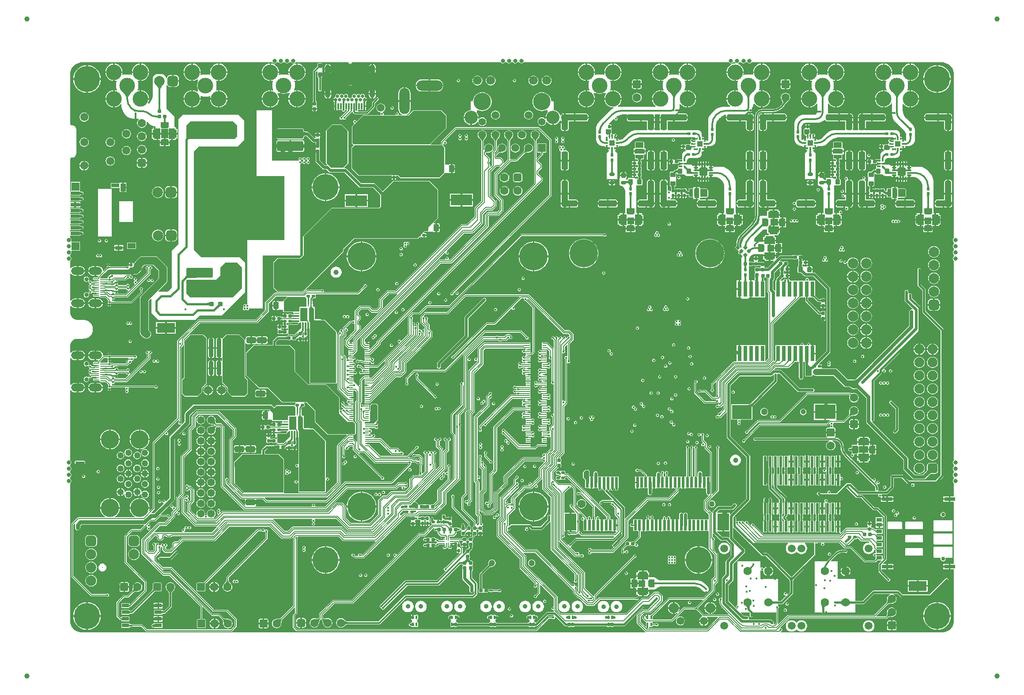
<source format=gtl>
G04*
G04 #@! TF.GenerationSoftware,Altium Limited,Altium Designer,19.1.6 (110)*
G04*
G04 Layer_Physical_Order=1*
G04 Layer_Color=255*
%FSLAX44Y44*%
%MOMM*%
G71*
G01*
G75*
%ADD10C,0.2500*%
%ADD11C,0.2000*%
%ADD12C,0.3000*%
%ADD15C,0.4000*%
%ADD18C,0.1500*%
%ADD22C,0.3500*%
%ADD23R,0.6000X2.0000*%
%ADD24R,2.3000X3.2000*%
G04:AMPARAMS|DCode=25|XSize=0.5mm|YSize=0.6mm|CornerRadius=0.05mm|HoleSize=0mm|Usage=FLASHONLY|Rotation=0.000|XOffset=0mm|YOffset=0mm|HoleType=Round|Shape=RoundedRectangle|*
%AMROUNDEDRECTD25*
21,1,0.5000,0.5000,0,0,0.0*
21,1,0.4000,0.6000,0,0,0.0*
1,1,0.1000,0.2000,-0.2500*
1,1,0.1000,-0.2000,-0.2500*
1,1,0.1000,-0.2000,0.2500*
1,1,0.1000,0.2000,0.2500*
%
%ADD25ROUNDEDRECTD25*%
G04:AMPARAMS|DCode=26|XSize=0.25mm|YSize=0.475mm|CornerRadius=0.0625mm|HoleSize=0mm|Usage=FLASHONLY|Rotation=270.000|XOffset=0mm|YOffset=0mm|HoleType=Round|Shape=RoundedRectangle|*
%AMROUNDEDRECTD26*
21,1,0.2500,0.3500,0,0,270.0*
21,1,0.1250,0.4750,0,0,270.0*
1,1,0.1250,-0.1750,-0.0625*
1,1,0.1250,-0.1750,0.0625*
1,1,0.1250,0.1750,0.0625*
1,1,0.1250,0.1750,-0.0625*
%
%ADD26ROUNDEDRECTD26*%
G04:AMPARAMS|DCode=27|XSize=0.25mm|YSize=0.475mm|CornerRadius=0.0625mm|HoleSize=0mm|Usage=FLASHONLY|Rotation=180.000|XOffset=0mm|YOffset=0mm|HoleType=Round|Shape=RoundedRectangle|*
%AMROUNDEDRECTD27*
21,1,0.2500,0.3500,0,0,180.0*
21,1,0.1250,0.4750,0,0,180.0*
1,1,0.1250,-0.0625,0.1750*
1,1,0.1250,0.0625,0.1750*
1,1,0.1250,0.0625,-0.1750*
1,1,0.1250,-0.0625,-0.1750*
%
%ADD27ROUNDEDRECTD27*%
G04:AMPARAMS|DCode=28|XSize=1.1mm|YSize=1.1mm|CornerRadius=0.275mm|HoleSize=0mm|Usage=FLASHONLY|Rotation=270.000|XOffset=0mm|YOffset=0mm|HoleType=Round|Shape=RoundedRectangle|*
%AMROUNDEDRECTD28*
21,1,1.1000,0.5500,0,0,270.0*
21,1,0.5500,1.1000,0,0,270.0*
1,1,0.5500,-0.2750,-0.2750*
1,1,0.5500,-0.2750,0.2750*
1,1,0.5500,0.2750,0.2750*
1,1,0.5500,0.2750,-0.2750*
%
%ADD28ROUNDEDRECTD28*%
G04:AMPARAMS|DCode=29|XSize=0.5mm|YSize=0.6mm|CornerRadius=0.05mm|HoleSize=0mm|Usage=FLASHONLY|Rotation=270.000|XOffset=0mm|YOffset=0mm|HoleType=Round|Shape=RoundedRectangle|*
%AMROUNDEDRECTD29*
21,1,0.5000,0.5000,0,0,270.0*
21,1,0.4000,0.6000,0,0,270.0*
1,1,0.1000,-0.2500,-0.2000*
1,1,0.1000,-0.2500,0.2000*
1,1,0.1000,0.2500,0.2000*
1,1,0.1000,0.2500,-0.2000*
%
%ADD29ROUNDEDRECTD29*%
%ADD30R,0.3100X0.3000*%
G04:AMPARAMS|DCode=31|XSize=1.1mm|YSize=1.1mm|CornerRadius=0.275mm|HoleSize=0mm|Usage=FLASHONLY|Rotation=0.000|XOffset=0mm|YOffset=0mm|HoleType=Round|Shape=RoundedRectangle|*
%AMROUNDEDRECTD31*
21,1,1.1000,0.5500,0,0,0.0*
21,1,0.5500,1.1000,0,0,0.0*
1,1,0.5500,0.2750,-0.2750*
1,1,0.5500,-0.2750,-0.2750*
1,1,0.5500,-0.2750,0.2750*
1,1,0.5500,0.2750,0.2750*
%
%ADD31ROUNDEDRECTD31*%
G04:AMPARAMS|DCode=32|XSize=0.6mm|YSize=0.6mm|CornerRadius=0.06mm|HoleSize=0mm|Usage=FLASHONLY|Rotation=90.000|XOffset=0mm|YOffset=0mm|HoleType=Round|Shape=RoundedRectangle|*
%AMROUNDEDRECTD32*
21,1,0.6000,0.4800,0,0,90.0*
21,1,0.4800,0.6000,0,0,90.0*
1,1,0.1200,0.2400,0.2400*
1,1,0.1200,0.2400,-0.2400*
1,1,0.1200,-0.2400,-0.2400*
1,1,0.1200,-0.2400,0.2400*
%
%ADD32ROUNDEDRECTD32*%
G04:AMPARAMS|DCode=33|XSize=0.35mm|YSize=0.225mm|CornerRadius=0.0563mm|HoleSize=0mm|Usage=FLASHONLY|Rotation=90.000|XOffset=0mm|YOffset=0mm|HoleType=Round|Shape=RoundedRectangle|*
%AMROUNDEDRECTD33*
21,1,0.3500,0.1125,0,0,90.0*
21,1,0.2375,0.2250,0,0,90.0*
1,1,0.1125,0.0563,0.1188*
1,1,0.1125,0.0563,-0.1188*
1,1,0.1125,-0.0563,-0.1188*
1,1,0.1125,-0.0563,0.1188*
%
%ADD33ROUNDEDRECTD33*%
%ADD34R,0.3000X0.3100*%
%ADD35R,0.8500X0.2300*%
%ADD36R,1.0000X0.2300*%
%ADD37R,1.0000X1.5500*%
%ADD38R,1.6000X1.2000*%
%ADD39R,1.2000X1.2000*%
%ADD40R,2.1500X1.2000*%
G04:AMPARAMS|DCode=41|XSize=0.6mm|YSize=0.6mm|CornerRadius=0.06mm|HoleSize=0mm|Usage=FLASHONLY|Rotation=315.000|XOffset=0mm|YOffset=0mm|HoleType=Round|Shape=RoundedRectangle|*
%AMROUNDEDRECTD41*
21,1,0.6000,0.4800,0,0,315.0*
21,1,0.4800,0.6000,0,0,315.0*
1,1,0.1200,0.0000,-0.3394*
1,1,0.1200,-0.3394,0.0000*
1,1,0.1200,0.0000,0.3394*
1,1,0.1200,0.3394,0.0000*
%
%ADD41ROUNDEDRECTD41*%
G04:AMPARAMS|DCode=42|XSize=0.6mm|YSize=0.6mm|CornerRadius=0.06mm|HoleSize=0mm|Usage=FLASHONLY|Rotation=45.000|XOffset=0mm|YOffset=0mm|HoleType=Round|Shape=RoundedRectangle|*
%AMROUNDEDRECTD42*
21,1,0.6000,0.4800,0,0,45.0*
21,1,0.4800,0.6000,0,0,45.0*
1,1,0.1200,0.3394,0.0000*
1,1,0.1200,0.0000,-0.3394*
1,1,0.1200,-0.3394,0.0000*
1,1,0.1200,0.0000,0.3394*
%
%ADD42ROUNDEDRECTD42*%
G04:AMPARAMS|DCode=43|XSize=0.6mm|YSize=0.6mm|CornerRadius=0.06mm|HoleSize=0mm|Usage=FLASHONLY|Rotation=180.000|XOffset=0mm|YOffset=0mm|HoleType=Round|Shape=RoundedRectangle|*
%AMROUNDEDRECTD43*
21,1,0.6000,0.4800,0,0,180.0*
21,1,0.4800,0.6000,0,0,180.0*
1,1,0.1200,-0.2400,0.2400*
1,1,0.1200,0.2400,0.2400*
1,1,0.1200,0.2400,-0.2400*
1,1,0.1200,-0.2400,-0.2400*
%
%ADD43ROUNDEDRECTD43*%
G04:AMPARAMS|DCode=44|XSize=5mm|YSize=1.9mm|CornerRadius=0.19mm|HoleSize=0mm|Usage=FLASHONLY|Rotation=180.000|XOffset=0mm|YOffset=0mm|HoleType=Round|Shape=RoundedRectangle|*
%AMROUNDEDRECTD44*
21,1,5.0000,1.5200,0,0,180.0*
21,1,4.6200,1.9000,0,0,180.0*
1,1,0.3800,-2.3100,0.7600*
1,1,0.3800,2.3100,0.7600*
1,1,0.3800,2.3100,-0.7600*
1,1,0.3800,-2.3100,-0.7600*
%
%ADD44ROUNDEDRECTD44*%
%ADD45R,0.8000X3.0000*%
%ADD46R,3.8000X2.8000*%
%ADD47R,4.0000X2.8000*%
G04:AMPARAMS|DCode=48|XSize=0.7mm|YSize=0.4mm|CornerRadius=0.05mm|HoleSize=0mm|Usage=FLASHONLY|Rotation=90.000|XOffset=0mm|YOffset=0mm|HoleType=Round|Shape=RoundedRectangle|*
%AMROUNDEDRECTD48*
21,1,0.7000,0.3000,0,0,90.0*
21,1,0.6000,0.4000,0,0,90.0*
1,1,0.1000,0.1500,0.3000*
1,1,0.1000,0.1500,-0.3000*
1,1,0.1000,-0.1500,-0.3000*
1,1,0.1000,-0.1500,0.3000*
%
%ADD48ROUNDEDRECTD48*%
G04:AMPARAMS|DCode=49|XSize=1mm|YSize=0.9mm|CornerRadius=0.1125mm|HoleSize=0mm|Usage=FLASHONLY|Rotation=270.000|XOffset=0mm|YOffset=0mm|HoleType=Round|Shape=RoundedRectangle|*
%AMROUNDEDRECTD49*
21,1,1.0000,0.6750,0,0,270.0*
21,1,0.7750,0.9000,0,0,270.0*
1,1,0.2250,-0.3375,-0.3875*
1,1,0.2250,-0.3375,0.3875*
1,1,0.2250,0.3375,0.3875*
1,1,0.2250,0.3375,-0.3875*
%
%ADD49ROUNDEDRECTD49*%
%ADD50C,1.6000*%
%ADD51R,0.7200X0.2000*%
%ADD52R,0.2000X0.8100*%
%ADD53R,0.2000X0.9100*%
%ADD54R,1.4000X0.8000*%
G04:AMPARAMS|DCode=55|XSize=1mm|YSize=0.9mm|CornerRadius=0.1125mm|HoleSize=0mm|Usage=FLASHONLY|Rotation=180.000|XOffset=0mm|YOffset=0mm|HoleType=Round|Shape=RoundedRectangle|*
%AMROUNDEDRECTD55*
21,1,1.0000,0.6750,0,0,180.0*
21,1,0.7750,0.9000,0,0,180.0*
1,1,0.2250,-0.3875,0.3375*
1,1,0.2250,0.3875,0.3375*
1,1,0.2250,0.3875,-0.3375*
1,1,0.2250,-0.3875,-0.3375*
%
%ADD55ROUNDEDRECTD55*%
G04:AMPARAMS|DCode=56|XSize=1.5mm|YSize=1.5mm|CornerRadius=0.075mm|HoleSize=0mm|Usage=FLASHONLY|Rotation=180.000|XOffset=0mm|YOffset=0mm|HoleType=Round|Shape=RoundedRectangle|*
%AMROUNDEDRECTD56*
21,1,1.5000,1.3500,0,0,180.0*
21,1,1.3500,1.5000,0,0,180.0*
1,1,0.1500,-0.6750,0.6750*
1,1,0.1500,0.6750,0.6750*
1,1,0.1500,0.6750,-0.6750*
1,1,0.1500,-0.6750,-0.6750*
%
%ADD56ROUNDEDRECTD56*%
G04:AMPARAMS|DCode=57|XSize=0.3mm|YSize=0.8mm|CornerRadius=0.075mm|HoleSize=0mm|Usage=FLASHONLY|Rotation=180.000|XOffset=0mm|YOffset=0mm|HoleType=Round|Shape=RoundedRectangle|*
%AMROUNDEDRECTD57*
21,1,0.3000,0.6500,0,0,180.0*
21,1,0.1500,0.8000,0,0,180.0*
1,1,0.1500,-0.0750,0.3250*
1,1,0.1500,0.0750,0.3250*
1,1,0.1500,0.0750,-0.3250*
1,1,0.1500,-0.0750,-0.3250*
%
%ADD57ROUNDEDRECTD57*%
G04:AMPARAMS|DCode=58|XSize=0.3mm|YSize=0.8mm|CornerRadius=0.075mm|HoleSize=0mm|Usage=FLASHONLY|Rotation=270.000|XOffset=0mm|YOffset=0mm|HoleType=Round|Shape=RoundedRectangle|*
%AMROUNDEDRECTD58*
21,1,0.3000,0.6500,0,0,270.0*
21,1,0.1500,0.8000,0,0,270.0*
1,1,0.1500,-0.3250,-0.0750*
1,1,0.1500,-0.3250,0.0750*
1,1,0.1500,0.3250,0.0750*
1,1,0.1500,0.3250,-0.0750*
%
%ADD58ROUNDEDRECTD58*%
%ADD59R,0.7500X1.5000*%
%ADD60R,0.9000X0.6000*%
%ADD61R,1.5000X0.7500*%
%ADD62R,0.6000X0.9000*%
G04:AMPARAMS|DCode=63|XSize=1.4mm|YSize=1mm|CornerRadius=0.125mm|HoleSize=0mm|Usage=FLASHONLY|Rotation=270.000|XOffset=0mm|YOffset=0mm|HoleType=Round|Shape=RoundedRectangle|*
%AMROUNDEDRECTD63*
21,1,1.4000,0.7500,0,0,270.0*
21,1,1.1500,1.0000,0,0,270.0*
1,1,0.2500,-0.3750,-0.5750*
1,1,0.2500,-0.3750,0.5750*
1,1,0.2500,0.3750,0.5750*
1,1,0.2500,0.3750,-0.5750*
%
%ADD63ROUNDEDRECTD63*%
%ADD64R,0.7000X0.2000*%
%ADD65R,4.1500X2.1500*%
%ADD66R,1.5019X1.0013*%
%ADD67R,1.0000X1.5000*%
%ADD68R,1.4006X0.8004*%
%ADD69R,1.5011X0.8006*%
%ADD70R,1.5018X1.5018*%
%ADD71R,1.5009X1.5009*%
%ADD72R,1.7526X0.7011*%
%ADD73R,1.7518X0.7007*%
%ADD74R,1.7504X0.7002*%
%ADD75R,1.7525X0.7010*%
%ADD76R,1.7522X0.7009*%
%ADD77R,1.7516X0.7006*%
%ADD78R,1.7530X0.7012*%
%ADD79R,1.7504X0.7002*%
%ADD80R,2.1000X0.7000*%
%ADD81R,1.1400X0.8000*%
G04:AMPARAMS|DCode=82|XSize=0.85mm|YSize=3.55mm|CornerRadius=0.2125mm|HoleSize=0mm|Usage=FLASHONLY|Rotation=0.000|XOffset=0mm|YOffset=0mm|HoleType=Round|Shape=RoundedRectangle|*
%AMROUNDEDRECTD82*
21,1,0.8500,3.1250,0,0,0.0*
21,1,0.4250,3.5500,0,0,0.0*
1,1,0.4250,0.2125,-1.5625*
1,1,0.4250,-0.2125,-1.5625*
1,1,0.4250,-0.2125,1.5625*
1,1,0.4250,0.2125,1.5625*
%
%ADD82ROUNDEDRECTD82*%
G04:AMPARAMS|DCode=83|XSize=0.85mm|YSize=2.65mm|CornerRadius=0.2125mm|HoleSize=0mm|Usage=FLASHONLY|Rotation=0.000|XOffset=0mm|YOffset=0mm|HoleType=Round|Shape=RoundedRectangle|*
%AMROUNDEDRECTD83*
21,1,0.8500,2.2250,0,0,0.0*
21,1,0.4250,2.6500,0,0,0.0*
1,1,0.4250,0.2125,-1.1125*
1,1,0.4250,-0.2125,-1.1125*
1,1,0.4250,-0.2125,1.1125*
1,1,0.4250,0.2125,1.1125*
%
%ADD83ROUNDEDRECTD83*%
%ADD84R,3.7000X1.6000*%
%ADD85R,0.2000X1.0000*%
%ADD86R,0.3000X1.2000*%
G04:AMPARAMS|DCode=87|XSize=1.8mm|YSize=1.15mm|CornerRadius=0.1438mm|HoleSize=0mm|Usage=FLASHONLY|Rotation=180.000|XOffset=0mm|YOffset=0mm|HoleType=Round|Shape=RoundedRectangle|*
%AMROUNDEDRECTD87*
21,1,1.8000,0.8625,0,0,180.0*
21,1,1.5125,1.1500,0,0,180.0*
1,1,0.2875,-0.7563,0.4313*
1,1,0.2875,0.7563,0.4313*
1,1,0.2875,0.7563,-0.4313*
1,1,0.2875,-0.7563,-0.4313*
%
%ADD87ROUNDEDRECTD87*%
%ADD88R,0.9000X2.5500*%
%ADD89R,1.4000X2.5500*%
G04:AMPARAMS|DCode=90|XSize=0.25mm|YSize=1mm|CornerRadius=0.0625mm|HoleSize=0mm|Usage=FLASHONLY|Rotation=90.000|XOffset=0mm|YOffset=0mm|HoleType=Round|Shape=RoundedRectangle|*
%AMROUNDEDRECTD90*
21,1,0.2500,0.8750,0,0,90.0*
21,1,0.1250,1.0000,0,0,90.0*
1,1,0.1250,0.4375,0.0625*
1,1,0.1250,0.4375,-0.0625*
1,1,0.1250,-0.4375,-0.0625*
1,1,0.1250,-0.4375,0.0625*
%
%ADD90ROUNDEDRECTD90*%
G04:AMPARAMS|DCode=91|XSize=0.25mm|YSize=1mm|CornerRadius=0.0625mm|HoleSize=0mm|Usage=FLASHONLY|Rotation=180.000|XOffset=0mm|YOffset=0mm|HoleType=Round|Shape=RoundedRectangle|*
%AMROUNDEDRECTD91*
21,1,0.2500,0.8750,0,0,180.0*
21,1,0.1250,1.0000,0,0,180.0*
1,1,0.1250,-0.0625,0.4375*
1,1,0.1250,0.0625,0.4375*
1,1,0.1250,0.0625,-0.4375*
1,1,0.1250,-0.0625,-0.4375*
%
%ADD91ROUNDEDRECTD91*%
G04:AMPARAMS|DCode=92|XSize=0.95mm|YSize=0.65mm|CornerRadius=0.1625mm|HoleSize=0mm|Usage=FLASHONLY|Rotation=180.000|XOffset=0mm|YOffset=0mm|HoleType=Round|Shape=RoundedRectangle|*
%AMROUNDEDRECTD92*
21,1,0.9500,0.3250,0,0,180.0*
21,1,0.6250,0.6500,0,0,180.0*
1,1,0.3250,-0.3125,0.1625*
1,1,0.3250,0.3125,0.1625*
1,1,0.3250,0.3125,-0.1625*
1,1,0.3250,-0.3125,-0.1625*
%
%ADD92ROUNDEDRECTD92*%
G04:AMPARAMS|DCode=93|XSize=0.95mm|YSize=1mm|CornerRadius=0.2375mm|HoleSize=0mm|Usage=FLASHONLY|Rotation=180.000|XOffset=0mm|YOffset=0mm|HoleType=Round|Shape=RoundedRectangle|*
%AMROUNDEDRECTD93*
21,1,0.9500,0.5250,0,0,180.0*
21,1,0.4750,1.0000,0,0,180.0*
1,1,0.4750,-0.2375,0.2625*
1,1,0.4750,0.2375,0.2625*
1,1,0.4750,0.2375,-0.2625*
1,1,0.4750,-0.2375,-0.2625*
%
%ADD93ROUNDEDRECTD93*%
%ADD94R,1.5500X1.0000*%
%ADD95R,1.2000X1.6000*%
%ADD96R,1.2000X1.2000*%
%ADD97R,1.2000X2.1500*%
%ADD98R,4.0000X5.0000*%
G04:AMPARAMS|DCode=99|XSize=0.8mm|YSize=0.8mm|CornerRadius=0.1mm|HoleSize=0mm|Usage=FLASHONLY|Rotation=90.000|XOffset=0mm|YOffset=0mm|HoleType=Round|Shape=RoundedRectangle|*
%AMROUNDEDRECTD99*
21,1,0.8000,0.6000,0,0,90.0*
21,1,0.6000,0.8000,0,0,90.0*
1,1,0.2000,0.3000,0.3000*
1,1,0.2000,0.3000,-0.3000*
1,1,0.2000,-0.3000,-0.3000*
1,1,0.2000,-0.3000,0.3000*
%
%ADD99ROUNDEDRECTD99*%
G04:AMPARAMS|DCode=100|XSize=3mm|YSize=1.2mm|CornerRadius=0.3mm|HoleSize=0mm|Usage=FLASHONLY|Rotation=90.000|XOffset=0mm|YOffset=0mm|HoleType=Round|Shape=RoundedRectangle|*
%AMROUNDEDRECTD100*
21,1,3.0000,0.6000,0,0,90.0*
21,1,2.4000,1.2000,0,0,90.0*
1,1,0.6000,0.3000,1.2000*
1,1,0.6000,0.3000,-1.2000*
1,1,0.6000,-0.3000,-1.2000*
1,1,0.6000,-0.3000,1.2000*
%
%ADD100ROUNDEDRECTD100*%
G04:AMPARAMS|DCode=101|XSize=3.5mm|YSize=1.2mm|CornerRadius=0.3mm|HoleSize=0mm|Usage=FLASHONLY|Rotation=90.000|XOffset=0mm|YOffset=0mm|HoleType=Round|Shape=RoundedRectangle|*
%AMROUNDEDRECTD101*
21,1,3.5000,0.6000,0,0,90.0*
21,1,2.9000,1.2000,0,0,90.0*
1,1,0.6000,0.3000,1.4500*
1,1,0.6000,0.3000,-1.4500*
1,1,0.6000,-0.3000,-1.4500*
1,1,0.6000,-0.3000,1.4500*
%
%ADD101ROUNDEDRECTD101*%
G04:AMPARAMS|DCode=102|XSize=3.5mm|YSize=1.2mm|CornerRadius=0.3mm|HoleSize=0mm|Usage=FLASHONLY|Rotation=0.000|XOffset=0mm|YOffset=0mm|HoleType=Round|Shape=RoundedRectangle|*
%AMROUNDEDRECTD102*
21,1,3.5000,0.6000,0,0,0.0*
21,1,2.9000,1.2000,0,0,0.0*
1,1,0.6000,1.4500,-0.3000*
1,1,0.6000,-1.4500,-0.3000*
1,1,0.6000,-1.4500,0.3000*
1,1,0.6000,1.4500,0.3000*
%
%ADD102ROUNDEDRECTD102*%
G04:AMPARAMS|DCode=103|XSize=3mm|YSize=1.2mm|CornerRadius=0.3mm|HoleSize=0mm|Usage=FLASHONLY|Rotation=0.000|XOffset=0mm|YOffset=0mm|HoleType=Round|Shape=RoundedRectangle|*
%AMROUNDEDRECTD103*
21,1,3.0000,0.6000,0,0,0.0*
21,1,2.4000,1.2000,0,0,0.0*
1,1,0.6000,1.2000,-0.3000*
1,1,0.6000,-1.2000,-0.3000*
1,1,0.6000,-1.2000,0.3000*
1,1,0.6000,1.2000,0.3000*
%
%ADD103ROUNDEDRECTD103*%
G04:AMPARAMS|DCode=104|XSize=5mm|YSize=1.2mm|CornerRadius=0.3mm|HoleSize=0mm|Usage=FLASHONLY|Rotation=270.000|XOffset=0mm|YOffset=0mm|HoleType=Round|Shape=RoundedRectangle|*
%AMROUNDEDRECTD104*
21,1,5.0000,0.6000,0,0,270.0*
21,1,4.4000,1.2000,0,0,270.0*
1,1,0.6000,-0.3000,-2.2000*
1,1,0.6000,-0.3000,2.2000*
1,1,0.6000,0.3000,2.2000*
1,1,0.6000,0.3000,-2.2000*
%
%ADD104ROUNDEDRECTD104*%
G04:AMPARAMS|DCode=105|XSize=5mm|YSize=1.2mm|CornerRadius=0.3mm|HoleSize=0mm|Usage=FLASHONLY|Rotation=0.000|XOffset=0mm|YOffset=0mm|HoleType=Round|Shape=RoundedRectangle|*
%AMROUNDEDRECTD105*
21,1,5.0000,0.6000,0,0,0.0*
21,1,4.4000,1.2000,0,0,0.0*
1,1,0.6000,2.2000,-0.3000*
1,1,0.6000,-2.2000,-0.3000*
1,1,0.6000,-2.2000,0.3000*
1,1,0.6000,2.2000,0.3000*
%
%ADD105ROUNDEDRECTD105*%
G04:AMPARAMS|DCode=106|XSize=2.5mm|YSize=2mm|CornerRadius=0.25mm|HoleSize=0mm|Usage=FLASHONLY|Rotation=90.000|XOffset=0mm|YOffset=0mm|HoleType=Round|Shape=RoundedRectangle|*
%AMROUNDEDRECTD106*
21,1,2.5000,1.5000,0,0,90.0*
21,1,2.0000,2.0000,0,0,90.0*
1,1,0.5000,0.7500,1.0000*
1,1,0.5000,0.7500,-1.0000*
1,1,0.5000,-0.7500,-1.0000*
1,1,0.5000,-0.7500,1.0000*
%
%ADD106ROUNDEDRECTD106*%
%ADD107R,3.5000X1.9000*%
G04:AMPARAMS|DCode=108|XSize=0.8mm|YSize=0.8mm|CornerRadius=0.1mm|HoleSize=0mm|Usage=FLASHONLY|Rotation=180.000|XOffset=0mm|YOffset=0mm|HoleType=Round|Shape=RoundedRectangle|*
%AMROUNDEDRECTD108*
21,1,0.8000,0.6000,0,0,180.0*
21,1,0.6000,0.8000,0,0,180.0*
1,1,0.2000,-0.3000,0.3000*
1,1,0.2000,0.3000,0.3000*
1,1,0.2000,0.3000,-0.3000*
1,1,0.2000,-0.3000,-0.3000*
%
%ADD108ROUNDEDRECTD108*%
%ADD196C,1.1000*%
%ADD199C,1.2500*%
%ADD209C,1.5080*%
%ADD217C,0.7500*%
%ADD218C,1.3000*%
%ADD227C,1.0000*%
%ADD230C,0.3250*%
%ADD231C,1.5000*%
%ADD232C,0.7000*%
%ADD233C,0.6000*%
%ADD234C,0.8000*%
%ADD235C,1.5000*%
%ADD236C,0.9000*%
%ADD237C,0.5000*%
%ADD238C,0.2300*%
%ADD239C,0.3200*%
%ADD240C,1.0000*%
%ADD241C,1.2000*%
%ADD242C,0.3090*%
%ADD243C,5.4000*%
%ADD244C,3.0000*%
%ADD245C,1.4780*%
%ADD246O,2.5500X1.5000*%
%ADD247C,0.8100*%
G04:AMPARAMS|DCode=248|XSize=1.524mm|YSize=1.524mm|CornerRadius=0.1905mm|HoleSize=0mm|Usage=FLASHONLY|Rotation=0.000|XOffset=0mm|YOffset=0mm|HoleType=Round|Shape=RoundedRectangle|*
%AMROUNDEDRECTD248*
21,1,1.5240,1.1430,0,0,0.0*
21,1,1.1430,1.5240,0,0,0.0*
1,1,0.3810,0.5715,-0.5715*
1,1,0.3810,-0.5715,-0.5715*
1,1,0.3810,-0.5715,0.5715*
1,1,0.3810,0.5715,0.5715*
%
%ADD248ROUNDEDRECTD248*%
G04:AMPARAMS|DCode=249|XSize=1.6mm|YSize=1.6mm|CornerRadius=0.4mm|HoleSize=0mm|Usage=FLASHONLY|Rotation=0.000|XOffset=0mm|YOffset=0mm|HoleType=Round|Shape=RoundedRectangle|*
%AMROUNDEDRECTD249*
21,1,1.6000,0.8000,0,0,0.0*
21,1,0.8000,1.6000,0,0,0.0*
1,1,0.8000,0.4000,-0.4000*
1,1,0.8000,-0.4000,-0.4000*
1,1,0.8000,-0.4000,0.4000*
1,1,0.8000,0.4000,0.4000*
%
%ADD249ROUNDEDRECTD249*%
%ADD250C,3.5000*%
%ADD251C,2.0000*%
%ADD252C,1.6800*%
%ADD253C,1.4080*%
%ADD254R,1.5080X1.5080*%
%ADD255C,2.5500*%
%ADD256C,3.3500*%
%ADD257C,1.5500*%
%ADD258O,2.0000X5.0000*%
%ADD259O,5.0000X2.2000*%
%ADD260O,5.0000X2.0000*%
%ADD261C,1.2000*%
%ADD262C,5.0000*%
%ADD263O,1.0000X1.6000*%
%ADD264C,0.6500*%
%ADD265C,1.9500*%
G04:AMPARAMS|DCode=266|XSize=2mm|YSize=2mm|CornerRadius=0.5mm|HoleSize=0mm|Usage=FLASHONLY|Rotation=90.000|XOffset=0mm|YOffset=0mm|HoleType=Round|Shape=RoundedRectangle|*
%AMROUNDEDRECTD266*
21,1,2.0000,1.0000,0,0,90.0*
21,1,1.0000,2.0000,0,0,90.0*
1,1,1.0000,0.5000,0.5000*
1,1,1.0000,0.5000,-0.5000*
1,1,1.0000,-0.5000,-0.5000*
1,1,1.0000,-0.5000,0.5000*
%
%ADD266ROUNDEDRECTD266*%
%ADD267C,0.2500*%
%ADD268C,1.9000*%
G04:AMPARAMS|DCode=269|XSize=1.9mm|YSize=1.9mm|CornerRadius=0.475mm|HoleSize=0mm|Usage=FLASHONLY|Rotation=90.000|XOffset=0mm|YOffset=0mm|HoleType=Round|Shape=RoundedRectangle|*
%AMROUNDEDRECTD269*
21,1,1.9000,0.9500,0,0,90.0*
21,1,0.9500,1.9000,0,0,90.0*
1,1,0.9500,0.4750,0.4750*
1,1,0.9500,0.4750,-0.4750*
1,1,0.9500,-0.4750,-0.4750*
1,1,0.9500,-0.4750,0.4750*
%
%ADD269ROUNDEDRECTD269*%
G04:AMPARAMS|DCode=270|XSize=2mm|YSize=2mm|CornerRadius=0.5mm|HoleSize=0mm|Usage=FLASHONLY|Rotation=180.000|XOffset=0mm|YOffset=0mm|HoleType=Round|Shape=RoundedRectangle|*
%AMROUNDEDRECTD270*
21,1,2.0000,1.0000,0,0,180.0*
21,1,1.0000,2.0000,0,0,180.0*
1,1,1.0000,-0.5000,0.5000*
1,1,1.0000,0.5000,0.5000*
1,1,1.0000,0.5000,-0.5000*
1,1,1.0000,-0.5000,-0.5000*
%
%ADD270ROUNDEDRECTD270*%
%ADD271C,0.9000*%
G04:AMPARAMS|DCode=272|XSize=1.524mm|YSize=1.524mm|CornerRadius=0.1905mm|HoleSize=0mm|Usage=FLASHONLY|Rotation=90.000|XOffset=0mm|YOffset=0mm|HoleType=Round|Shape=RoundedRectangle|*
%AMROUNDEDRECTD272*
21,1,1.5240,1.1430,0,0,90.0*
21,1,1.1430,1.5240,0,0,90.0*
1,1,0.3810,0.5715,0.5715*
1,1,0.3810,0.5715,-0.5715*
1,1,0.3810,-0.5715,-0.5715*
1,1,0.3810,-0.5715,0.5715*
%
%ADD272ROUNDEDRECTD272*%
G04:AMPARAMS|DCode=273|XSize=1.6mm|YSize=1.6mm|CornerRadius=0.4mm|HoleSize=0mm|Usage=FLASHONLY|Rotation=90.000|XOffset=0mm|YOffset=0mm|HoleType=Round|Shape=RoundedRectangle|*
%AMROUNDEDRECTD273*
21,1,1.6000,0.8000,0,0,90.0*
21,1,0.8000,1.6000,0,0,90.0*
1,1,0.8000,0.4000,0.4000*
1,1,0.8000,0.4000,-0.4000*
1,1,0.8000,-0.4000,-0.4000*
1,1,0.8000,-0.4000,0.4000*
%
%ADD273ROUNDEDRECTD273*%
%ADD274C,0.8000*%
%ADD275C,0.4000*%
%ADD276C,0.5000*%
G36*
X1681117Y1096083D02*
X1685183Y1094399D01*
X1688842Y1091954D01*
X1691954Y1088842D01*
X1694399Y1085183D01*
X1696083Y1081117D01*
X1696941Y1076800D01*
Y1074600D01*
X1696941Y767500D01*
Y760220D01*
X1696395Y759855D01*
X1695290Y758201D01*
X1694902Y756250D01*
X1695290Y754299D01*
X1696395Y752645D01*
X1696941Y752280D01*
Y748470D01*
X1696395Y748105D01*
X1695290Y746451D01*
X1694902Y744500D01*
X1695290Y742549D01*
X1696395Y740895D01*
X1696941Y740530D01*
X1696941Y736470D01*
X1696395Y736105D01*
X1695290Y734451D01*
X1694902Y732500D01*
X1695290Y730549D01*
X1696395Y728895D01*
X1696941Y728530D01*
Y724470D01*
X1696395Y724105D01*
X1695290Y722451D01*
X1694902Y720500D01*
X1695290Y718549D01*
X1696395Y716895D01*
X1696941Y716530D01*
Y709250D01*
X1696942Y340750D01*
X1696942Y333470D01*
X1696395Y333105D01*
X1695290Y331451D01*
X1694902Y329500D01*
X1695290Y327549D01*
X1696395Y325895D01*
X1696942Y325530D01*
X1696941Y321470D01*
X1696395Y321105D01*
X1695290Y319451D01*
X1694902Y317500D01*
X1695290Y315549D01*
X1696395Y313895D01*
X1696941Y313530D01*
X1696941Y309470D01*
X1696395Y309105D01*
X1695290Y307451D01*
X1694902Y305500D01*
X1695290Y303549D01*
X1696395Y301895D01*
X1696941Y301530D01*
X1696941Y297720D01*
X1696395Y297355D01*
X1695290Y295701D01*
X1694902Y293750D01*
X1695290Y291799D01*
X1696395Y290145D01*
X1696941Y289780D01*
X1696941Y282500D01*
Y264500D01*
X1690350D01*
Y259500D01*
Y254500D01*
X1696941D01*
Y134500D01*
X1690350D01*
Y129500D01*
Y124500D01*
X1696941D01*
Y25400D01*
Y23200D01*
X1696083Y18883D01*
X1694399Y14817D01*
X1691954Y11158D01*
X1688842Y8046D01*
X1685183Y5601D01*
X1681117Y3917D01*
X1676800Y3059D01*
X1365426D01*
X1364353Y4272D01*
X1364369Y4675D01*
X1364647Y4933D01*
X1364741Y5009D01*
X1364831Y5073D01*
X1364906Y5120D01*
X1364962Y5150D01*
X1364997Y5165D01*
X1365005Y5167D01*
X1365044Y5170D01*
X1365064Y5179D01*
X1365068Y5180D01*
X1365075Y5185D01*
X1365150Y5221D01*
X1366171Y5424D01*
X1367163Y6087D01*
X1367826Y7079D01*
X1368059Y8250D01*
X1367826Y9420D01*
X1367163Y10413D01*
X1366171Y11076D01*
X1365000Y11309D01*
X1364665Y11242D01*
X1364039Y12413D01*
X1381337Y29711D01*
X1535500Y29711D01*
X1567500D01*
X1568280Y29866D01*
X1568942Y30308D01*
X1570315Y31681D01*
X1570396Y31707D01*
X1570735Y31991D01*
X1571102Y32213D01*
X1571580Y32427D01*
X1572169Y32623D01*
X1572867Y32794D01*
X1573648Y32932D01*
X1576721Y33163D01*
X1577925Y33168D01*
X1577951Y33179D01*
X1578000Y33172D01*
X1580349Y33482D01*
X1582539Y34389D01*
X1584419Y35831D01*
X1585861Y37711D01*
X1586768Y39901D01*
X1587078Y42250D01*
X1586768Y44599D01*
X1585861Y46789D01*
X1584419Y48669D01*
X1582539Y50111D01*
X1580349Y51018D01*
X1578000Y51328D01*
X1575650Y51018D01*
X1573461Y50111D01*
X1571581Y48669D01*
X1570139Y46789D01*
X1569232Y44599D01*
X1568922Y42250D01*
X1568929Y42201D01*
X1568918Y42175D01*
X1568913Y40960D01*
X1568794Y38820D01*
X1568686Y37922D01*
X1568544Y37117D01*
X1568373Y36419D01*
X1568177Y35830D01*
X1567964Y35352D01*
X1567741Y34985D01*
X1567457Y34646D01*
X1567431Y34565D01*
X1566655Y33789D01*
X1548682D01*
X1548196Y34962D01*
X1570315Y57081D01*
X1570396Y57107D01*
X1570735Y57391D01*
X1571102Y57614D01*
X1571580Y57828D01*
X1572169Y58023D01*
X1572867Y58194D01*
X1573648Y58332D01*
X1576721Y58563D01*
X1577925Y58568D01*
X1577951Y58579D01*
X1578000Y58572D01*
X1580349Y58882D01*
X1582539Y59789D01*
X1584419Y61231D01*
X1585861Y63111D01*
X1586768Y65301D01*
X1587078Y67650D01*
X1586768Y69999D01*
X1585861Y72189D01*
X1584419Y74069D01*
X1582539Y75511D01*
X1580946Y76171D01*
X1581199Y77441D01*
X1588483D01*
X1595087Y70837D01*
X1596080Y70174D01*
X1597250Y69941D01*
X1597250Y69941D01*
X1651750D01*
X1651750Y69941D01*
X1652921Y70174D01*
X1653913Y70837D01*
X1685413Y102337D01*
X1686076Y103329D01*
X1686309Y104500D01*
X1686076Y105670D01*
X1685413Y106663D01*
X1684420Y107326D01*
X1683250Y107559D01*
X1682079Y107326D01*
X1681087Y106663D01*
X1650483Y76059D01*
X1598517D01*
X1591913Y82663D01*
X1590921Y83326D01*
X1589750Y83559D01*
X1589750Y83559D01*
X1543000D01*
X1541830Y83326D01*
X1540837Y82663D01*
X1521983Y63809D01*
X1508250D01*
Y106000D01*
X1474250D01*
Y139750D01*
X1461944D01*
X1461458Y140923D01*
X1472014Y151479D01*
X1472892Y152358D01*
X1473840Y153135D01*
X1475677Y154545D01*
X1478952Y155901D01*
X1482345Y156348D01*
X1482467Y156323D01*
X1488606D01*
X1488829Y156174D01*
X1490000Y155941D01*
X1491171Y156174D01*
X1492163Y156837D01*
X1492826Y157829D01*
X1493059Y159000D01*
X1492826Y160170D01*
X1492163Y161163D01*
X1491171Y161826D01*
X1490000Y162059D01*
X1488829Y161826D01*
X1488606Y161676D01*
X1482467D01*
Y161716D01*
X1478774Y161352D01*
X1475222Y160275D01*
X1471949Y158525D01*
X1469079Y156171D01*
X1469079Y156171D01*
X1468210Y155245D01*
X1454797Y141832D01*
X1454772Y141857D01*
X1452973Y139750D01*
X1430250D01*
Y41750D01*
X1443390D01*
X1443424Y41579D01*
X1444087Y40587D01*
X1445079Y39924D01*
X1446250Y39691D01*
X1447421Y39924D01*
X1448413Y40587D01*
X1449076Y41579D01*
X1449110Y41750D01*
X1508250D01*
Y57691D01*
X1523250D01*
X1523250Y57691D01*
X1524420Y57924D01*
X1525413Y58587D01*
X1544267Y77441D01*
X1574801D01*
X1575054Y76171D01*
X1573461Y75511D01*
X1571581Y74069D01*
X1570139Y72189D01*
X1569232Y69999D01*
X1568922Y67650D01*
X1568929Y67601D01*
X1568918Y67575D01*
X1568913Y66360D01*
X1568794Y64220D01*
X1568686Y63322D01*
X1568544Y62517D01*
X1568373Y61819D01*
X1568177Y61230D01*
X1567964Y60752D01*
X1567741Y60385D01*
X1567457Y60046D01*
X1567431Y59965D01*
X1544255Y36789D01*
X1379250Y36789D01*
X1379250Y36789D01*
X1378470Y36634D01*
X1377808Y36192D01*
X1360442Y18826D01*
X1359365Y19545D01*
X1359755Y20485D01*
X1360082Y22974D01*
X1360034D01*
Y41750D01*
X1360250D01*
Y49604D01*
X1360289Y49661D01*
X1360344Y49730D01*
X1360437Y49829D01*
X1360477Y49933D01*
X1361076Y50830D01*
X1361309Y52000D01*
X1361076Y53170D01*
X1360413Y54163D01*
X1360250Y54272D01*
Y57691D01*
X1367000D01*
X1367000Y57691D01*
X1368171Y57924D01*
X1369163Y58587D01*
X1387663Y77087D01*
X1387663Y77087D01*
X1388326Y78079D01*
X1388559Y79250D01*
Y100083D01*
X1388582Y100133D01*
X1388609Y100881D01*
X1388684Y101564D01*
X1388810Y102220D01*
X1388984Y102854D01*
X1389208Y103464D01*
X1389482Y104054D01*
X1389806Y104625D01*
X1390182Y105178D01*
X1390611Y105715D01*
X1391121Y106263D01*
X1391140Y106314D01*
X1434523Y149697D01*
X1434523Y149697D01*
X1435186Y150689D01*
X1435419Y151860D01*
X1435419Y151860D01*
Y172610D01*
X1435204Y173691D01*
X1435210Y173819D01*
X1435925Y174961D01*
X1442176D01*
X1442855Y173691D01*
X1442674Y173421D01*
X1442441Y172250D01*
X1442674Y171080D01*
X1443337Y170087D01*
X1444330Y169424D01*
X1445500Y169191D01*
X1446671Y169424D01*
X1447663Y170087D01*
X1448326Y171080D01*
X1448559Y172250D01*
X1448326Y173421D01*
X1448145Y173691D01*
X1448824Y174961D01*
X1477155D01*
X1487558Y164558D01*
X1488220Y164116D01*
X1489000Y163961D01*
X1489000Y163961D01*
X1499405D01*
X1525058Y138308D01*
X1525720Y137866D01*
X1526500Y137711D01*
X1526500Y137711D01*
X1545500D01*
X1546280Y137866D01*
X1546942Y138308D01*
X1548505Y139871D01*
X1548509Y139872D01*
X1548521Y139887D01*
X1548623Y139989D01*
X1548719Y140025D01*
X1549520Y140772D01*
X1549828Y141022D01*
X1550079Y141200D01*
X1550638D01*
X1550656Y141189D01*
X1550697Y141200D01*
X1550783D01*
X1550838Y141179D01*
X1550885Y141200D01*
X1557393D01*
X1557879Y140027D01*
X1553358Y135505D01*
X1552777Y134637D01*
X1552574Y133612D01*
X1552574Y133612D01*
Y121000D01*
X1552574Y121000D01*
X1552777Y119976D01*
X1553358Y119108D01*
X1569122Y103343D01*
X1569174Y103080D01*
X1569837Y102087D01*
X1570829Y101424D01*
X1572000Y101191D01*
X1573170Y101424D01*
X1574163Y102087D01*
X1574826Y103080D01*
X1575059Y104250D01*
X1574826Y105421D01*
X1574163Y106413D01*
X1573170Y107076D01*
X1572907Y107128D01*
X1557926Y122109D01*
Y124500D01*
X1567350D01*
Y129500D01*
Y134500D01*
X1561582D01*
X1561096Y135673D01*
X1567392Y141970D01*
X1567973Y142838D01*
X1568176Y143862D01*
X1568176Y143862D01*
Y225750D01*
X1568176Y225750D01*
X1567973Y226774D01*
X1567392Y227642D01*
X1567392Y227643D01*
X1552643Y242393D01*
X1551774Y242973D01*
X1550750Y243176D01*
X1550750Y243176D01*
X1545109D01*
X1522392Y265893D01*
X1521524Y266473D01*
X1520500Y266677D01*
X1520500Y266676D01*
X1513207D01*
X1512789Y267232D01*
X1513012Y267854D01*
X1513470Y268441D01*
X1551574D01*
X1551899Y268054D01*
X1552373Y267171D01*
X1552191Y266257D01*
X1552424Y265086D01*
X1553087Y264094D01*
X1554079Y263431D01*
X1555250Y263198D01*
X1555580Y263263D01*
X1556850Y262306D01*
Y261000D01*
X1567350D01*
Y264500D01*
X1559096D01*
X1558212Y265770D01*
X1558309Y266257D01*
X1558127Y267171D01*
X1558601Y268054D01*
X1558926Y268441D01*
X1568000D01*
X1568000Y268441D01*
X1569171Y268674D01*
X1570163Y269337D01*
X1580619Y279793D01*
X1581282Y280786D01*
X1581515Y281956D01*
Y299891D01*
X1597033D01*
X1607337Y289587D01*
X1607337Y289587D01*
X1608329Y288924D01*
X1609500Y288691D01*
X1615296D01*
X1615967Y287421D01*
X1615674Y286983D01*
X1615441Y285813D01*
X1615674Y284642D01*
X1616337Y283650D01*
X1617330Y282987D01*
X1618500Y282754D01*
X1619671Y282987D01*
X1620663Y283650D01*
X1621326Y284642D01*
X1621559Y285813D01*
X1621326Y286983D01*
X1621033Y287421D01*
X1621704Y288691D01*
X1662750D01*
X1662750Y288691D01*
X1663920Y288924D01*
X1664913Y289587D01*
X1676913Y301587D01*
X1676913Y301587D01*
X1677576Y302579D01*
X1677809Y303750D01*
Y583750D01*
X1677809Y583750D01*
X1677576Y584921D01*
X1676913Y585913D01*
X1676913Y585913D01*
X1642559Y620267D01*
Y661000D01*
X1642559Y661000D01*
X1642326Y662170D01*
X1641663Y663163D01*
X1641663Y663163D01*
X1633559Y671267D01*
Y699500D01*
X1633326Y700670D01*
X1632663Y701663D01*
X1631671Y702326D01*
X1630500Y702559D01*
X1629330Y702326D01*
X1628337Y701663D01*
X1627674Y700670D01*
X1627441Y699500D01*
Y670000D01*
X1627441Y670000D01*
X1627674Y668829D01*
X1628337Y667837D01*
X1636441Y659733D01*
Y619000D01*
X1636441Y619000D01*
X1636674Y617829D01*
X1637337Y616837D01*
X1671691Y582483D01*
Y305017D01*
X1661483Y294809D01*
X1610767D01*
X1600463Y305113D01*
X1599471Y305776D01*
X1598300Y306009D01*
X1598300Y306009D01*
X1578456D01*
X1577285Y305776D01*
X1576293Y305113D01*
X1575630Y304121D01*
X1575397Y302950D01*
Y283223D01*
X1566733Y274559D01*
X1552360D01*
X1551741Y275829D01*
X1552076Y276329D01*
X1552309Y277500D01*
X1552076Y278671D01*
X1551926Y278894D01*
Y281275D01*
X1551949D01*
X1551654Y283520D01*
X1550787Y285612D01*
X1550154Y286438D01*
X1549409Y287409D01*
X1549419Y287428D01*
X1549436Y287452D01*
X1550580Y288181D01*
X1551750Y287948D01*
X1552921Y288181D01*
X1553913Y288844D01*
X1554576Y289836D01*
X1554809Y291007D01*
X1554576Y292177D01*
X1553913Y293169D01*
X1552921Y293832D01*
X1551750Y294065D01*
X1550580Y293832D01*
X1549587Y293169D01*
X1548924Y292177D01*
X1548691Y291007D01*
X1548924Y289836D01*
X1549200Y289422D01*
X1549284Y289297D01*
X1548738Y288848D01*
Y288848D01*
X1548298Y288487D01*
X1545045Y291740D01*
X1545463Y293118D01*
X1545777Y293181D01*
X1546769Y293844D01*
X1547432Y294836D01*
X1547665Y296007D01*
X1547432Y297177D01*
X1546769Y298169D01*
X1545777Y298832D01*
X1544606Y299065D01*
X1543436Y298832D01*
X1542444Y298169D01*
X1541781Y297177D01*
X1541718Y296863D01*
X1540340Y296445D01*
X1492417Y344368D01*
X1491537Y345248D01*
X1490735Y346186D01*
X1488922Y348396D01*
X1486991Y352007D01*
X1485803Y355925D01*
X1485524Y358758D01*
X1485457Y360000D01*
X1485457D01*
X1485131Y363308D01*
X1484166Y366489D01*
X1482599Y369421D01*
X1480490Y371990D01*
X1477921Y374099D01*
X1474989Y375666D01*
X1471808Y376631D01*
X1468500Y376957D01*
X1468379Y377091D01*
X1468348Y377201D01*
X1468653Y378685D01*
X1469170Y379030D01*
X1469922Y380156D01*
X1470187Y381485D01*
Y385700D01*
X1451813D01*
Y381485D01*
X1452078Y380156D01*
X1452830Y379030D01*
X1453956Y378278D01*
X1454364Y378196D01*
X1454239Y376926D01*
X1317144Y376926D01*
X1316920Y377076D01*
X1315750Y377309D01*
X1314579Y377076D01*
X1313587Y376413D01*
X1312924Y375420D01*
X1312691Y374250D01*
X1312924Y373079D01*
X1313587Y372087D01*
X1314579Y371424D01*
X1315750Y371191D01*
X1316920Y371424D01*
X1317144Y371574D01*
X1457759Y371574D01*
X1458011Y370304D01*
X1456461Y369661D01*
X1454581Y368219D01*
X1453138Y366339D01*
X1452232Y364150D01*
X1451922Y361800D01*
X1452232Y359450D01*
X1453138Y357261D01*
X1454581Y355381D01*
X1456461Y353938D01*
X1458651Y353032D01*
X1461000Y352722D01*
X1463349Y353032D01*
X1465539Y353938D01*
X1467419Y355381D01*
X1468862Y357261D01*
X1469768Y359450D01*
X1470078Y361800D01*
X1469768Y364150D01*
X1468862Y366339D01*
X1467419Y368219D01*
X1465539Y369661D01*
X1463989Y370304D01*
X1464241Y371574D01*
X1468500D01*
X1468571Y371588D01*
X1471502Y371202D01*
X1474299Y370043D01*
X1476700Y368200D01*
X1478544Y365799D01*
X1479702Y363002D01*
X1479933Y361243D01*
X1479998Y360000D01*
X1479998D01*
X1480504Y354871D01*
X1482000Y349939D01*
X1484429Y345394D01*
X1487699Y341410D01*
X1487699Y341410D01*
X1488650Y340565D01*
X1544711Y284504D01*
X1545600Y283597D01*
X1546311Y282533D01*
X1546561Y281275D01*
X1546574D01*
Y278894D01*
X1546424Y278671D01*
X1546191Y277500D01*
X1546424Y276329D01*
X1546759Y275829D01*
X1546140Y274559D01*
X1514489D01*
X1500260Y288788D01*
X1499267Y289451D01*
X1498097Y289684D01*
X1498097Y289684D01*
X1492875D01*
X1491705Y289451D01*
X1490712Y288788D01*
X1471983Y270059D01*
X1461546D01*
X1461218Y270455D01*
X1460750Y271329D01*
X1460934Y272250D01*
X1460701Y273421D01*
X1460038Y274413D01*
X1459046Y275076D01*
X1457875Y275309D01*
X1456705Y275076D01*
X1455712Y274413D01*
X1455049Y273421D01*
X1454816Y272250D01*
X1455000Y271329D01*
X1454532Y270455D01*
X1454204Y270059D01*
X1441767D01*
X1439663Y272163D01*
X1438671Y272826D01*
X1437500Y273059D01*
X1436329Y272826D01*
X1435337Y272163D01*
X1434674Y271171D01*
X1434441Y270000D01*
X1434674Y268829D01*
X1435337Y267837D01*
X1438337Y264837D01*
X1438337Y264837D01*
X1439330Y264174D01*
X1440500Y263941D01*
X1440500Y263941D01*
X1473250D01*
X1473250Y263941D01*
X1474420Y264174D01*
X1475413Y264837D01*
X1490592Y280016D01*
X1491396Y279904D01*
X1492035Y279663D01*
X1492587Y278837D01*
X1493580Y278174D01*
X1493843Y278122D01*
X1509857Y262108D01*
X1509857Y262108D01*
X1510726Y261527D01*
X1511750Y261324D01*
X1519391D01*
X1542107Y238608D01*
X1542108Y238608D01*
X1542976Y238027D01*
X1544000Y237824D01*
X1544000Y237824D01*
X1549641D01*
X1562824Y224641D01*
Y144971D01*
X1561923Y144071D01*
X1560750Y144557D01*
Y151200D01*
X1548965D01*
X1548309Y152000D01*
X1548183Y152630D01*
X1549000Y153900D01*
X1560750D01*
Y163900D01*
X1550754D01*
X1550702Y163921D01*
X1550651Y163900D01*
X1550539D01*
X1550518Y163905D01*
X1550511Y163900D01*
X1549974D01*
X1549751Y164059D01*
X1549045Y164663D01*
X1548633Y165061D01*
X1548696Y166277D01*
X1548830Y166600D01*
X1560750D01*
Y176600D01*
X1550820D01*
X1550770Y176621D01*
X1550717Y176600D01*
X1550620D01*
X1550587Y176608D01*
X1550574Y176600D01*
X1550027D01*
X1549795Y176764D01*
X1549092Y177366D01*
X1548683Y177761D01*
X1548746Y178977D01*
X1548880Y179300D01*
X1560750D01*
Y189300D01*
X1550885D01*
X1550838Y189321D01*
X1550783Y189300D01*
X1550697D01*
X1550656Y189311D01*
X1550638Y189300D01*
X1550079D01*
X1549840Y189470D01*
X1549140Y190068D01*
X1548733Y190462D01*
X1548793Y191619D01*
X1548842Y191787D01*
X1548930Y192000D01*
X1560750D01*
Y202000D01*
X1547350D01*
Y201193D01*
X1546177Y200707D01*
X1543442Y203442D01*
X1542780Y203884D01*
X1542000Y204039D01*
X1539883D01*
X1539786Y204082D01*
X1539611Y204087D01*
X1538750Y205000D01*
Y208145D01*
X1539134Y208720D01*
X1539289Y209500D01*
Y210500D01*
X1531211D01*
Y209500D01*
X1531366Y208720D01*
X1531750Y208145D01*
Y205000D01*
X1530889Y204087D01*
X1530714Y204082D01*
X1530618Y204039D01*
X1490765D01*
X1490765Y204039D01*
X1489984Y203884D01*
X1489323Y203442D01*
X1489323Y203442D01*
X1480770Y194889D01*
X1479500Y195415D01*
X1479500Y195744D01*
X1479500Y195744D01*
X1479500Y195744D01*
Y204750D01*
X1476500D01*
Y196311D01*
X1477280D01*
X1477156Y196288D01*
X1477045Y196218D01*
X1476946Y196103D01*
X1476861Y195941D01*
X1476789Y195733D01*
X1476730Y195479D01*
X1476684Y195179D01*
X1476651Y194832D01*
X1476649Y194750D01*
X1478506Y194750D01*
X1478506D01*
X1478506D01*
X1478835Y194750D01*
X1479361Y193480D01*
X1477420Y191539D01*
X1332595D01*
X1315110Y209024D01*
X1315075Y209119D01*
X1314817Y209397D01*
X1314741Y209492D01*
X1314677Y209581D01*
X1314630Y209655D01*
X1314600Y209711D01*
X1314585Y209747D01*
X1314583Y209755D01*
X1314580Y209794D01*
X1314571Y209814D01*
X1314570Y209818D01*
X1314565Y209825D01*
X1314529Y209900D01*
X1314326Y210921D01*
X1313663Y211913D01*
X1312670Y212576D01*
X1311500Y212809D01*
X1310329Y212576D01*
X1309337Y211913D01*
X1308674Y210921D01*
X1308481Y209949D01*
X1307853Y209593D01*
X1307211Y209422D01*
X1303110Y213524D01*
X1303075Y213619D01*
X1302817Y213897D01*
X1302741Y213991D01*
X1302677Y214081D01*
X1302630Y214155D01*
X1302600Y214212D01*
X1302585Y214247D01*
X1302583Y214255D01*
X1302580Y214294D01*
X1302571Y214314D01*
X1302570Y214318D01*
X1302565Y214325D01*
X1302529Y214400D01*
X1302326Y215420D01*
X1301663Y216413D01*
X1300670Y217076D01*
X1299500Y217309D01*
X1298329Y217076D01*
X1297337Y216413D01*
X1296674Y215420D01*
X1295263Y214838D01*
X1294906Y215018D01*
X1294826Y215420D01*
X1294163Y216413D01*
X1293170Y217076D01*
X1292000Y217309D01*
X1290829Y217076D01*
X1289837Y216413D01*
X1288413Y216413D01*
X1287421Y217076D01*
X1286250Y217309D01*
X1285079Y217076D01*
X1284087Y216413D01*
X1282746Y216691D01*
X1282171Y217076D01*
X1281000Y217309D01*
X1280329Y217175D01*
X1279059Y217972D01*
Y222750D01*
X1279009Y223000D01*
X1279059Y223250D01*
X1278826Y224421D01*
X1278163Y225413D01*
X1277171Y226076D01*
X1277169Y226076D01*
X1276751Y227454D01*
X1305273Y255977D01*
X1306047Y257134D01*
X1306319Y258500D01*
Y341250D01*
X1306047Y342616D01*
X1305273Y343773D01*
X1268819Y380228D01*
Y477147D01*
X1286603Y494931D01*
X1346500D01*
X1347866Y495203D01*
X1349023Y495977D01*
X1350671Y497625D01*
X1351941Y497098D01*
Y487274D01*
X1308527Y443860D01*
X1308476Y443841D01*
X1306936Y442412D01*
X1306293Y441897D01*
X1305714Y441492D01*
X1305293Y441250D01*
X1303562D01*
X1303506Y441270D01*
X1303463Y441250D01*
X1270500D01*
Y411250D01*
X1281618D01*
X1282138Y410554D01*
X1282386Y409980D01*
X1282191Y409000D01*
X1282424Y407830D01*
X1282578Y407600D01*
X1282996Y406625D01*
X1282578Y405650D01*
X1282424Y405420D01*
X1282191Y404250D01*
X1282424Y403079D01*
X1283087Y402087D01*
X1284079Y401424D01*
X1285250Y401191D01*
X1286420Y401424D01*
X1287413Y402087D01*
X1288076Y403079D01*
X1288309Y404250D01*
X1288076Y405420D01*
X1287923Y405650D01*
X1287504Y406625D01*
X1287923Y407600D01*
X1288076Y407830D01*
X1288309Y409000D01*
X1288114Y409980D01*
X1288362Y410554D01*
X1288882Y411250D01*
X1310500D01*
Y434669D01*
X1310514Y434694D01*
X1310500Y434744D01*
Y434813D01*
X1310520Y434869D01*
X1310500Y434913D01*
Y436604D01*
X1310680Y436915D01*
X1311083Y437490D01*
X1312294Y438915D01*
X1313076Y439725D01*
X1313092Y439764D01*
X1313129Y439784D01*
X1313142Y439823D01*
X1357163Y483844D01*
X1357163Y483844D01*
X1357826Y484837D01*
X1358059Y486007D01*
Y498000D01*
X1357927Y498661D01*
X1358729Y499931D01*
X1363022D01*
X1397227Y465727D01*
X1398384Y464953D01*
X1399750Y464681D01*
X1426250D01*
X1427616Y464953D01*
X1428773Y465727D01*
X1429547Y466884D01*
X1429819Y468250D01*
X1429547Y469616D01*
X1428773Y470773D01*
X1427616Y471547D01*
X1426250Y471819D01*
X1401228D01*
X1367023Y506023D01*
X1365866Y506797D01*
X1364500Y507069D01*
X1352712D01*
X1352186Y508339D01*
X1354808Y510961D01*
X1379343D01*
X1380123Y511116D01*
X1380785Y511558D01*
X1389535Y520308D01*
X1389618Y520335D01*
X1389636Y520369D01*
X1389671Y520384D01*
X1390173Y520872D01*
X1391054Y521648D01*
X1391405Y521916D01*
X1391709Y522118D01*
X1391944Y522246D01*
X1391953Y522250D01*
X1397730D01*
X1398000Y522250D01*
X1399542D01*
X1399599Y522060D01*
X1399682Y521638D01*
X1399908Y518378D01*
X1399918Y517271D01*
X1399922Y517262D01*
Y497750D01*
Y492750D01*
X1400232Y491189D01*
X1401116Y489866D01*
X1402439Y488982D01*
X1404000Y488672D01*
X1405561Y488982D01*
X1406884Y489866D01*
X1407768Y491189D01*
X1408078Y492750D01*
Y497750D01*
Y517252D01*
X1408082Y517261D01*
X1408121Y519393D01*
X1408233Y521012D01*
X1408311Y521604D01*
X1408401Y522060D01*
X1408458Y522250D01*
X1410577D01*
X1411216Y521184D01*
X1411292Y520706D01*
X1411404Y519183D01*
X1411418Y518264D01*
X1411431Y518232D01*
Y516033D01*
X1411418Y516000D01*
Y496250D01*
X1411735Y495485D01*
X1412735Y494485D01*
X1413500Y494168D01*
X1423500D01*
X1424265Y494485D01*
X1425265Y495485D01*
X1425582Y496250D01*
Y498614D01*
X1425592Y498619D01*
X1426852Y498937D01*
X1427758Y497758D01*
X1429220Y496636D01*
X1430923Y495930D01*
X1432750Y495690D01*
X1466419D01*
X1485851Y476258D01*
X1487313Y475135D01*
X1489016Y474430D01*
X1490843Y474190D01*
X1497957D01*
X1499081Y472724D01*
X1500961Y471281D01*
X1503150Y470374D01*
X1505500Y470065D01*
X1507849Y470374D01*
X1508290Y470557D01*
X1508409Y470541D01*
X1508870Y470666D01*
X1509259Y470713D01*
X1509656Y470703D01*
X1510071Y470634D01*
X1510509Y470501D01*
X1510975Y470297D01*
X1511466Y470017D01*
X1511981Y469658D01*
X1512518Y469217D01*
X1512948Y468813D01*
X1528912Y452850D01*
Y407500D01*
X1529261Y405744D01*
X1530256Y404256D01*
X1600412Y334100D01*
Y317500D01*
X1600761Y315744D01*
X1601756Y314256D01*
X1617756Y298256D01*
X1619244Y297261D01*
X1621000Y296912D01*
X1639500D01*
X1641256Y297261D01*
X1642744Y298256D01*
X1647556Y303067D01*
X1650174Y305500D01*
X1651355Y306446D01*
X1652425Y307193D01*
X1653112Y307587D01*
X1660950D01*
X1663193Y308034D01*
X1665095Y309305D01*
X1666366Y311206D01*
X1666812Y313450D01*
Y322950D01*
X1666366Y325193D01*
X1665095Y327095D01*
X1663193Y328366D01*
X1660950Y328813D01*
X1651450D01*
X1649206Y328366D01*
X1647304Y327095D01*
X1646034Y325193D01*
X1645587Y322950D01*
Y315112D01*
X1645193Y314425D01*
X1644454Y313367D01*
X1642326Y310855D01*
X1641198Y309687D01*
X1637599Y306088D01*
X1622901D01*
X1609588Y319401D01*
Y336000D01*
X1609239Y337756D01*
X1608244Y339244D01*
X1539939Y407550D01*
X1540602Y408683D01*
X1541422Y408520D01*
X1542592Y408752D01*
X1543585Y409415D01*
X1544248Y410408D01*
X1544480Y411578D01*
Y485905D01*
X1558400Y499824D01*
X1559063Y500816D01*
X1559296Y501987D01*
Y504177D01*
X1560566Y504302D01*
X1560661Y503823D01*
X1561324Y502831D01*
X1562317Y502168D01*
X1563487Y501935D01*
X1564658Y502168D01*
X1565650Y502831D01*
X1566313Y503823D01*
X1566546Y504993D01*
X1566313Y506164D01*
X1565650Y507156D01*
X1564658Y507819D01*
X1563487Y508052D01*
X1563408Y508036D01*
X1562783Y509207D01*
X1632663Y579087D01*
X1632663Y579087D01*
X1633326Y580079D01*
X1633559Y581250D01*
Y626500D01*
X1633326Y627671D01*
X1632663Y628663D01*
X1616309Y645017D01*
Y651000D01*
X1616076Y652170D01*
X1615413Y653163D01*
X1614420Y653826D01*
X1613250Y654059D01*
X1612079Y653826D01*
X1611339Y653331D01*
X1610438Y653628D01*
X1610069Y653894D01*
Y657000D01*
X1609797Y658366D01*
X1609023Y659523D01*
X1607866Y660297D01*
X1606500Y660569D01*
X1605134Y660297D01*
X1603977Y659523D01*
X1603203Y658366D01*
X1602931Y657000D01*
Y640500D01*
X1603203Y639134D01*
X1603977Y637977D01*
X1617960Y623993D01*
X1617334Y622823D01*
X1616000Y623088D01*
X1614244Y622739D01*
X1612756Y621744D01*
X1611761Y620256D01*
X1611412Y618500D01*
Y591543D01*
X1510587Y490718D01*
X1510185Y490337D01*
X1509638Y489871D01*
X1509099Y489466D01*
X1508569Y489122D01*
X1508049Y488837D01*
X1507540Y488608D01*
X1507041Y488435D01*
X1506552Y488315D01*
X1506069Y488246D01*
X1505535Y488224D01*
X1505522Y488218D01*
X1505500Y488220D01*
X1504788Y488127D01*
X1503393Y488310D01*
X1493768D01*
X1474336Y507743D01*
X1472873Y508865D01*
X1471171Y509570D01*
X1469343Y509810D01*
X1444637D01*
X1443929Y510900D01*
X1443906Y511080D01*
X1444039Y511750D01*
Y512250D01*
X1439500D01*
Y515250D01*
X1444039D01*
Y515750D01*
X1443884Y516530D01*
X1443442Y517192D01*
X1442780Y517634D01*
X1442000Y517789D01*
X1438995D01*
X1438509Y518963D01*
X1459023Y539477D01*
X1459797Y540634D01*
X1460069Y542000D01*
Y663000D01*
X1459797Y664366D01*
X1459023Y665523D01*
X1431773Y692773D01*
X1430616Y693547D01*
X1429250Y693819D01*
X1426435D01*
X1426099Y694233D01*
X1425645Y695089D01*
X1425801Y695875D01*
Y698250D01*
X1419750D01*
Y699750D01*
X1418250D01*
Y706301D01*
X1416375D01*
X1415351Y706098D01*
X1414830Y705750D01*
X1407250D01*
X1406660Y706776D01*
X1406573Y707104D01*
X1406473Y707641D01*
X1406441Y707982D01*
X1407320Y709250D01*
X1408895D01*
X1409470Y708866D01*
X1410250Y708711D01*
X1411250D01*
Y712750D01*
Y716789D01*
X1410250D01*
X1409470Y716634D01*
X1408895Y716250D01*
X1406513D01*
X1406386Y718463D01*
X1406449Y719426D01*
X1406485Y719730D01*
X1406516Y719895D01*
X1406550Y720000D01*
X1406546Y720059D01*
X1406657Y720226D01*
X1406781Y720850D01*
Y725650D01*
X1406657Y726274D01*
X1406304Y726804D01*
X1405774Y727157D01*
X1405150Y727281D01*
X1400350D01*
X1399726Y727157D01*
X1399196Y726804D01*
X1399161Y726750D01*
X1396339D01*
X1396304Y726804D01*
X1395774Y727157D01*
X1395150Y727281D01*
X1390350D01*
X1389726Y727157D01*
X1389630Y727093D01*
X1385689Y726836D01*
X1384771Y726832D01*
X1384738Y726819D01*
X1364750D01*
X1363384Y726547D01*
X1362227Y725773D01*
X1357173Y720720D01*
X1356000Y721206D01*
Y725250D01*
X1343750D01*
X1331500D01*
Y719250D01*
X1334250D01*
Y716250D01*
X1342250D01*
Y723750D01*
X1345250D01*
Y716250D01*
X1351044D01*
X1351530Y715077D01*
X1339522Y703069D01*
X1338025D01*
X1337993Y703082D01*
X1334797Y703136D01*
X1333824Y703199D01*
X1333520Y703235D01*
X1333500Y703239D01*
Y705911D01*
X1333553Y705946D01*
X1333907Y706476D01*
X1334031Y707100D01*
Y711900D01*
X1333907Y712524D01*
X1333553Y713054D01*
X1333024Y713407D01*
X1332400Y713531D01*
X1330763D01*
X1330366Y713797D01*
X1329000Y714069D01*
X1325063D01*
X1325032Y714082D01*
X1322544Y714136D01*
X1321393Y714229D01*
X1321000Y714285D01*
Y716895D01*
X1321384Y717470D01*
X1321539Y718250D01*
Y719250D01*
X1313461D01*
Y718250D01*
X1313616Y717470D01*
X1314000Y716895D01*
Y714291D01*
X1311704Y714142D01*
X1310824Y714199D01*
X1310520Y714235D01*
X1310355Y714266D01*
X1310250Y714300D01*
X1310191Y714296D01*
X1310024Y714407D01*
X1309400Y714531D01*
X1304600D01*
X1304000Y715024D01*
Y716593D01*
X1304066Y717932D01*
X1304588Y720557D01*
X1305613Y723031D01*
X1307100Y725257D01*
X1308000Y726250D01*
X1308621Y726813D01*
X1310012Y727742D01*
X1311558Y728382D01*
X1313199Y728709D01*
X1314035Y728750D01*
X1331500D01*
Y728250D01*
X1342250D01*
Y734250D01*
X1339750D01*
Y747250D01*
X1342250D01*
Y753250D01*
X1331500D01*
Y753000D01*
X1316750D01*
X1316214Y753053D01*
X1315222Y753463D01*
X1314463Y754222D01*
X1314053Y755213D01*
X1314000Y755750D01*
Y756775D01*
X1314029Y757361D01*
X1314257Y758510D01*
X1314706Y759592D01*
X1315356Y760565D01*
X1315750Y761000D01*
X1315750D01*
X1328141Y773391D01*
X1328975Y774147D01*
X1330844Y775396D01*
X1332921Y776256D01*
X1335126Y776695D01*
X1336250Y776750D01*
X1339000D01*
Y768750D01*
X1341750D01*
Y765750D01*
X1340687Y765250D01*
X1334250D01*
Y762250D01*
X1331500D01*
Y756250D01*
X1343750D01*
X1356000D01*
Y762250D01*
X1353250D01*
Y765250D01*
X1354313Y765750D01*
X1360750D01*
Y768750D01*
X1363500D01*
Y774750D01*
X1351250D01*
Y776250D01*
X1349750D01*
Y783750D01*
X1345500D01*
Y796750D01*
X1349750D01*
Y804250D01*
X1351250D01*
Y805750D01*
X1363500D01*
Y811750D01*
X1360750D01*
Y814750D01*
X1352750D01*
Y807250D01*
X1349750D01*
Y814750D01*
X1341750D01*
Y811750D01*
X1339000D01*
Y803000D01*
X1327605D01*
X1325951Y802315D01*
X1324685Y801049D01*
X1324000Y799395D01*
Y795510D01*
X1323930Y794088D01*
X1323375Y791298D01*
X1322287Y788670D01*
X1320706Y786305D01*
X1319750Y785250D01*
X1319750Y785250D01*
Y785250D01*
X1297440Y762940D01*
X1295670Y761171D01*
X1292891Y757010D01*
X1290976Y752388D01*
X1290000Y747481D01*
Y741496D01*
X1288730Y740970D01*
X1287871Y741829D01*
X1287883Y741892D01*
X1287759Y742516D01*
X1287406Y743046D01*
X1285727Y744724D01*
X1285568Y747140D01*
X1285565Y747788D01*
X1285525Y747884D01*
X1285512Y747951D01*
X1285938Y752277D01*
X1287233Y756546D01*
X1289336Y760480D01*
X1292093Y763840D01*
X1292190Y763905D01*
X1312305Y784020D01*
X1313228Y784893D01*
X1313228Y784893D01*
X1316093Y788247D01*
X1318398Y792009D01*
X1320086Y796084D01*
X1321116Y800373D01*
X1321462Y804771D01*
X1321426D01*
Y994250D01*
X1321435D01*
X1321701Y996273D01*
X1322482Y998157D01*
X1323724Y999776D01*
X1325343Y1001018D01*
X1327227Y1001799D01*
X1329250Y1002065D01*
Y1002074D01*
X1349250D01*
Y1002040D01*
X1353585Y1002381D01*
X1357813Y1003396D01*
X1361830Y1005060D01*
X1365538Y1007332D01*
X1368844Y1010156D01*
X1371668Y1013462D01*
X1373680Y1016745D01*
X1373738Y1016789D01*
X1374019Y1017271D01*
X1374345Y1017740D01*
X1374732Y1018226D01*
X1375754Y1019312D01*
X1376341Y1019858D01*
X1378613Y1021697D01*
X1379497Y1022337D01*
X1379497Y1022337D01*
X1379497Y1022337D01*
X1379498Y1022337D01*
X1379610Y1022518D01*
X1380669Y1023331D01*
X1382112Y1025211D01*
X1383018Y1027401D01*
X1383328Y1029750D01*
X1383018Y1032100D01*
X1382112Y1034289D01*
X1380669Y1036169D01*
X1378789Y1037611D01*
X1376600Y1038518D01*
X1374250Y1038828D01*
X1371901Y1038518D01*
X1369711Y1037611D01*
X1367831Y1036169D01*
X1366389Y1034289D01*
X1365482Y1032100D01*
X1365172Y1029750D01*
X1365482Y1027401D01*
X1366389Y1025211D01*
X1366879Y1024572D01*
X1366919Y1024389D01*
X1367492Y1023563D01*
X1367951Y1022804D01*
X1368312Y1022092D01*
X1368578Y1021430D01*
X1368753Y1020820D01*
X1368843Y1020264D01*
X1368855Y1019760D01*
X1368796Y1019300D01*
X1368677Y1018899D01*
X1367838Y1017330D01*
X1365058Y1013942D01*
X1361670Y1011162D01*
X1357805Y1009096D01*
X1353611Y1007824D01*
X1349358Y1007405D01*
X1349250Y1007426D01*
X1329250D01*
Y1007488D01*
X1325824Y1007037D01*
X1322631Y1005715D01*
X1319889Y1003611D01*
X1317785Y1000869D01*
X1316463Y997676D01*
X1316012Y994250D01*
X1316074D01*
Y804771D01*
X1316096Y804657D01*
X1315670Y800331D01*
X1314375Y796062D01*
X1312272Y792128D01*
X1310228Y789637D01*
X1309418Y788703D01*
X1308537Y787822D01*
X1288405Y767690D01*
X1288380Y767715D01*
X1285515Y764361D01*
X1283210Y760599D01*
X1281522Y756524D01*
X1280492Y752234D01*
X1280146Y747837D01*
X1280146Y747837D01*
X1280133Y746572D01*
X1280106Y745549D01*
X1280053Y744899D01*
X1280034Y744770D01*
X1278310Y743046D01*
X1277957Y742516D01*
X1277832Y741892D01*
X1277957Y741268D01*
X1278310Y740739D01*
X1281704Y737345D01*
X1282234Y736991D01*
X1282858Y736867D01*
X1282921Y736879D01*
X1284612Y735188D01*
X1284837Y733913D01*
X1284174Y732921D01*
X1283941Y731750D01*
X1284174Y730580D01*
X1284837Y729587D01*
X1285829Y728924D01*
X1287000Y728691D01*
X1288170Y728924D01*
X1288730Y729298D01*
X1289991Y728732D01*
X1290000Y728585D01*
Y678750D01*
X1287500D01*
Y662250D01*
Y645750D01*
X1290000D01*
Y643750D01*
X1304000D01*
Y645750D01*
X1306500D01*
Y662250D01*
Y678750D01*
X1304000D01*
Y705976D01*
X1304600Y706469D01*
X1309400D01*
X1310024Y706593D01*
X1310120Y706657D01*
X1313499Y706878D01*
X1314627Y706864D01*
X1314826Y706852D01*
X1314955Y706836D01*
X1314978Y706843D01*
X1315500Y706626D01*
X1319500D01*
X1319943Y706810D01*
X1323165Y706880D01*
X1323604Y706866D01*
X1324265Y706805D01*
X1324841Y706720D01*
X1325319Y706618D01*
X1325692Y706503D01*
X1325954Y706388D01*
X1326104Y706292D01*
X1326156Y706242D01*
X1326235Y706110D01*
X1326313Y706051D01*
X1326344Y705958D01*
X1326500Y705879D01*
Y703318D01*
X1323750Y703139D01*
X1322824Y703199D01*
X1322520Y703235D01*
X1322355Y703266D01*
X1322250Y703300D01*
X1322191Y703296D01*
X1322024Y703407D01*
X1321400Y703531D01*
X1316600D01*
X1315976Y703407D01*
X1315446Y703054D01*
X1315093Y702524D01*
X1314969Y701900D01*
Y697100D01*
X1315093Y696476D01*
X1315446Y695947D01*
X1315500Y695911D01*
Y693089D01*
X1315446Y693054D01*
X1315093Y692524D01*
X1314969Y691900D01*
Y687100D01*
X1315093Y686476D01*
X1315157Y686380D01*
X1315414Y682439D01*
X1315415Y682167D01*
X1315361Y680490D01*
X1315294Y679807D01*
X1315216Y679316D01*
X1314828Y678669D01*
X1314693Y678639D01*
X1313500Y678750D01*
X1313500Y678750D01*
X1313500Y678750D01*
X1309500D01*
Y662250D01*
Y645750D01*
X1313500D01*
Y645750D01*
X1314563Y646250D01*
X1323730D01*
X1324000Y646250D01*
Y646250D01*
X1325000Y646250D01*
Y646250D01*
X1335000D01*
Y678250D01*
X1333393D01*
X1333364Y678265D01*
X1333183Y678285D01*
X1333156Y678294D01*
X1333131Y678311D01*
X1333080Y678367D01*
X1333002Y678496D01*
X1332913Y678714D01*
X1332831Y679025D01*
X1332765Y679424D01*
X1332722Y679907D01*
X1332707Y680498D01*
X1332676Y680566D01*
Y681637D01*
X1332707Y681706D01*
X1332722Y682310D01*
X1332765Y682807D01*
X1332831Y683218D01*
X1332914Y683537D01*
X1333003Y683761D01*
X1333080Y683890D01*
X1333128Y683943D01*
X1333144Y683954D01*
X1333160Y683960D01*
X1333334Y683975D01*
X1333427Y684024D01*
X1333774Y684093D01*
X1334304Y684446D01*
X1334339Y684500D01*
X1337161D01*
X1337197Y684446D01*
X1337726Y684093D01*
X1338350Y683969D01*
X1338550D01*
X1338561Y683941D01*
X1338600Y683792D01*
X1338635Y683580D01*
X1338659Y683308D01*
X1338668Y682955D01*
X1338711Y682859D01*
Y658000D01*
X1338866Y657220D01*
X1339308Y656558D01*
X1341461Y654405D01*
Y529359D01*
X1336270Y524169D01*
X1335000Y524695D01*
Y554250D01*
X1325000D01*
Y554250D01*
X1324000D01*
Y554250D01*
X1314000D01*
Y554250D01*
X1313000D01*
Y554250D01*
X1303000D01*
Y554250D01*
X1302000D01*
Y554250D01*
X1292563D01*
X1291500Y554750D01*
Y554750D01*
X1291500Y554750D01*
X1287500D01*
Y538250D01*
X1286000D01*
Y536750D01*
X1280500D01*
Y523039D01*
X1275000D01*
X1274220Y522884D01*
X1273558Y522442D01*
X1232308Y481192D01*
X1231866Y480530D01*
X1231711Y479750D01*
Y470566D01*
X1231668Y470474D01*
X1231654Y470095D01*
X1231641Y469974D01*
X1231623Y469866D01*
X1231604Y469780D01*
X1231585Y469719D01*
X1231571Y469683D01*
X1231567Y469677D01*
X1231541Y469647D01*
X1231533Y469626D01*
X1231531Y469622D01*
X1231529Y469614D01*
X1231502Y469535D01*
X1230924Y468671D01*
X1230691Y467500D01*
X1230924Y466329D01*
X1231587Y465337D01*
X1232579Y464674D01*
X1233750Y464441D01*
X1234921Y464674D01*
X1235913Y465337D01*
X1236576Y466329D01*
X1236809Y467500D01*
X1236576Y468671D01*
X1235998Y469535D01*
X1235971Y469614D01*
X1235969Y469622D01*
X1235967Y469626D01*
X1235959Y469647D01*
X1235933Y469677D01*
X1235930Y469683D01*
X1235915Y469719D01*
X1235896Y469780D01*
X1235877Y469866D01*
X1235861Y469962D01*
X1235836Y470271D01*
X1235832Y470452D01*
X1235789Y470551D01*
Y478905D01*
X1240038Y483154D01*
X1241211Y482668D01*
Y459566D01*
X1241168Y459474D01*
X1241154Y459095D01*
X1241141Y458974D01*
X1241123Y458866D01*
X1241104Y458780D01*
X1241085Y458719D01*
X1241070Y458684D01*
X1241067Y458677D01*
X1241041Y458647D01*
X1241033Y458626D01*
X1241031Y458623D01*
X1241029Y458614D01*
X1241002Y458536D01*
X1240424Y457671D01*
X1240191Y456500D01*
X1240329Y455809D01*
X1239541Y454539D01*
X1235345D01*
X1221942Y467942D01*
X1221280Y468384D01*
X1220500Y468539D01*
X1211816D01*
X1211724Y468582D01*
X1211345Y468596D01*
X1211224Y468609D01*
X1211116Y468627D01*
X1211030Y468646D01*
X1210969Y468665D01*
X1210933Y468680D01*
X1210927Y468683D01*
X1210897Y468709D01*
X1210876Y468717D01*
X1210872Y468719D01*
X1210864Y468721D01*
X1210786Y468748D01*
X1209921Y469326D01*
X1208750Y469559D01*
X1207579Y469326D01*
X1206587Y468663D01*
X1205924Y467671D01*
X1205691Y466500D01*
X1205924Y465329D01*
X1206587Y464337D01*
X1207579Y463674D01*
X1208750Y463441D01*
X1209921Y463674D01*
X1210786Y464252D01*
X1210864Y464279D01*
X1210872Y464281D01*
X1210876Y464283D01*
X1210897Y464291D01*
X1210927Y464317D01*
X1210933Y464320D01*
X1210969Y464335D01*
X1211030Y464354D01*
X1211116Y464373D01*
X1211211Y464389D01*
X1211521Y464414D01*
X1211702Y464418D01*
X1211801Y464461D01*
X1219655D01*
X1233058Y451058D01*
X1233058Y451058D01*
X1233720Y450616D01*
X1234500Y450461D01*
X1240744D01*
X1241129Y449191D01*
X1241087Y449163D01*
X1240424Y448171D01*
X1240209Y447089D01*
X1240208Y447087D01*
X1240182Y447048D01*
X1240177Y447022D01*
X1240170Y447006D01*
X1240169Y446988D01*
X1240158Y446964D01*
X1240129Y446911D01*
X1240082Y446838D01*
X1240047Y446789D01*
X1220595D01*
X1202789Y464595D01*
Y481449D01*
X1203921Y481674D01*
X1204913Y482337D01*
X1205576Y483330D01*
X1205809Y484500D01*
X1205576Y485671D01*
X1204913Y486663D01*
X1203921Y487326D01*
X1202750Y487559D01*
X1201580Y487326D01*
X1200587Y486663D01*
X1199924Y485671D01*
X1199691Y484500D01*
X1199720Y484354D01*
X1199308Y483942D01*
X1198866Y483280D01*
X1198711Y482500D01*
Y463750D01*
X1198866Y462970D01*
X1199308Y462308D01*
X1218308Y443308D01*
X1218308Y443308D01*
X1218970Y442866D01*
X1219750Y442711D01*
X1219750Y442711D01*
X1241000D01*
X1241780Y442866D01*
X1242442Y443308D01*
X1242525Y443391D01*
X1242621Y443427D01*
X1242902Y443688D01*
X1242998Y443767D01*
X1243088Y443832D01*
X1243161Y443879D01*
X1243214Y443908D01*
X1243238Y443919D01*
X1243256Y443920D01*
X1243272Y443927D01*
X1243298Y443932D01*
X1243337Y443958D01*
X1243338Y443959D01*
X1244420Y444174D01*
X1245137Y444653D01*
X1246052Y443737D01*
X1245674Y443171D01*
X1245441Y442000D01*
X1245598Y441210D01*
X1245006Y440123D01*
X1244779Y439883D01*
X1244420Y439826D01*
X1243250Y440059D01*
X1242079Y439826D01*
X1241087Y439163D01*
X1240424Y438171D01*
X1240191Y437000D01*
X1240424Y435830D01*
X1241087Y434837D01*
X1242079Y434174D01*
X1243250Y433941D01*
X1244420Y434174D01*
X1245285Y434752D01*
X1245364Y434779D01*
X1245372Y434781D01*
X1245376Y434783D01*
X1245397Y434791D01*
X1245426Y434817D01*
X1245433Y434821D01*
X1245469Y434835D01*
X1245530Y434854D01*
X1245616Y434873D01*
X1245712Y434889D01*
X1246021Y434914D01*
X1246202Y434918D01*
X1246301Y434961D01*
X1249157D01*
X1249937Y435116D01*
X1250599Y435558D01*
X1253788Y438747D01*
X1254961Y438261D01*
Y432345D01*
X1248226Y425610D01*
X1248131Y425575D01*
X1247853Y425317D01*
X1247758Y425241D01*
X1247669Y425177D01*
X1247595Y425130D01*
X1247538Y425100D01*
X1247503Y425085D01*
X1247495Y425083D01*
X1247456Y425080D01*
X1247436Y425071D01*
X1247432Y425070D01*
X1247425Y425065D01*
X1247349Y425029D01*
X1246329Y424826D01*
X1245337Y424163D01*
X1244674Y423171D01*
X1244441Y422000D01*
X1244624Y421080D01*
X1244115Y420320D01*
X1243725Y419964D01*
X1243250Y420059D01*
X1242079Y419826D01*
X1241087Y419163D01*
X1240424Y418171D01*
X1240191Y417000D01*
X1240424Y415830D01*
X1241087Y414837D01*
X1242079Y414174D01*
X1243250Y413941D01*
X1244420Y414174D01*
X1245285Y414752D01*
X1245364Y414779D01*
X1245372Y414781D01*
X1245376Y414783D01*
X1245397Y414791D01*
X1245426Y414817D01*
X1245433Y414821D01*
X1245469Y414835D01*
X1245530Y414854D01*
X1245616Y414873D01*
X1245712Y414889D01*
X1246021Y414914D01*
X1246202Y414918D01*
X1246301Y414961D01*
X1249000D01*
X1249780Y415116D01*
X1250442Y415558D01*
X1260411Y425528D01*
X1261681Y425001D01*
Y378750D01*
X1261953Y377384D01*
X1262727Y376227D01*
X1299181Y339772D01*
Y259978D01*
X1268923Y229720D01*
X1267750Y230206D01*
Y232500D01*
X1262627D01*
X1262691Y231589D01*
X1262760Y231304D01*
X1262840Y231101D01*
X1262930Y230980D01*
X1263030Y230939D01*
X1256250D01*
Y215000D01*
Y197500D01*
X1266681D01*
Y185161D01*
X1265411Y184635D01*
X1264773Y185273D01*
X1263616Y186047D01*
X1262250Y186319D01*
X1252728D01*
X1242817Y196230D01*
X1243343Y197500D01*
X1253250D01*
Y215000D01*
Y232500D01*
X1243343D01*
X1242817Y233770D01*
X1247728Y238681D01*
X1272250D01*
X1273616Y238953D01*
X1274773Y239727D01*
X1279773Y244727D01*
X1280547Y245884D01*
X1280819Y247250D01*
X1280547Y248616D01*
X1279773Y249773D01*
X1278616Y250547D01*
X1277250Y250819D01*
X1275884Y250547D01*
X1274727Y249773D01*
X1270772Y245819D01*
X1246250D01*
X1244884Y245547D01*
X1243727Y244773D01*
X1235727Y236773D01*
X1234953Y235616D01*
X1234681Y234250D01*
Y233692D01*
X1234518Y233568D01*
X1233411Y233222D01*
X1224539Y242095D01*
Y253155D01*
X1245692Y274308D01*
X1245692Y274308D01*
X1246134Y274970D01*
X1246289Y275750D01*
X1246289Y275750D01*
Y355684D01*
X1246332Y355776D01*
X1246346Y356155D01*
X1246359Y356276D01*
X1246377Y356384D01*
X1246396Y356470D01*
X1246415Y356531D01*
X1246430Y356567D01*
X1246433Y356573D01*
X1246459Y356603D01*
X1246467Y356624D01*
X1246469Y356628D01*
X1246471Y356636D01*
X1246498Y356715D01*
X1247076Y357579D01*
X1247309Y358750D01*
X1247076Y359921D01*
X1246413Y360913D01*
X1245421Y361576D01*
X1244250Y361809D01*
X1243080Y361576D01*
X1242087Y360913D01*
X1241424Y359921D01*
X1241191Y358750D01*
X1241424Y357579D01*
X1242002Y356715D01*
X1242029Y356636D01*
X1242031Y356628D01*
X1242033Y356624D01*
X1242041Y356603D01*
X1242067Y356573D01*
X1242070Y356567D01*
X1242085Y356531D01*
X1242104Y356470D01*
X1242123Y356384D01*
X1242139Y356288D01*
X1242164Y355979D01*
X1242168Y355798D01*
X1242211Y355699D01*
Y276595D01*
X1234463Y268846D01*
X1233289Y269332D01*
Y347500D01*
X1233289Y347500D01*
X1233134Y348280D01*
X1232692Y348942D01*
X1223289Y358345D01*
Y365500D01*
X1223134Y366280D01*
X1222692Y366942D01*
X1222692Y366942D01*
X1217289Y372345D01*
Y379684D01*
X1217332Y379776D01*
X1217346Y380155D01*
X1217359Y380276D01*
X1217377Y380384D01*
X1217396Y380470D01*
X1217415Y380531D01*
X1217430Y380567D01*
X1217433Y380574D01*
X1217459Y380603D01*
X1217467Y380624D01*
X1217469Y380628D01*
X1217471Y380636D01*
X1217498Y380714D01*
X1218076Y381580D01*
X1218309Y382750D01*
X1218076Y383921D01*
X1217413Y384913D01*
X1216421Y385576D01*
X1215250Y385809D01*
X1214079Y385576D01*
X1213087Y384913D01*
X1212706Y384342D01*
X1212653Y384322D01*
X1211347D01*
X1211294Y384342D01*
X1210913Y384913D01*
X1209921Y385576D01*
X1208750Y385809D01*
X1207579Y385576D01*
X1206587Y384913D01*
X1205924Y383921D01*
X1205691Y382750D01*
X1205924Y381580D01*
X1206587Y380587D01*
X1207579Y379924D01*
X1208750Y379691D01*
X1209921Y379924D01*
X1210913Y380587D01*
X1211294Y381158D01*
X1211347Y381178D01*
X1212653D01*
X1212706Y381158D01*
X1213002Y380714D01*
X1213029Y380636D01*
X1213031Y380628D01*
X1213033Y380624D01*
X1213041Y380603D01*
X1213067Y380574D01*
X1213070Y380567D01*
X1213085Y380531D01*
X1213104Y380470D01*
X1213123Y380384D01*
X1213139Y380289D01*
X1213164Y379979D01*
X1213168Y379798D01*
X1213211Y379699D01*
Y371500D01*
X1213366Y370720D01*
X1213808Y370058D01*
X1215576Y368290D01*
X1215134Y366936D01*
X1214579Y366826D01*
X1213587Y366163D01*
X1212924Y365171D01*
X1212691Y364000D01*
X1212924Y362830D01*
X1213587Y361837D01*
X1214579Y361174D01*
X1215750Y360941D01*
X1216920Y361174D01*
X1217913Y361837D01*
X1217941Y361879D01*
X1219211Y361494D01*
Y357500D01*
X1219366Y356720D01*
X1219808Y356058D01*
X1229211Y346655D01*
Y302000D01*
X1222750D01*
Y302500D01*
X1219750D01*
Y291000D01*
Y279500D01*
X1222172D01*
Y270750D01*
X1222482Y269189D01*
X1223366Y267866D01*
X1224689Y266982D01*
X1226250Y266672D01*
X1226874Y265501D01*
X1218058Y256685D01*
X1217616Y256023D01*
X1217461Y255243D01*
Y240007D01*
X1217616Y239227D01*
X1218058Y238566D01*
X1227211Y229413D01*
Y220746D01*
X1226250Y220000D01*
X1225941Y220000D01*
X1218250Y220000D01*
X1216980Y220000D01*
X1203520D01*
X1202250Y220000D01*
X1200980Y220000D01*
X1194750D01*
Y220500D01*
X1191750D01*
Y209000D01*
Y197500D01*
X1194750D01*
Y198000D01*
X1202250Y198000D01*
X1203520Y198000D01*
X1216980D01*
X1218250Y198000D01*
X1219520Y198000D01*
X1225941D01*
X1226250Y198000D01*
X1227211Y197254D01*
Y164007D01*
X1227366Y163227D01*
X1227808Y162565D01*
X1237711Y152663D01*
Y110095D01*
X1232308Y104692D01*
X1231866Y104030D01*
X1231711Y103250D01*
Y85337D01*
X1216663Y70289D01*
X1150851D01*
X1150071Y70134D01*
X1149409Y69692D01*
X1149409Y69692D01*
X1117968Y38251D01*
X1117872Y38215D01*
X1117104Y37500D01*
X1116806Y37260D01*
X1116612Y37124D01*
X1115101D01*
X1114108Y36712D01*
X1113944Y36649D01*
X1112640Y36797D01*
X1112543Y36942D01*
X1111881Y37384D01*
X1111101Y37539D01*
Y32500D01*
X1108101D01*
Y37539D01*
X1108101D01*
X1107321Y37384D01*
X1106659Y36942D01*
X1106217Y36280D01*
X1106062Y35500D01*
Y34411D01*
X1104887Y34078D01*
X1104792Y34097D01*
X1104163Y35038D01*
X1103170Y35701D01*
X1102000Y35934D01*
X1100829Y35701D01*
X1099837Y35038D01*
X1099174Y34046D01*
X1098941Y32875D01*
X1099174Y31704D01*
X1099837Y30712D01*
X1099961Y30629D01*
Y30250D01*
X1100116Y29470D01*
X1100558Y28808D01*
X1105058Y24308D01*
X1105720Y23866D01*
X1106380Y23735D01*
X1106657Y23167D01*
X1106867Y22441D01*
X1106478Y21500D01*
Y15500D01*
X1106656Y15069D01*
X1105579Y14350D01*
X1096289Y23640D01*
Y33655D01*
X1103345Y40711D01*
X1115750D01*
X1116530Y40866D01*
X1117192Y41308D01*
X1137942Y62058D01*
X1137942Y62058D01*
X1138384Y62720D01*
X1138539Y63500D01*
X1138539Y63500D01*
Y73500D01*
X1138384Y74280D01*
X1137942Y74942D01*
X1137942Y74942D01*
X1132442Y80442D01*
X1131780Y80884D01*
X1131000Y81039D01*
X1122750D01*
X1122750Y81039D01*
X1121970Y80884D01*
X1121308Y80442D01*
X1121308Y80442D01*
X1110405Y69539D01*
X1099000D01*
X1099000Y69539D01*
X1098220Y69384D01*
X1097558Y68942D01*
X1097558Y68942D01*
X1068655Y40039D01*
X943994D01*
X937289Y46744D01*
Y71243D01*
X937134Y72023D01*
X936692Y72685D01*
X936692Y72685D01*
X877289Y132087D01*
Y148493D01*
X877134Y149273D01*
X876692Y149935D01*
X876692Y149935D01*
X871168Y155458D01*
X871978Y156445D01*
X872470Y156116D01*
X873250Y155961D01*
X873250Y155961D01*
X894155D01*
X966961Y83155D01*
Y79000D01*
X967116Y78220D01*
X967558Y77558D01*
X975058Y70058D01*
X975720Y69616D01*
X976500Y69461D01*
X978155D01*
X992558Y55058D01*
X992558Y55058D01*
X993220Y54616D01*
X994000Y54461D01*
X994000Y54461D01*
X1006000D01*
X1006780Y54616D01*
X1007442Y55058D01*
X1018845Y66461D01*
X1086434D01*
X1086526Y66418D01*
X1086905Y66404D01*
X1087026Y66391D01*
X1087134Y66373D01*
X1087220Y66354D01*
X1087281Y66335D01*
X1087317Y66321D01*
X1087324Y66317D01*
X1087353Y66291D01*
X1087374Y66283D01*
X1087377Y66281D01*
X1087386Y66279D01*
X1087465Y66252D01*
X1088329Y65674D01*
X1089500Y65441D01*
X1090670Y65674D01*
X1091663Y66337D01*
X1092326Y67330D01*
X1092559Y68500D01*
X1092326Y69671D01*
X1091663Y70663D01*
X1090670Y71326D01*
X1089500Y71559D01*
X1088329Y71326D01*
X1087465Y70748D01*
X1087386Y70721D01*
X1087377Y70719D01*
X1087374Y70717D01*
X1087353Y70709D01*
X1087324Y70683D01*
X1087317Y70679D01*
X1087281Y70665D01*
X1087220Y70646D01*
X1087134Y70627D01*
X1087038Y70611D01*
X1086729Y70586D01*
X1086548Y70582D01*
X1086449Y70539D01*
X1018000D01*
X1017220Y70384D01*
X1016558Y69942D01*
X1016558Y69942D01*
X1012559Y65943D01*
X1011289Y66469D01*
Y72905D01*
X1084524Y146140D01*
X1084619Y146175D01*
X1084897Y146433D01*
X1084992Y146509D01*
X1085081Y146573D01*
X1085155Y146620D01*
X1085211Y146650D01*
X1085247Y146665D01*
X1085255Y146667D01*
X1085294Y146670D01*
X1085314Y146679D01*
X1085318Y146680D01*
X1085325Y146685D01*
X1085400Y146721D01*
X1086421Y146924D01*
X1087413Y147587D01*
X1088076Y148580D01*
X1088309Y149750D01*
X1088076Y150920D01*
X1087413Y151913D01*
X1086421Y152576D01*
X1085250Y152809D01*
X1084080Y152576D01*
X1083087Y151913D01*
X1082424Y150920D01*
X1082221Y149901D01*
X1082185Y149825D01*
X1082180Y149818D01*
X1082179Y149814D01*
X1082170Y149794D01*
X1082167Y149755D01*
X1082165Y149747D01*
X1082150Y149712D01*
X1082120Y149655D01*
X1082073Y149581D01*
X1082017Y149502D01*
X1081815Y149265D01*
X1081690Y149135D01*
X1081651Y149035D01*
X1007808Y75192D01*
X1007366Y74530D01*
X1007211Y73750D01*
Y73332D01*
X1006038Y72846D01*
X989789Y89095D01*
Y117720D01*
X989789Y117721D01*
X989634Y118501D01*
X989192Y119163D01*
X989192Y119163D01*
X940039Y168315D01*
Y176668D01*
X941212Y177154D01*
X969558Y148808D01*
X969558Y148808D01*
X970220Y148366D01*
X971000Y148211D01*
X971000Y148211D01*
X981184D01*
X981276Y148168D01*
X981655Y148154D01*
X981776Y148141D01*
X981884Y148123D01*
X981970Y148104D01*
X982031Y148085D01*
X982066Y148070D01*
X982074Y148067D01*
X982103Y148041D01*
X982124Y148033D01*
X982128Y148031D01*
X982136Y148029D01*
X982215Y148002D01*
X983079Y147424D01*
X984250Y147191D01*
X985421Y147424D01*
X986413Y148087D01*
X987076Y149080D01*
X987309Y150250D01*
X987076Y151420D01*
X986413Y152413D01*
X985421Y153076D01*
X984250Y153309D01*
X983079Y153076D01*
X982215Y152498D01*
X982136Y152471D01*
X982128Y152469D01*
X982124Y152467D01*
X982103Y152459D01*
X982074Y152433D01*
X982067Y152430D01*
X982031Y152415D01*
X981970Y152396D01*
X981884Y152377D01*
X981788Y152361D01*
X981479Y152336D01*
X981298Y152332D01*
X981199Y152289D01*
X979408D01*
X979066Y152716D01*
X978622Y153559D01*
X978809Y154500D01*
X978576Y155670D01*
X977913Y156663D01*
X976920Y157326D01*
X975750Y157559D01*
X974579Y157326D01*
X973715Y156748D01*
X973636Y156721D01*
X973627Y156719D01*
X973624Y156717D01*
X973603Y156709D01*
X973574Y156683D01*
X973567Y156679D01*
X973531Y156665D01*
X973470Y156646D01*
X973384Y156627D01*
X973288Y156611D01*
X972979Y156586D01*
X972798Y156582D01*
X972699Y156539D01*
X972095D01*
X962074Y166560D01*
X962417Y167910D01*
X962472Y167958D01*
X963413Y168587D01*
X964076Y169580D01*
X964230Y170356D01*
X964242Y170376D01*
X964719Y170919D01*
X964857Y171058D01*
X964894Y171150D01*
X973450Y179706D01*
X1044500D01*
X1045378Y179881D01*
X1046122Y180378D01*
X1058768Y193024D01*
X1059941Y192538D01*
Y189767D01*
X1042837Y172663D01*
X1042174Y171670D01*
X1041941Y170500D01*
X1042174Y169329D01*
X1042837Y168337D01*
X1043787Y167702D01*
X1043831Y167666D01*
X1044189Y166308D01*
X1040920Y163039D01*
X1001751D01*
X1001576Y163920D01*
X1000913Y164913D01*
X999921Y165576D01*
X998750Y165809D01*
X997579Y165576D01*
X996587Y164913D01*
X995924Y163920D01*
X995691Y162750D01*
X995924Y161579D01*
X996587Y160587D01*
X997158Y160205D01*
X997178Y160153D01*
Y158847D01*
X997158Y158794D01*
X996587Y158413D01*
X995924Y157421D01*
X995691Y156250D01*
X995924Y155079D01*
X996587Y154087D01*
X997579Y153424D01*
X998750Y153191D01*
X999921Y153424D01*
X1000913Y154087D01*
X1001576Y155079D01*
X1001751Y155961D01*
X1043007D01*
X1043007Y155961D01*
X1043788Y156116D01*
X1044449Y156558D01*
X1072192Y184301D01*
X1072634Y184962D01*
X1072789Y185743D01*
X1072789Y185743D01*
Y217413D01*
X1110837Y255461D01*
X1151243D01*
X1152023Y255616D01*
X1152684Y256058D01*
X1169192Y272565D01*
X1169634Y273227D01*
X1169789Y274007D01*
X1169789Y274007D01*
Y278461D01*
X1170134Y278977D01*
X1170247Y279546D01*
X1170332Y279745D01*
X1170335Y279964D01*
X1170337Y280000D01*
X1173750D01*
Y279500D01*
X1176750D01*
Y291000D01*
Y302500D01*
X1173750D01*
Y302000D01*
X1167520D01*
X1166250Y302000D01*
Y302000D01*
X1166250D01*
Y302000D01*
X1158750D01*
Y302500D01*
X1155750D01*
Y291000D01*
Y279500D01*
X1158750D01*
Y280000D01*
X1162162D01*
X1162165Y279954D01*
X1162168Y279745D01*
X1162253Y279546D01*
X1162366Y278977D01*
X1162711Y278461D01*
Y276095D01*
X1149155Y262539D01*
X1108750D01*
X1108750Y262539D01*
X1107970Y262384D01*
X1107308Y261942D01*
X1107308Y261942D01*
X1067329Y221963D01*
X1066059Y222489D01*
Y242500D01*
X1066059Y242500D01*
X1065826Y243671D01*
X1065163Y244663D01*
X1035360Y274466D01*
X1035737Y275885D01*
X1036413Y276337D01*
X1037076Y277330D01*
X1037284Y278375D01*
X1037332Y278488D01*
X1037337Y278946D01*
X1037339Y278977D01*
X1037400Y279046D01*
X1039129Y279130D01*
X1039143Y279117D01*
X1039151Y279109D01*
X1039163Y278937D01*
X1039168Y278488D01*
X1039216Y278375D01*
X1039424Y277330D01*
X1040087Y276337D01*
X1041079Y275674D01*
X1042250Y275441D01*
X1043420Y275674D01*
X1044413Y276337D01*
X1045076Y277330D01*
X1045284Y278375D01*
X1045332Y278488D01*
X1045337Y278946D01*
X1045377Y279702D01*
X1045407Y279967D01*
X1045413Y280000D01*
X1047087D01*
X1047089Y279990D01*
X1047163Y278937D01*
X1047168Y278488D01*
X1047216Y278375D01*
X1047424Y277330D01*
X1048087Y276337D01*
X1049079Y275674D01*
X1050250Y275441D01*
X1051421Y275674D01*
X1052413Y276337D01*
X1053076Y277330D01*
X1053284Y278375D01*
X1053332Y278488D01*
X1053337Y278946D01*
X1053377Y279702D01*
X1053407Y279967D01*
X1053412Y280000D01*
X1054250D01*
Y302000D01*
X1039520D01*
X1038250Y302000D01*
X1036980Y302000D01*
X1023520D01*
X1022250Y302000D01*
X1020980Y302000D01*
X1014328D01*
Y308500D01*
X1014018Y310061D01*
X1013134Y311384D01*
X1011811Y312268D01*
X1010250Y312578D01*
X1008689Y312268D01*
X1007366Y311384D01*
X1006482Y310061D01*
X1006172Y308500D01*
Y302500D01*
X1003750D01*
Y291000D01*
Y279500D01*
X1006750D01*
Y280000D01*
X1014250D01*
X1015151Y279109D01*
X1015163Y278937D01*
X1015168Y278488D01*
X1015216Y278375D01*
X1015424Y277330D01*
X1016087Y276337D01*
X1017079Y275674D01*
X1018250Y275441D01*
X1019420Y275674D01*
X1020413Y276337D01*
X1021076Y277330D01*
X1021284Y278375D01*
X1021332Y278488D01*
X1021337Y278946D01*
X1021346Y279116D01*
X1022153Y279905D01*
X1022306Y279945D01*
X1023151Y279109D01*
X1023163Y278937D01*
X1023168Y278488D01*
X1023216Y278375D01*
X1023424Y277330D01*
X1024087Y276337D01*
X1025079Y275674D01*
X1026235Y275444D01*
X1026253Y275440D01*
X1027441Y275000D01*
X1027674Y273829D01*
X1028337Y272837D01*
X1042610Y258564D01*
X1042084Y257294D01*
X1023438D01*
X1023438Y257294D01*
X1022560Y257119D01*
X1021815Y256622D01*
X1021815Y256622D01*
X1020721Y255527D01*
X1020633Y255493D01*
X1020208Y255087D01*
X1020019Y254925D01*
X1019968Y254886D01*
X1019943Y254869D01*
X1019919Y254855D01*
X1019142Y254701D01*
X1018150Y254038D01*
X1017486Y253046D01*
X1017254Y251875D01*
X1017486Y250704D01*
X1018150Y249712D01*
X1019142Y249049D01*
X1020312Y248816D01*
X1021483Y249049D01*
X1022475Y249712D01*
X1023138Y250704D01*
X1023293Y251481D01*
X1023304Y251502D01*
X1023782Y252044D01*
X1023919Y252183D01*
X1023956Y252275D01*
X1024388Y252706D01*
X1039986D01*
X1040372Y251436D01*
X1040337Y251413D01*
X1039674Y250420D01*
X1039441Y249250D01*
X1039674Y248079D01*
X1040337Y247087D01*
X1041329Y246424D01*
X1042349Y246221D01*
X1042425Y246185D01*
X1042432Y246180D01*
X1042436Y246179D01*
X1042456Y246170D01*
X1042495Y246167D01*
X1042503Y246165D01*
X1042539Y246150D01*
X1042595Y246120D01*
X1042669Y246073D01*
X1042748Y246017D01*
X1042985Y245815D01*
X1043115Y245690D01*
X1043215Y245651D01*
X1046961Y241905D01*
Y229250D01*
X1047116Y228470D01*
X1047558Y227808D01*
X1052711Y222655D01*
Y199122D01*
X1051958Y198530D01*
X1050750Y199065D01*
Y207500D01*
X1047750D01*
Y197500D01*
X1049570D01*
X1050096Y196230D01*
X1046405Y192539D01*
X984688D01*
X983818Y193409D01*
X983806Y193461D01*
X983736Y193505D01*
X983706Y193582D01*
X983575Y193718D01*
X983481Y193826D01*
X983408Y193921D01*
X983355Y194000D01*
X983321Y194060D01*
X983304Y194096D01*
X983305Y194109D01*
X983298Y194130D01*
X983297Y194151D01*
X983286Y194174D01*
X983286Y194175D01*
X983285Y194176D01*
X983281Y194183D01*
X983259Y194251D01*
X983309Y194500D01*
X983076Y195671D01*
X982413Y196663D01*
X981421Y197326D01*
X980250Y197559D01*
X979559Y197421D01*
X978289Y198209D01*
Y212934D01*
X978332Y213026D01*
X978346Y213405D01*
X978359Y213526D01*
X978377Y213634D01*
X978396Y213720D01*
X978415Y213781D01*
X978429Y213817D01*
X978433Y213824D01*
X978459Y213853D01*
X978467Y213874D01*
X978469Y213878D01*
X978471Y213886D01*
X978498Y213965D01*
X979076Y214830D01*
X979309Y216000D01*
X979076Y217171D01*
X978498Y218036D01*
X978471Y218114D01*
X978469Y218123D01*
X978467Y218126D01*
X978459Y218147D01*
X978433Y218176D01*
X978429Y218183D01*
X978415Y218219D01*
X978396Y218280D01*
X978377Y218366D01*
X978361Y218461D01*
X978336Y218771D01*
X978332Y218952D01*
X978289Y219051D01*
Y231281D01*
X979146Y231772D01*
X979528Y231838D01*
X985952Y225414D01*
X985326Y224244D01*
X985000Y224309D01*
X983829Y224076D01*
X982837Y223413D01*
X982174Y222421D01*
X981941Y221250D01*
X982174Y220079D01*
X982837Y219087D01*
X983829Y218424D01*
X985000Y218191D01*
X986250Y217145D01*
Y198000D01*
X1000980D01*
X1002250Y198000D01*
X1003520Y198000D01*
X1010250Y198000D01*
X1011520Y198000D01*
X1017750D01*
Y197500D01*
X1020750D01*
Y209000D01*
Y218970D01*
X1019280D01*
X1019465Y219010D01*
X1019630Y219130D01*
X1019775Y219330D01*
X1019901Y219610D01*
X1020008Y219970D01*
X1020095Y220410D01*
X1020107Y220500D01*
X1017750D01*
X1017705Y220529D01*
X1017076Y221829D01*
X1017309Y223000D01*
X1017076Y224170D01*
X1016413Y225163D01*
X1015421Y225826D01*
X1014250Y226059D01*
X1013079Y225826D01*
X1012087Y225163D01*
X1011424Y224170D01*
X1011191Y223000D01*
X1011424Y221829D01*
X1011798Y221270D01*
X1011449Y220317D01*
X1011138Y220035D01*
X1011069Y220000D01*
X1009431D01*
X1009362Y220035D01*
X1009051Y220317D01*
X1008702Y221270D01*
X1009076Y221829D01*
X1009309Y223000D01*
X1009076Y224170D01*
X1008498Y225035D01*
X1008471Y225114D01*
X1008469Y225123D01*
X1008467Y225126D01*
X1008459Y225147D01*
X1008433Y225177D01*
X1008429Y225183D01*
X1008415Y225219D01*
X1008396Y225280D01*
X1008377Y225366D01*
X1008361Y225462D01*
X1008335Y225771D01*
X1008332Y225952D01*
X1008289Y226051D01*
Y245250D01*
X1008289Y245250D01*
X1008156Y245922D01*
X1008213Y245995D01*
X1009590Y246283D01*
X1030711Y225163D01*
Y221539D01*
X1030366Y221023D01*
X1030253Y220454D01*
X1030168Y220255D01*
X1030165Y220030D01*
X1030164Y220000D01*
X1026750D01*
Y220500D01*
X1024398D01*
X1024405Y220410D01*
X1024492Y219970D01*
X1024599Y219610D01*
X1024725Y219330D01*
X1024870Y219130D01*
X1025035Y219010D01*
X1025219Y218970D01*
X1023750D01*
Y209000D01*
Y197500D01*
X1026750D01*
Y198000D01*
X1041750D01*
Y197500D01*
X1044750D01*
Y209000D01*
Y218970D01*
X1043280D01*
X1043465Y219010D01*
X1043630Y219130D01*
X1043775Y219330D01*
X1043901Y219610D01*
X1044008Y219970D01*
X1044095Y220410D01*
X1044107Y220500D01*
X1041750D01*
Y220000D01*
X1038337D01*
X1038335Y220040D01*
X1038332Y220255D01*
X1038247Y220454D01*
X1038134Y221023D01*
X1037789Y221539D01*
Y227250D01*
X1037634Y228030D01*
X1037192Y228692D01*
X958192Y307692D01*
X957530Y308134D01*
X956750Y308289D01*
X952913D01*
X952868Y308335D01*
X952352Y308915D01*
X952186Y309130D01*
X952124Y309221D01*
Y311750D01*
X951648Y312898D01*
X950500Y313374D01*
X945500D01*
X945077Y313199D01*
X945000Y313250D01*
Y313250D01*
X941000D01*
Y313250D01*
X940923Y313199D01*
X940500Y313374D01*
X935500D01*
X934352Y312898D01*
X933876Y311750D01*
Y307750D01*
X934352Y306602D01*
X935500Y306126D01*
X939109D01*
X939735Y305189D01*
Y304384D01*
X938931Y303374D01*
X935500D01*
X934352Y302898D01*
X933876Y301750D01*
Y297750D01*
X934352Y296602D01*
X935500Y296126D01*
X940500D01*
X940923Y296302D01*
X941000Y296250D01*
Y296250D01*
X945000D01*
Y296250D01*
X945500Y296126D01*
X946219Y296126D01*
X950500D01*
X951648Y296602D01*
X952124Y297750D01*
Y300291D01*
X952155Y300337D01*
X952871Y301168D01*
X952912Y301211D01*
X954663D01*
X983033Y272840D01*
X982745Y271463D01*
X982672Y271406D01*
X982000Y271539D01*
X979816D01*
X979724Y271582D01*
X979345Y271596D01*
X979224Y271609D01*
X979116Y271627D01*
X979030Y271646D01*
X978969Y271665D01*
X978933Y271679D01*
X978926Y271683D01*
X978897Y271709D01*
X978876Y271717D01*
X978873Y271719D01*
X978864Y271721D01*
X978785Y271748D01*
X977921Y272326D01*
X976750Y272559D01*
X975580Y272326D01*
X974587Y271663D01*
X973924Y270671D01*
X973691Y269500D01*
X973924Y268330D01*
X974587Y267337D01*
X975580Y266674D01*
X976750Y266441D01*
X977921Y266674D01*
X978785Y267252D01*
X978864Y267279D01*
X978873Y267281D01*
X978876Y267283D01*
X978897Y267291D01*
X978926Y267317D01*
X978933Y267320D01*
X978969Y267335D01*
X979030Y267354D01*
X979116Y267373D01*
X979212Y267389D01*
X979521Y267414D01*
X979702Y267418D01*
X979801Y267461D01*
X981155D01*
X1004211Y244405D01*
Y226066D01*
X1004168Y225974D01*
X1004154Y225595D01*
X1004141Y225474D01*
X1004123Y225366D01*
X1004104Y225280D01*
X1004085Y225219D01*
X1004070Y225183D01*
X1004067Y225177D01*
X1004041Y225147D01*
X1004033Y225126D01*
X1004031Y225123D01*
X1004029Y225114D01*
X1004002Y225035D01*
X1003424Y224170D01*
X1003191Y223000D01*
X1003424Y221829D01*
X1003798Y221270D01*
X1003449Y220317D01*
X1003130Y220028D01*
X1003074Y220000D01*
X1001426D01*
X1001370Y220028D01*
X1001050Y220317D01*
X1000702Y221270D01*
X1001076Y221829D01*
X1001309Y223000D01*
X1001076Y224170D01*
X1000413Y225163D01*
X999420Y225826D01*
X998250Y226059D01*
X997079Y225826D01*
X996087Y225163D01*
X995424Y224170D01*
X995191Y223000D01*
X995424Y221829D01*
X995798Y221270D01*
X995449Y220317D01*
X995138Y220035D01*
X995069Y220000D01*
X992444D01*
X992439Y220012D01*
X992400Y220161D01*
X992365Y220373D01*
X992341Y220645D01*
X992332Y220998D01*
X992289Y221094D01*
Y224000D01*
X992289Y224000D01*
X992134Y224780D01*
X991692Y225442D01*
X991692Y225442D01*
X972289Y244845D01*
Y278907D01*
X972134Y279687D01*
X971692Y280349D01*
X971692Y280349D01*
X963599Y288442D01*
X962937Y288884D01*
X962157Y289039D01*
X939595D01*
X930039Y298595D01*
Y310905D01*
X937625Y318491D01*
X937721Y318527D01*
X938489Y319242D01*
X938787Y319482D01*
X939046Y319664D01*
X939140Y319719D01*
X939723D01*
X939812Y319682D01*
X939896Y319717D01*
X939986Y319696D01*
X940023Y319719D01*
X942400D01*
X943024Y319843D01*
X943553Y320196D01*
X943907Y320726D01*
X944031Y321350D01*
Y326150D01*
X943907Y326774D01*
X943553Y327304D01*
X943500Y327339D01*
Y330161D01*
X943553Y330196D01*
X943907Y330726D01*
X944031Y331350D01*
Y336150D01*
X943907Y336774D01*
X943553Y337304D01*
X943024Y337657D01*
X942400Y337781D01*
X942392D01*
X942175Y339041D01*
X949192Y346058D01*
X949634Y346720D01*
X949789Y347500D01*
Y436655D01*
X954942Y441808D01*
X955384Y442470D01*
X955539Y443250D01*
X955539Y443250D01*
Y519676D01*
X956809Y520355D01*
X957079Y520174D01*
X958250Y519941D01*
X959420Y520174D01*
X960413Y520837D01*
X961076Y521829D01*
X961309Y523000D01*
X961076Y524170D01*
X960498Y525036D01*
X960471Y525114D01*
X960469Y525122D01*
X960467Y525126D01*
X960459Y525147D01*
X960433Y525177D01*
X960430Y525183D01*
X960415Y525219D01*
X960396Y525280D01*
X960377Y525366D01*
X960361Y525462D01*
X960336Y525771D01*
X960332Y525952D01*
X960289Y526051D01*
Y556905D01*
X967192Y563808D01*
X967192Y563808D01*
X967634Y564470D01*
X967789Y565250D01*
Y575000D01*
X967789Y575000D01*
X967634Y575780D01*
X967192Y576442D01*
X961192Y582442D01*
X960530Y582884D01*
X959750Y583039D01*
X951095D01*
X882942Y651192D01*
X882280Y651634D01*
X881500Y651789D01*
X760000D01*
X759220Y651634D01*
X758558Y651192D01*
X758558Y651192D01*
X725155Y617789D01*
X683000D01*
X682220Y617634D01*
X681558Y617192D01*
X681558Y617192D01*
X674746Y610380D01*
X674304Y609718D01*
X674149Y608938D01*
Y598062D01*
X674304Y597282D01*
X674746Y596620D01*
X681461Y589905D01*
Y585959D01*
X680191Y585171D01*
X679500Y585309D01*
X678329Y585076D01*
X677337Y584413D01*
X676674Y583420D01*
X676633Y583214D01*
X675429Y583173D01*
X675333Y583190D01*
X674684Y584163D01*
X673691Y584826D01*
X672521Y585059D01*
X671830Y584921D01*
X670560Y585709D01*
Y592684D01*
X670602Y592776D01*
X670617Y593155D01*
X670630Y593275D01*
X670648Y593384D01*
X670667Y593470D01*
X670686Y593531D01*
X670700Y593567D01*
X670704Y593573D01*
X670730Y593603D01*
X670738Y593624D01*
X670740Y593627D01*
X670742Y593636D01*
X670769Y593714D01*
X671347Y594579D01*
X671580Y595750D01*
X671347Y596921D01*
X670684Y597913D01*
X669691Y598576D01*
X668521Y598809D01*
X667350Y598576D01*
X666358Y597913D01*
X665695Y596921D01*
X665462Y595750D01*
X665695Y594579D01*
X666273Y593714D01*
X666300Y593636D01*
X666302Y593627D01*
X666304Y593624D01*
X666311Y593603D01*
X666338Y593573D01*
X666341Y593567D01*
X666356Y593531D01*
X666375Y593470D01*
X666394Y593384D01*
X666410Y593288D01*
X666435Y592979D01*
X666439Y592798D01*
X666482Y592699D01*
Y591445D01*
X665212Y590667D01*
X664500Y590809D01*
X663809Y590672D01*
X662539Y591459D01*
Y592184D01*
X662582Y592276D01*
X662596Y592655D01*
X662609Y592776D01*
X662627Y592884D01*
X662646Y592970D01*
X662665Y593031D01*
X662680Y593067D01*
X662683Y593074D01*
X662709Y593103D01*
X662717Y593124D01*
X662719Y593128D01*
X662721Y593136D01*
X662748Y593214D01*
X663326Y594079D01*
X663559Y595250D01*
X663326Y596421D01*
X662663Y597413D01*
X661671Y598076D01*
X660500Y598309D01*
X659809Y598171D01*
X658539Y598959D01*
Y603659D01*
X658582Y603751D01*
X658596Y604130D01*
X658609Y604250D01*
X658627Y604359D01*
X658646Y604445D01*
X658665Y604506D01*
X658680Y604541D01*
X658683Y604548D01*
X658709Y604578D01*
X658717Y604599D01*
X658719Y604602D01*
X658721Y604611D01*
X658748Y604689D01*
X659326Y605554D01*
X659559Y606725D01*
X659326Y607895D01*
X658663Y608888D01*
X658077Y609279D01*
X657736Y610734D01*
X660584Y613582D01*
X672871D01*
X673652Y613737D01*
X674313Y614179D01*
X686595Y626461D01*
X729750D01*
X730530Y626616D01*
X731192Y627058D01*
X773742Y669609D01*
X773780Y669616D01*
X774442Y670058D01*
X868345Y763961D01*
X1024684D01*
X1024776Y763918D01*
X1025155Y763904D01*
X1025276Y763891D01*
X1025384Y763873D01*
X1025470Y763854D01*
X1025531Y763835D01*
X1025567Y763820D01*
X1025574Y763817D01*
X1025603Y763791D01*
X1025624Y763783D01*
X1025628Y763781D01*
X1025636Y763779D01*
X1025714Y763752D01*
X1026580Y763174D01*
X1027750Y762941D01*
X1028921Y763174D01*
X1029913Y763837D01*
X1030576Y764829D01*
X1030809Y766000D01*
X1030576Y767170D01*
X1029913Y768163D01*
X1028921Y768826D01*
X1027750Y769059D01*
X1026580Y768826D01*
X1025714Y768248D01*
X1025636Y768221D01*
X1025628Y768219D01*
X1025624Y768217D01*
X1025603Y768209D01*
X1025574Y768183D01*
X1025567Y768179D01*
X1025531Y768165D01*
X1025470Y768146D01*
X1025384Y768127D01*
X1025288Y768111D01*
X1024979Y768086D01*
X1024798Y768082D01*
X1024699Y768039D01*
X867500D01*
X867500Y768039D01*
X866720Y767884D01*
X866058Y767442D01*
X772008Y673391D01*
X771970Y673384D01*
X771308Y672942D01*
X728905Y630539D01*
X685750D01*
X685750Y630539D01*
X684970Y630384D01*
X684308Y629942D01*
X684308Y629942D01*
X672027Y617660D01*
X659740D01*
X658959Y617505D01*
X658298Y617063D01*
X658298Y617063D01*
X651058Y609824D01*
X650616Y609162D01*
X650461Y608382D01*
Y575345D01*
X637898Y562782D01*
X637367Y562838D01*
X636442Y563121D01*
X635913Y563913D01*
X634921Y564576D01*
X633750Y564809D01*
X632579Y564576D01*
X631587Y563913D01*
X630924Y562920D01*
X630691Y561750D01*
X630924Y560579D01*
X631587Y559587D01*
X632378Y559058D01*
X632662Y558133D01*
X632718Y557602D01*
X590905Y515789D01*
X576650D01*
Y516250D01*
X571650D01*
X566650D01*
Y515250D01*
X567150D01*
Y511789D01*
X564345D01*
X560442Y515692D01*
X559780Y516134D01*
X559000Y516289D01*
X558316D01*
X558224Y516332D01*
X557845Y516346D01*
X557724Y516359D01*
X557616Y516377D01*
X557530Y516396D01*
X557469Y516415D01*
X557433Y516429D01*
X557426Y516433D01*
X557397Y516459D01*
X557376Y516467D01*
X557372Y516469D01*
X557364Y516471D01*
X557285Y516498D01*
X556421Y517076D01*
X555250Y517309D01*
X554079Y517076D01*
X553087Y516413D01*
X552424Y515420D01*
X552191Y514250D01*
X552424Y513079D01*
X553087Y512087D01*
X554079Y511424D01*
X555250Y511191D01*
X556421Y511424D01*
X557285Y512002D01*
X557364Y512029D01*
X557372Y512031D01*
X557376Y512033D01*
X557397Y512041D01*
X557426Y512067D01*
X557433Y512071D01*
X557469Y512085D01*
X557530Y512104D01*
X557616Y512123D01*
X557711Y512139D01*
X558021Y512164D01*
X558198Y512168D01*
X562058Y508308D01*
X562058Y508308D01*
X562720Y507866D01*
X562963Y507278D01*
X562724Y506921D01*
X562491Y505750D01*
X562619Y505107D01*
X562557Y504820D01*
X561473Y504207D01*
X560920Y504576D01*
X559750Y504809D01*
X558579Y504576D01*
X557587Y503913D01*
X556924Y502920D01*
X556691Y501750D01*
X556924Y500579D01*
X557587Y499587D01*
X558579Y498924D01*
X559750Y498691D01*
X560920Y498924D01*
X561786Y499502D01*
X561864Y499529D01*
X561872Y499531D01*
X561876Y499533D01*
X561897Y499541D01*
X561926Y499567D01*
X561933Y499571D01*
X561969Y499585D01*
X562030Y499604D01*
X562116Y499623D01*
X562211Y499639D01*
X562521Y499664D01*
X562702Y499668D01*
X562801Y499711D01*
X566650D01*
Y499250D01*
X571650D01*
X576650D01*
Y500250D01*
X576150D01*
Y502480D01*
X576150Y503750D01*
X576150D01*
Y503750D01*
X576150D01*
Y511711D01*
X591750D01*
X592530Y511866D01*
X593192Y512308D01*
X604787Y523904D01*
X605961Y523418D01*
Y517345D01*
X580405Y491789D01*
X576150D01*
Y495250D01*
X576650D01*
Y496250D01*
X571650D01*
X566650D01*
Y495789D01*
X566500D01*
X565720Y495634D01*
X565058Y495192D01*
X565058Y495192D01*
X558508Y488642D01*
X558066Y487980D01*
X557911Y487200D01*
Y478375D01*
X556738Y477889D01*
X547435Y487192D01*
X546773Y487634D01*
X545993Y487789D01*
X545350D01*
Y491250D01*
X545850D01*
Y492250D01*
X540850D01*
Y495250D01*
X545850D01*
Y496250D01*
X545350D01*
Y498803D01*
X546620Y499655D01*
X546655Y499654D01*
X546776Y499641D01*
X546884Y499623D01*
X546970Y499604D01*
X547031Y499585D01*
X547067Y499571D01*
X547074Y499567D01*
X547103Y499541D01*
X547124Y499533D01*
X547127Y499531D01*
X547136Y499529D01*
X547215Y499502D01*
X548079Y498924D01*
X549250Y498691D01*
X550420Y498924D01*
X551413Y499587D01*
X552076Y500579D01*
X552309Y501750D01*
X552076Y502920D01*
X551413Y503913D01*
X550420Y504576D01*
X549250Y504809D01*
X548079Y504576D01*
X547215Y503998D01*
X547136Y503971D01*
X547127Y503969D01*
X547124Y503967D01*
X547103Y503959D01*
X547074Y503933D01*
X547067Y503929D01*
X547031Y503915D01*
X546970Y503896D01*
X546884Y503877D01*
X546788Y503861D01*
X546620Y503847D01*
X546377Y503907D01*
X545392Y504599D01*
X545382Y505824D01*
X546620Y506757D01*
X546950Y506691D01*
X548121Y506924D01*
X549113Y507587D01*
X549776Y508579D01*
X550009Y509750D01*
X549776Y510920D01*
X549113Y511913D01*
X548121Y512576D01*
X546950Y512809D01*
X546727Y513750D01*
X546950Y514691D01*
X548121Y514924D01*
X549113Y515587D01*
X549776Y516580D01*
X550009Y517750D01*
X549776Y518921D01*
X549113Y519913D01*
X548121Y520576D01*
X546950Y520809D01*
X546620Y520743D01*
X545350Y521700D01*
Y525800D01*
X546620Y526757D01*
X546950Y526691D01*
X548121Y526924D01*
X549113Y527587D01*
X549776Y528579D01*
X550009Y529750D01*
X549776Y530921D01*
X549113Y531913D01*
X548121Y532576D01*
X546950Y532809D01*
X546832Y532785D01*
X545850Y533591D01*
Y535921D01*
X546429Y536308D01*
X552042Y541921D01*
X552484Y542583D01*
X552639Y543363D01*
X552639Y543363D01*
Y563755D01*
X721162Y732279D01*
X722333Y731653D01*
X722302Y731500D01*
X722535Y730330D01*
X723198Y729337D01*
X724191Y728674D01*
X725361Y728441D01*
X726532Y728674D01*
X727524Y729337D01*
X728187Y730330D01*
X728420Y731500D01*
X728187Y732671D01*
X727524Y733663D01*
X726532Y734326D01*
X725361Y734559D01*
X725208Y734528D01*
X724583Y735699D01*
X758095Y769211D01*
X774500D01*
X775280Y769366D01*
X775942Y769808D01*
X793442Y787308D01*
X793884Y787970D01*
X794039Y788750D01*
Y805155D01*
X802095Y813211D01*
X812000D01*
X812780Y813366D01*
X813442Y813808D01*
X819942Y820308D01*
X820384Y820970D01*
X820539Y821750D01*
X820539Y821750D01*
Y831250D01*
X820539Y831250D01*
X820384Y832030D01*
X819942Y832692D01*
X809939Y842695D01*
Y887305D01*
X820095Y897461D01*
X826723D01*
X827150Y896794D01*
X827279Y896221D01*
X815808Y884750D01*
X815366Y884089D01*
X815211Y883308D01*
Y842500D01*
X815366Y841720D01*
X815808Y841058D01*
X826211Y830655D01*
Y815095D01*
X821055Y809939D01*
X804342D01*
X804342Y809939D01*
X803561Y809784D01*
X802900Y809342D01*
X802900Y809342D01*
X798558Y805000D01*
X798116Y804339D01*
X797961Y803558D01*
Y785845D01*
X731155Y719039D01*
X728736D01*
X728042Y720309D01*
X728219Y721201D01*
X727987Y722371D01*
X727324Y723363D01*
X726331Y724026D01*
X725161Y724259D01*
X723990Y724026D01*
X722998Y723363D01*
X722335Y722371D01*
X722102Y721201D01*
X722279Y720309D01*
X721586Y719039D01*
X711192D01*
X711192Y719039D01*
X710411Y718884D01*
X709750Y718442D01*
X709750Y718442D01*
X560458Y569150D01*
X560016Y568489D01*
X559861Y567708D01*
Y555363D01*
X560016Y554583D01*
X560458Y553921D01*
X566071Y548308D01*
X566650Y547921D01*
Y547250D01*
X571650D01*
Y544250D01*
X566650D01*
Y543250D01*
X567150D01*
Y536250D01*
X566650D01*
Y535250D01*
X571650D01*
X576650D01*
Y535762D01*
X577173Y535866D01*
X577835Y536308D01*
X597592Y556065D01*
X597592Y556065D01*
X598034Y556727D01*
X598189Y557507D01*
X598189Y557508D01*
Y559805D01*
X908192Y869808D01*
X908634Y870470D01*
X908789Y871250D01*
Y874500D01*
X908789Y874500D01*
X908634Y875280D01*
X908192Y875942D01*
X908192Y875942D01*
X900039Y884095D01*
Y887655D01*
X906692Y894308D01*
X906692Y894308D01*
X907134Y894970D01*
X907289Y895750D01*
Y900000D01*
X907134Y900780D01*
X906692Y901442D01*
X899539Y908595D01*
Y910155D01*
X908592Y919208D01*
X909034Y919870D01*
X909189Y920650D01*
Y923116D01*
X909232Y923212D01*
X909241Y923559D01*
X909265Y923824D01*
X909299Y924030D01*
X909337Y924174D01*
X909352Y924210D01*
X915690D01*
Y941290D01*
X898610D01*
Y924210D01*
X904948D01*
X904962Y924174D01*
X905001Y924030D01*
X905035Y923824D01*
X905059Y923559D01*
X905068Y923212D01*
X905111Y923116D01*
Y921495D01*
X897663Y914046D01*
X896489Y914532D01*
Y945985D01*
X896528Y946060D01*
X896564Y946481D01*
X896658Y946875D01*
X896830Y947334D01*
X897086Y947854D01*
X897430Y948429D01*
X897848Y949033D01*
X899712Y951211D01*
X900497Y952004D01*
X900510Y952036D01*
X900541Y952059D01*
X901910Y953843D01*
X902770Y955920D01*
X903064Y958150D01*
X902770Y960379D01*
X901910Y962457D01*
X900541Y964241D01*
X898757Y965610D01*
X896679Y966470D01*
X894450Y966764D01*
X892221Y966470D01*
X890143Y965610D01*
X888359Y964241D01*
X886990Y962457D01*
X886130Y960379D01*
X885836Y958150D01*
X886130Y955920D01*
X886990Y953843D01*
X888359Y952059D01*
X888390Y952036D01*
X888403Y952004D01*
X889196Y951203D01*
X890522Y949715D01*
X891037Y949053D01*
X891470Y948429D01*
X891814Y947854D01*
X892070Y947334D01*
X892242Y946875D01*
X892336Y946481D01*
X892372Y946060D01*
X892411Y945985D01*
Y864603D01*
X591308Y563500D01*
X590866Y562839D01*
X590711Y562058D01*
Y559760D01*
X577823Y546873D01*
X576650Y547359D01*
Y548250D01*
X576150D01*
Y555250D01*
X576650D01*
Y556250D01*
X571650D01*
Y557750D01*
X570150D01*
Y560250D01*
X567339D01*
Y565455D01*
X713445Y711561D01*
X733408D01*
X734189Y711716D01*
X734850Y712158D01*
X804442Y781750D01*
X804442Y781750D01*
X804884Y782411D01*
X805039Y783192D01*
X805039Y783192D01*
Y800905D01*
X806595Y802461D01*
X823308D01*
X824089Y802616D01*
X824750Y803058D01*
X832692Y811000D01*
X833134Y811661D01*
X833289Y812442D01*
X833289Y812442D01*
Y833308D01*
X833134Y834089D01*
X832692Y834750D01*
X832692Y834750D01*
X822689Y844753D01*
Y881055D01*
X848845Y907211D01*
X858250D01*
X859030Y907366D01*
X859692Y907808D01*
X874590Y922706D01*
X874671Y922732D01*
X874994Y923004D01*
X875339Y923216D01*
X875785Y923419D01*
X876334Y923606D01*
X876983Y923769D01*
X877706Y923900D01*
X880564Y924122D01*
X881674Y924128D01*
X881675Y924128D01*
X881675Y924128D01*
X881680Y924128D01*
X881712Y924141D01*
X881750Y924136D01*
X883979Y924430D01*
X886057Y925290D01*
X887841Y926659D01*
X889210Y928443D01*
X890070Y930520D01*
X890364Y932750D01*
X890070Y934979D01*
X889210Y937057D01*
X887841Y938841D01*
X886057Y940210D01*
X883979Y941070D01*
X881750Y941364D01*
X879521Y941070D01*
X877443Y940210D01*
X875659Y938841D01*
X874290Y937057D01*
X873430Y934979D01*
X873136Y932750D01*
X873141Y932712D01*
X873128Y932680D01*
X873122Y931553D01*
X873008Y929564D01*
X872905Y928730D01*
X872769Y927983D01*
X872606Y927334D01*
X872419Y926785D01*
X872216Y926339D01*
X872004Y925994D01*
X871732Y925671D01*
X871706Y925590D01*
X857405Y911289D01*
X848000D01*
X848000Y911289D01*
X847220Y911134D01*
X846959Y910960D01*
X845689Y911504D01*
Y945985D01*
X845729Y946060D01*
X845764Y946481D01*
X845858Y946875D01*
X846030Y947334D01*
X846286Y947854D01*
X846630Y948429D01*
X847048Y949033D01*
X848912Y951211D01*
X849697Y952004D01*
X849710Y952036D01*
X849741Y952059D01*
X851110Y953843D01*
X851970Y955920D01*
X852264Y958150D01*
X851970Y960379D01*
X851110Y962457D01*
X849741Y964241D01*
X847957Y965610D01*
X845879Y966470D01*
X843650Y966764D01*
X841421Y966470D01*
X839343Y965610D01*
X837559Y964241D01*
X836190Y962457D01*
X835330Y960379D01*
X835036Y958150D01*
X835330Y955920D01*
X836190Y953843D01*
X837559Y952059D01*
X837590Y952036D01*
X837603Y952004D01*
X838396Y951203D01*
X839722Y949715D01*
X840237Y949053D01*
X840670Y948429D01*
X841014Y947854D01*
X841270Y947334D01*
X841442Y946875D01*
X841536Y946481D01*
X841572Y946060D01*
X841611Y945985D01*
Y910553D01*
X834529Y903471D01*
X833956Y903600D01*
X833289Y904027D01*
Y908750D01*
X833289Y908750D01*
X833134Y909530D01*
X832692Y910192D01*
X828692Y914192D01*
X828030Y914634D01*
X827250Y914789D01*
X819595D01*
X819039Y915345D01*
Y917655D01*
X823962Y922578D01*
X824043Y922604D01*
X824360Y922870D01*
X824703Y923082D01*
X825150Y923288D01*
X825704Y923482D01*
X826360Y923656D01*
X827094Y923802D01*
X829988Y924093D01*
X831117Y924129D01*
X831117Y924129D01*
X831117Y924129D01*
X831121Y924129D01*
X831213Y924171D01*
X833179Y924430D01*
X835257Y925290D01*
X837041Y926659D01*
X838410Y928443D01*
X839270Y930520D01*
X839564Y932750D01*
X839270Y934979D01*
X838410Y937057D01*
X837041Y938841D01*
X835257Y940210D01*
X833179Y941070D01*
X830950Y941364D01*
X828721Y941070D01*
X826643Y940210D01*
X824859Y938841D01*
X823490Y937057D01*
X822630Y934979D01*
X822336Y932750D01*
X822366Y932523D01*
X822333Y932438D01*
X822334Y932432D01*
X822334Y932432D01*
X822334Y932432D01*
X822358Y931329D01*
X822292Y929367D01*
X822206Y928546D01*
X822085Y927808D01*
X821933Y927166D01*
X821753Y926622D01*
X821553Y926179D01*
X821341Y925832D01*
X821064Y925503D01*
X821038Y925422D01*
X816809Y921193D01*
X815539Y921719D01*
Y922905D01*
X819692Y927058D01*
X820134Y927720D01*
X820289Y928500D01*
X820289Y928500D01*
Y945985D01*
X820329Y946060D01*
X820364Y946481D01*
X820458Y946875D01*
X820630Y947334D01*
X820886Y947854D01*
X821230Y948429D01*
X821648Y949033D01*
X823512Y951211D01*
X824297Y952004D01*
X824310Y952036D01*
X824341Y952059D01*
X825710Y953843D01*
X826570Y955920D01*
X826864Y958150D01*
X826570Y960379D01*
X825710Y962457D01*
X824341Y964241D01*
X822557Y965610D01*
X820479Y966470D01*
X818250Y966764D01*
X816021Y966470D01*
X813943Y965610D01*
X812159Y964241D01*
X810790Y962457D01*
X809930Y960379D01*
X809636Y958150D01*
X809930Y955920D01*
X810790Y953843D01*
X812159Y952059D01*
X812190Y952036D01*
X812203Y952004D01*
X812996Y951203D01*
X814322Y949715D01*
X814837Y949053D01*
X815270Y948429D01*
X815614Y947854D01*
X815870Y947334D01*
X816042Y946875D01*
X816136Y946481D01*
X816171Y946060D01*
X816211Y945985D01*
Y929345D01*
X812058Y925192D01*
X811616Y924530D01*
X811461Y923750D01*
Y899403D01*
X808829Y896771D01*
X808256Y896900D01*
X807589Y897327D01*
Y900775D01*
X807434Y901555D01*
X806992Y902217D01*
X805289Y903920D01*
Y905080D01*
X806992Y906783D01*
X807434Y907445D01*
X807589Y908225D01*
Y911950D01*
X807589Y911950D01*
X807434Y912730D01*
X806992Y913392D01*
X799289Y921095D01*
Y923407D01*
X799378Y923465D01*
X799805Y923673D01*
X800305Y923854D01*
X800881Y924002D01*
X801532Y924114D01*
X802244Y924186D01*
X803945Y924208D01*
X804897Y924153D01*
X804928Y924164D01*
X804959Y924151D01*
X805075Y924199D01*
X805550Y924136D01*
X807779Y924430D01*
X809857Y925290D01*
X811641Y926659D01*
X813010Y928443D01*
X813870Y930520D01*
X814164Y932750D01*
X813870Y934979D01*
X813010Y937057D01*
X811641Y938841D01*
X809857Y940210D01*
X807779Y941070D01*
X805550Y941364D01*
X803321Y941070D01*
X801243Y940210D01*
X799459Y938841D01*
X798090Y937057D01*
X797230Y934979D01*
X796936Y932750D01*
X796999Y932275D01*
X796951Y932159D01*
X796959Y932140D01*
X796951Y932120D01*
X797019Y930246D01*
X796987Y929459D01*
X796914Y928732D01*
X796659Y928514D01*
X795389Y929100D01*
Y946068D01*
X795428Y946144D01*
X795463Y946543D01*
X795554Y946931D01*
X795723Y947399D01*
X795974Y947937D01*
X796311Y948541D01*
X796722Y949187D01*
X798528Y951542D01*
X799290Y952416D01*
X799348Y952590D01*
X800310Y953843D01*
X801170Y955920D01*
X801464Y958150D01*
X801170Y960379D01*
X800310Y962457D01*
X798941Y964241D01*
X797157Y965610D01*
X795079Y966470D01*
X792850Y966764D01*
X790621Y966470D01*
X788543Y965610D01*
X786759Y964241D01*
X785390Y962457D01*
X784530Y960379D01*
X784236Y958150D01*
X784530Y955920D01*
X785390Y953843D01*
X786759Y952059D01*
X787147Y951762D01*
X787207Y951631D01*
X788768Y950192D01*
X789386Y949544D01*
X789918Y948922D01*
X790358Y948337D01*
X790706Y947793D01*
X790965Y947294D01*
X791138Y946845D01*
X791234Y946449D01*
X791272Y946011D01*
X791311Y945935D01*
Y831503D01*
X778558Y818750D01*
X778116Y818089D01*
X777961Y817308D01*
Y801345D01*
X763405Y786789D01*
X753750D01*
X752970Y786634D01*
X752308Y786192D01*
X626055Y659939D01*
X611650D01*
X610870Y659784D01*
X610208Y659342D01*
X595058Y644192D01*
X594616Y643530D01*
X594461Y642750D01*
Y629095D01*
X589655Y624289D01*
X583403D01*
X578000Y629692D01*
X577339Y630134D01*
X576558Y630289D01*
X558750D01*
X558750Y630289D01*
X557970Y630134D01*
X557308Y629692D01*
X548808Y621192D01*
X548366Y620530D01*
X548211Y619750D01*
Y602324D01*
X546941Y601645D01*
X546670Y601826D01*
X545500Y602059D01*
X544329Y601826D01*
X543433Y601227D01*
X543329Y601187D01*
X543230Y601094D01*
X543161Y601039D01*
X543092Y600992D01*
X543020Y600952D01*
X542944Y600918D01*
X542863Y600890D01*
X542774Y600866D01*
X542675Y600848D01*
X542566Y600837D01*
X542410Y600832D01*
X542305Y600784D01*
X539500D01*
X538817Y600648D01*
X538238Y600262D01*
X526238Y588262D01*
X525852Y587683D01*
X525716Y587000D01*
Y585121D01*
X525245Y584804D01*
X524446Y584558D01*
X523671Y585076D01*
X522500Y585309D01*
X521329Y585076D01*
X520337Y584413D01*
X519674Y583420D01*
X519441Y582250D01*
X519500Y581954D01*
X519080Y580576D01*
X518087Y579913D01*
X517424Y578921D01*
X517214Y577863D01*
X517168Y577762D01*
X517164Y577626D01*
X517155Y577538D01*
X517138Y577456D01*
X517116Y577377D01*
X517086Y577299D01*
X517049Y577221D01*
X517003Y577142D01*
X516945Y577060D01*
X516876Y576974D01*
X516770Y576860D01*
X516729Y576753D01*
X515738Y575762D01*
X515351Y575183D01*
X515216Y574500D01*
Y469250D01*
X515351Y468567D01*
X515738Y467988D01*
X534106Y449620D01*
X533945Y447985D01*
X533837Y447913D01*
X533174Y446921D01*
X532941Y445750D01*
X533174Y444580D01*
X533837Y443587D01*
X534829Y442924D01*
X535850Y442721D01*
Y439789D01*
X531845D01*
X528860Y442774D01*
X528825Y442869D01*
X528567Y443147D01*
X528491Y443242D01*
X528427Y443331D01*
X528380Y443405D01*
X528350Y443461D01*
X528335Y443497D01*
X528333Y443505D01*
X528330Y443544D01*
X528321Y443564D01*
X528320Y443568D01*
X528315Y443575D01*
X528279Y443651D01*
X528076Y444670D01*
X527413Y445663D01*
X526421Y446326D01*
X525250Y446559D01*
X524080Y446326D01*
X523087Y445663D01*
X522424Y444670D01*
X522191Y443500D01*
X522424Y442329D01*
X523087Y441337D01*
X523197Y441264D01*
Y439736D01*
X523087Y439663D01*
X522424Y438671D01*
X522191Y437500D01*
X522424Y436329D01*
X523087Y435337D01*
X524080Y434674D01*
X525099Y434471D01*
X525175Y434435D01*
X525182Y434430D01*
X525186Y434429D01*
X525206Y434420D01*
X525245Y434417D01*
X525253Y434415D01*
X525289Y434400D01*
X525345Y434370D01*
X525419Y434323D01*
X525498Y434267D01*
X525735Y434065D01*
X525865Y433940D01*
X525965Y433901D01*
X526176Y433690D01*
X525833Y432340D01*
X525778Y432292D01*
X524837Y431663D01*
X524174Y430671D01*
X522920Y430076D01*
X522862Y430088D01*
X521750Y430309D01*
X520579Y430076D01*
X519333Y430770D01*
X519333Y453500D01*
X519016Y454265D01*
X494015Y479265D01*
X493250Y479582D01*
X459198Y479582D01*
X433833Y504948D01*
X433833Y544000D01*
X433833Y544000D01*
X433516Y544765D01*
X424016Y554265D01*
X423250Y554582D01*
X397059Y554582D01*
Y560233D01*
X401995Y565169D01*
X414999Y565169D01*
X415053Y565145D01*
X416431Y565117D01*
X417489Y565035D01*
X417874Y564980D01*
X418176Y564918D01*
X418372Y564858D01*
X418443Y564826D01*
X418459Y564814D01*
X418490Y564740D01*
X418791Y564615D01*
X418906Y564542D01*
X419067Y564434D01*
X419691Y564310D01*
X424491D01*
X425116Y564434D01*
X425645Y564788D01*
X425681Y564841D01*
X428502Y564841D01*
X428538Y564788D01*
X429067Y564434D01*
X429691Y564310D01*
X434491D01*
X435116Y564434D01*
X435645Y564788D01*
X435998Y565317D01*
X436123Y565941D01*
Y567175D01*
X436675Y567285D01*
X437517Y567848D01*
X437939Y568269D01*
X439192Y567750D01*
X443750D01*
X448291D01*
Y568650D01*
X448128Y569469D01*
X447664Y570164D01*
X447250Y570441D01*
Y572661D01*
X447304Y572696D01*
X447657Y573226D01*
X447781Y573850D01*
Y575858D01*
X447817Y575959D01*
X447781Y576032D01*
Y576084D01*
X447791Y576140D01*
X447781Y576153D01*
Y577235D01*
X447808Y577281D01*
X448119Y577719D01*
X449093Y578856D01*
X449453Y579229D01*
X450282Y578891D01*
X450626Y578615D01*
Y573750D01*
X450802Y573327D01*
X450750Y573250D01*
X450750D01*
Y570105D01*
X450366Y569530D01*
X450211Y568750D01*
Y567750D01*
X454087D01*
X452250Y569258D01*
X452581Y569280D01*
X452924Y569346D01*
X453278Y569455D01*
X453643Y569608D01*
X454018Y569804D01*
X454405Y570045D01*
X454804Y570329D01*
X455213Y570657D01*
X456064Y571443D01*
X457750Y570570D01*
X457750Y573250D01*
X457750D01*
X457699Y573327D01*
X457874Y573750D01*
Y578750D01*
X457648Y579294D01*
X457660Y579370D01*
X457561Y579504D01*
X457398Y579898D01*
X457214Y579974D01*
X457212Y579977D01*
X457168Y580037D01*
X457158Y580043D01*
X457156Y580045D01*
X457107Y580160D01*
X457049Y580355D01*
X456992Y580625D01*
X456945Y580951D01*
X456885Y581838D01*
X456877Y582364D01*
X456845Y582439D01*
Y585981D01*
X457153Y586270D01*
X457750Y586605D01*
Y593250D01*
X460750D01*
Y586372D01*
X461277Y586030D01*
X461418Y585823D01*
X461418Y482236D01*
X461418Y482000D01*
X461500Y481000D01*
X462069D01*
X462500Y480918D01*
X463255Y480918D01*
X512750D01*
X513515Y481235D01*
X513832Y482000D01*
X513832Y579500D01*
X513832Y579500D01*
X513515Y580265D01*
X491015Y602765D01*
X490250Y603082D01*
X483843Y603082D01*
X483154Y604250D01*
X476750D01*
Y604375D01*
X471750D01*
Y627625D01*
X471250Y628125D01*
X468000D01*
Y633250D01*
X467750D01*
Y639647D01*
X466765Y640095D01*
X466544Y640318D01*
Y642300D01*
X467393Y643149D01*
X467478Y643180D01*
X468404Y644039D01*
X468776Y644336D01*
X469109Y644567D01*
X469211Y644626D01*
X471750D01*
X472898Y645102D01*
X473374Y646250D01*
Y650250D01*
X473087Y650941D01*
X473745Y652211D01*
X554750D01*
X555530Y652366D01*
X556192Y652808D01*
X568024Y664640D01*
X568119Y664675D01*
X568397Y664933D01*
X568491Y665009D01*
X568581Y665073D01*
X568656Y665120D01*
X568712Y665150D01*
X568747Y665165D01*
X568755Y665167D01*
X568794Y665170D01*
X568814Y665179D01*
X568818Y665180D01*
X568825Y665185D01*
X568900Y665221D01*
X569921Y665424D01*
X570913Y666087D01*
X571576Y667079D01*
X571809Y668250D01*
X571576Y669420D01*
X570913Y670413D01*
X569921Y671076D01*
X568750Y671309D01*
X567579Y671076D01*
X566587Y670413D01*
X565924Y669420D01*
X565721Y668400D01*
X565685Y668325D01*
X565680Y668318D01*
X565679Y668314D01*
X565670Y668294D01*
X565667Y668255D01*
X565665Y668247D01*
X565650Y668212D01*
X565620Y668155D01*
X565573Y668081D01*
X565517Y668002D01*
X565315Y667765D01*
X565190Y667635D01*
X565151Y667535D01*
X553905Y656289D01*
X489491D01*
X488812Y657559D01*
X488826Y657579D01*
X489059Y658750D01*
X488826Y659921D01*
X488163Y660913D01*
X487170Y661576D01*
X486000Y661809D01*
X484829Y661576D01*
X483965Y660998D01*
X483886Y660971D01*
X483877Y660969D01*
X483874Y660967D01*
X483853Y660959D01*
X483824Y660933D01*
X483817Y660929D01*
X483781Y660915D01*
X483720Y660896D01*
X483634Y660877D01*
X483539Y660861D01*
X483229Y660836D01*
X483048Y660832D01*
X482949Y660789D01*
X456250D01*
X456250Y660789D01*
X455470Y660634D01*
X454808Y660192D01*
X449655Y655039D01*
X395250D01*
X394470Y654884D01*
X393808Y654442D01*
X393808Y654442D01*
X376808Y637442D01*
X376366Y636780D01*
X376211Y636000D01*
Y621337D01*
X358663Y603789D01*
X249250D01*
X249250Y603789D01*
X248470Y603634D01*
X247808Y603192D01*
X208408Y563792D01*
X207966Y563130D01*
X207811Y562350D01*
Y414845D01*
X161308Y368342D01*
X160866Y367680D01*
X160711Y366900D01*
Y241845D01*
X155304Y236438D01*
X154181Y237111D01*
X154626Y238575D01*
X154845Y240800D01*
X135900D01*
X116956D01*
X117175Y238575D01*
X118262Y234994D01*
X120026Y231693D01*
X122400Y228800D01*
X125294Y226426D01*
X127382Y225309D01*
X127064Y224039D01*
X87937D01*
X87619Y225309D01*
X89707Y226426D01*
X92600Y228800D01*
X94975Y231693D01*
X96739Y234994D01*
X97825Y238575D01*
X98045Y240800D01*
X79101D01*
X60156D01*
X60375Y238575D01*
X61462Y234994D01*
X63226Y231693D01*
X65600Y228800D01*
X68494Y226426D01*
X70582Y225309D01*
X70264Y224039D01*
X18250D01*
X17470Y223884D01*
X16808Y223442D01*
X5558Y212192D01*
X5116Y211530D01*
X4961Y210750D01*
Y111250D01*
X5116Y110470D01*
X5558Y109808D01*
X42058Y73308D01*
X42720Y72866D01*
X43500Y72711D01*
X70934D01*
X71026Y72668D01*
X71405Y72654D01*
X71526Y72641D01*
X71634Y72623D01*
X71720Y72604D01*
X71781Y72585D01*
X71817Y72571D01*
X71824Y72567D01*
X71853Y72541D01*
X71874Y72533D01*
X71877Y72531D01*
X71886Y72529D01*
X71965Y72502D01*
X72829Y71924D01*
X74000Y71691D01*
X75171Y71924D01*
X76163Y72587D01*
X76826Y73580D01*
X77059Y74750D01*
X76826Y75921D01*
X76163Y76913D01*
X75171Y77576D01*
X74000Y77809D01*
X72829Y77576D01*
X71965Y76998D01*
X71886Y76971D01*
X71877Y76969D01*
X71874Y76967D01*
X71853Y76959D01*
X71824Y76933D01*
X71817Y76929D01*
X71781Y76915D01*
X71720Y76896D01*
X71634Y76877D01*
X71539Y76861D01*
X71229Y76836D01*
X71048Y76832D01*
X70949Y76789D01*
X44345D01*
X9039Y112095D01*
Y209905D01*
X11374Y212240D01*
X12361Y211431D01*
X12040Y210951D01*
X11652Y209000D01*
Y204250D01*
X12040Y202299D01*
X13145Y200645D01*
X14799Y199540D01*
X16750Y199152D01*
X18701Y199540D01*
X20355Y200645D01*
X21460Y202299D01*
X21848Y204250D01*
Y206889D01*
X24611Y209652D01*
X143707D01*
X144233Y208382D01*
X137141Y201289D01*
X120000D01*
X120000Y201289D01*
X119220Y201134D01*
X118558Y200692D01*
X118558Y200692D01*
X107308Y189442D01*
X106866Y188780D01*
X106711Y188000D01*
Y138250D01*
X106866Y137470D01*
X107308Y136808D01*
X145211Y98905D01*
Y84595D01*
X117770Y57154D01*
X116500Y57676D01*
Y59700D01*
X100500D01*
Y49700D01*
X116500D01*
Y52498D01*
X116536Y52512D01*
X116680Y52551D01*
X116886Y52586D01*
X117151Y52609D01*
X117498Y52618D01*
X117594Y52661D01*
X118200D01*
X118980Y52816D01*
X119642Y53258D01*
X148692Y82308D01*
X148692Y82308D01*
X149134Y82970D01*
X149289Y83750D01*
Y99750D01*
X149134Y100530D01*
X148692Y101192D01*
X148692Y101192D01*
X110789Y139095D01*
Y187155D01*
X120845Y197211D01*
X137985D01*
X138766Y197366D01*
X139427Y197808D01*
X148808Y207189D01*
X150166Y206831D01*
X150202Y206787D01*
X150837Y205837D01*
Y204663D01*
X150174Y203671D01*
X149941Y202500D01*
X150174Y201329D01*
X150837Y200337D01*
X151830Y199674D01*
X153000Y199441D01*
X154171Y199674D01*
X155163Y200337D01*
X155826Y201329D01*
X156059Y202500D01*
X155826Y203671D01*
X155163Y204663D01*
Y205837D01*
X155826Y206829D01*
X156059Y208000D01*
X155826Y209170D01*
X155163Y210163D01*
X154213Y210798D01*
X154169Y210834D01*
X153811Y212192D01*
X158080Y216461D01*
X165485D01*
X166266Y216616D01*
X166927Y217058D01*
X174830Y224961D01*
X187184D01*
X187276Y224918D01*
X187655Y224904D01*
X187776Y224891D01*
X187884Y224873D01*
X187970Y224854D01*
X188031Y224835D01*
X188067Y224820D01*
X188074Y224817D01*
X188103Y224791D01*
X188124Y224783D01*
X188127Y224781D01*
X188136Y224779D01*
X188214Y224752D01*
X189079Y224174D01*
X190250Y223941D01*
X191420Y224174D01*
X192413Y224837D01*
X193076Y225830D01*
X193309Y227000D01*
X193076Y228171D01*
X192413Y229163D01*
X191420Y229826D01*
X190250Y230059D01*
X189079Y229826D01*
X188214Y229248D01*
X188136Y229221D01*
X188127Y229219D01*
X188124Y229217D01*
X188103Y229209D01*
X188074Y229183D01*
X188067Y229180D01*
X188031Y229165D01*
X187970Y229146D01*
X187884Y229127D01*
X187788Y229111D01*
X187479Y229086D01*
X187298Y229082D01*
X187199Y229039D01*
X176408D01*
X175922Y230212D01*
X201605Y255895D01*
X202710Y257549D01*
X203098Y259500D01*
Y374138D01*
X230855Y401895D01*
X231960Y403549D01*
X232348Y405500D01*
Y419388D01*
X243362Y430402D01*
X383888D01*
X385116Y429175D01*
X384590Y427905D01*
X383125D01*
X383125Y427905D01*
Y427905D01*
X383125Y427905D01*
X381986Y428220D01*
X381948Y428245D01*
X380875Y428459D01*
X378625D01*
Y419905D01*
X377125D01*
D01*
X378625D01*
Y411351D01*
X380875D01*
X381948Y411564D01*
X381986Y411589D01*
X383125Y411905D01*
X383125Y411905D01*
Y411905D01*
X383125Y411905D01*
X389019D01*
X389917Y411007D01*
Y410405D01*
X390234Y409640D01*
X391000Y409323D01*
X408777D01*
X409194Y408779D01*
X409553Y408052D01*
X409468Y407625D01*
Y406375D01*
X409570Y405865D01*
X409512Y405543D01*
X408806Y404635D01*
X408638Y404639D01*
X408223Y404673D01*
X407864Y404726D01*
X407563Y404795D01*
X407321Y404875D01*
X407139Y404960D01*
X407012Y405042D01*
X406929Y405116D01*
X406876Y405182D01*
X406794Y405340D01*
X406665Y405447D01*
X406601Y405601D01*
X406359Y405702D01*
X406157Y405869D01*
X406090Y405863D01*
X406024Y405907D01*
X405400Y406031D01*
X400600D01*
X399976Y405907D01*
X399446Y405553D01*
X399411Y405500D01*
X397191Y405500D01*
X396914Y405914D01*
X396219Y406378D01*
X395400Y406541D01*
X394500D01*
Y402000D01*
X393000D01*
Y400500D01*
X388459D01*
Y400309D01*
X387421Y399039D01*
X387141D01*
X387044Y399082D01*
X386691Y399091D01*
X386420Y399115D01*
X386208Y399150D01*
X386059Y399189D01*
X386031Y399200D01*
Y399400D01*
X385907Y400024D01*
X385553Y400554D01*
X385024Y400907D01*
X384400Y401031D01*
X379600D01*
X378976Y400907D01*
X378446Y400554D01*
X378410Y400500D01*
X376190D01*
X375914Y400914D01*
X375219Y401378D01*
X374400Y401541D01*
X373500D01*
Y397000D01*
Y392459D01*
X374400D01*
X375219Y392622D01*
X375914Y393086D01*
X376190Y393500D01*
X378410D01*
X378446Y393447D01*
X378976Y393093D01*
X379600Y392969D01*
X384400D01*
X385024Y393093D01*
X385553Y393447D01*
X385907Y393976D01*
X386031Y394600D01*
X387234Y394961D01*
X387492D01*
X388461Y393750D01*
Y393250D01*
X393000D01*
Y391750D01*
X394500D01*
Y387711D01*
X395500D01*
X396280Y387866D01*
X396855Y388250D01*
X400000D01*
Y388250D01*
X400077Y388302D01*
X400500Y388126D01*
X405500D01*
X406066Y388361D01*
X406159Y388351D01*
X406287Y388452D01*
X406648Y388602D01*
X406734Y388809D01*
X406807Y388867D01*
X406862Y388967D01*
X406875Y388982D01*
X406931Y389025D01*
X407047Y389089D01*
X407231Y389160D01*
X407482Y389229D01*
X407781Y389286D01*
X408622Y389363D01*
X409120Y389373D01*
X409193Y389405D01*
X418328Y389405D01*
X418854Y388135D01*
X416302Y385582D01*
X400000Y385582D01*
X399235Y385265D01*
X399125Y385000D01*
X396855D01*
X396280Y385384D01*
X395500Y385539D01*
X394500D01*
Y381500D01*
Y377461D01*
X395500D01*
X396280Y377616D01*
X396855Y378000D01*
X398918Y378000D01*
Y374500D01*
X396589D01*
X396553Y374554D01*
X396024Y374907D01*
X395400Y375032D01*
X390600D01*
X389976Y374907D01*
X389880Y374843D01*
X387368Y374679D01*
X386105Y375586D01*
Y377145D01*
X386489Y377720D01*
X386644Y378500D01*
Y379500D01*
X382605D01*
X378566D01*
Y378500D01*
X378721Y377720D01*
X379105Y377145D01*
X379105Y374966D01*
X379082Y373906D01*
X378982Y373500D01*
X378982Y372782D01*
X378982Y372781D01*
X378982Y372479D01*
Y368500D01*
X379457Y367352D01*
X380605Y366877D01*
X384605D01*
X385360Y367189D01*
X385399Y367187D01*
X385431Y367198D01*
X388262Y367361D01*
X389176Y367301D01*
X389480Y367265D01*
X389645Y367234D01*
X389749Y367200D01*
X389809Y367204D01*
X389976Y367093D01*
X390600Y366969D01*
X395400D01*
X396024Y367093D01*
X396553Y367447D01*
X396589Y367500D01*
X398918D01*
Y366500D01*
X399235Y365735D01*
X399235Y365735D01*
X400000Y365418D01*
X412000Y365418D01*
X412000Y365418D01*
X412448Y365603D01*
X412765Y365734D01*
X412765Y365734D01*
X416349Y369319D01*
X417468Y369234D01*
X417853Y369026D01*
X417941Y368676D01*
X417757Y368373D01*
X417446Y367928D01*
X416028Y366260D01*
X415430Y365646D01*
X415400Y365570D01*
X413358Y363527D01*
X412182D01*
X412089Y363509D01*
X408509D01*
X407885Y363385D01*
X407356Y363031D01*
X407320Y362977D01*
X404499Y362977D01*
X404463Y363031D01*
X403934Y363385D01*
X403309Y363509D01*
X398509D01*
X397885Y363385D01*
X397864Y363371D01*
X397853Y363373D01*
X397596Y363198D01*
X397308Y363079D01*
X397266Y362978D01*
X397235Y362952D01*
X397169Y362908D01*
X397125Y362885D01*
X396934Y362818D01*
X396640Y362748D01*
X396275Y362687D01*
X394581Y362568D01*
X393881Y362560D01*
X393825Y362536D01*
X379478Y362536D01*
X379478Y362536D01*
X378307Y362303D01*
X377315Y361640D01*
X377314Y361640D01*
X370587Y354913D01*
X370587Y354913D01*
X369924Y353921D01*
X369691Y352750D01*
X369691Y352750D01*
Y345832D01*
X332750Y345832D01*
X331985Y345516D01*
X317484Y331015D01*
X317167Y330250D01*
X317168Y289750D01*
X317485Y288985D01*
X335028Y271441D01*
X334637Y270110D01*
X333867Y270009D01*
X314539Y289337D01*
Y368500D01*
X314539Y368500D01*
X314539Y368500D01*
Y371663D01*
X320692Y377815D01*
X320692Y377815D01*
X321134Y378477D01*
X321289Y379257D01*
X321289Y379258D01*
Y394250D01*
X321134Y395030D01*
X320692Y395692D01*
X288942Y427442D01*
X288280Y427884D01*
X287500Y428039D01*
X246507D01*
X246507Y428039D01*
X245727Y427884D01*
X245065Y427442D01*
X245065Y427442D01*
X236558Y418935D01*
X236116Y418273D01*
X235961Y417493D01*
Y401087D01*
X229308Y394435D01*
X228866Y393773D01*
X228711Y392993D01*
Y356587D01*
X214808Y342685D01*
X214366Y342023D01*
X214211Y341243D01*
Y271337D01*
X206558Y263685D01*
X206116Y263023D01*
X205961Y262243D01*
Y243617D01*
X205500Y243275D01*
X205423Y243252D01*
X203875Y243596D01*
X203663Y243913D01*
X202670Y244576D01*
X201500Y244809D01*
X200479Y245901D01*
X200326Y246671D01*
X199663Y247663D01*
X198671Y248326D01*
X197500Y248559D01*
X196329Y248326D01*
X195337Y247663D01*
X194674Y246671D01*
X194441Y245500D01*
X194674Y244329D01*
X195337Y243337D01*
X196329Y242674D01*
X197500Y242441D01*
X198521Y241349D01*
X198674Y240579D01*
X199337Y239587D01*
X200329Y238924D01*
X200473Y238895D01*
X200891Y237518D01*
X196808Y233435D01*
X196366Y232773D01*
X196211Y231993D01*
Y229507D01*
X196211Y229507D01*
Y226845D01*
X184155Y214789D01*
X172750D01*
X172750Y214789D01*
X171970Y214634D01*
X171308Y214192D01*
X139699Y182583D01*
X139257Y181922D01*
X139102Y181141D01*
Y154609D01*
X139257Y153828D01*
X139699Y153167D01*
X180308Y112558D01*
X180308Y112558D01*
X180970Y112116D01*
X181750Y111961D01*
X181750Y111961D01*
X193405D01*
X218808Y86558D01*
X218808Y86558D01*
X252151Y53215D01*
X252151Y30131D01*
X252108Y30034D01*
X252099Y29681D01*
X252075Y29410D01*
X252040Y29198D01*
X252003Y29057D01*
X248475D01*
X247341Y28832D01*
X246381Y28189D01*
X245738Y27229D01*
X245513Y26095D01*
Y14665D01*
X245738Y13532D01*
X246381Y12571D01*
X247341Y11928D01*
X248475Y11703D01*
X259905D01*
X261038Y11928D01*
X261999Y12571D01*
X262641Y13532D01*
X262867Y14665D01*
Y26095D01*
X262641Y27229D01*
X261999Y28189D01*
X261038Y28832D01*
X259905Y29057D01*
X256703D01*
X256229Y30266D01*
X256229Y51978D01*
X257402Y52464D01*
X274308Y35558D01*
X274308Y35558D01*
X274970Y35116D01*
X275750Y34961D01*
X287525D01*
X294421Y28065D01*
X294447Y27984D01*
X294731Y27645D01*
X294953Y27278D01*
X295167Y26800D01*
X295363Y26211D01*
X295534Y25513D01*
X295672Y24732D01*
X295903Y21659D01*
X295908Y20455D01*
X295919Y20429D01*
X295912Y20380D01*
X296222Y18031D01*
X297128Y15841D01*
X298571Y13961D01*
X300451Y12519D01*
X302640Y11612D01*
X304990Y11302D01*
X307339Y11612D01*
X309529Y12519D01*
X311409Y13961D01*
X312851Y15841D01*
X313758Y18031D01*
X314067Y20380D01*
X313758Y22729D01*
X312851Y24919D01*
X311409Y26799D01*
X309529Y28241D01*
X307339Y29148D01*
X304990Y29458D01*
X304941Y29451D01*
X304915Y29462D01*
X303700Y29467D01*
X301560Y29586D01*
X300662Y29694D01*
X299857Y29836D01*
X299159Y30007D01*
X298570Y30203D01*
X298092Y30417D01*
X297725Y30639D01*
X297386Y30923D01*
X297305Y30949D01*
X289812Y38442D01*
X289150Y38884D01*
X288370Y39039D01*
X276595D01*
X196833Y118801D01*
X196172Y119243D01*
X195391Y119398D01*
X183986D01*
X180193Y123191D01*
X180719Y124461D01*
X195655D01*
X276558Y43558D01*
X277220Y43116D01*
X278000Y42961D01*
X278000Y42961D01*
X302405D01*
X317711Y27655D01*
Y15845D01*
X311155Y9289D01*
X149845D01*
X141092Y18042D01*
X140430Y18484D01*
X139650Y18639D01*
X121738D01*
X121639Y18682D01*
X121455Y18685D01*
X121138Y18710D01*
X121035Y18725D01*
X120943Y18744D01*
X120876Y18763D01*
X120833Y18779D01*
X120818Y18786D01*
X120785Y18813D01*
X120765Y18819D01*
X120764Y18820D01*
X120759Y18821D01*
X120613Y18863D01*
X119921Y19326D01*
X118750Y19559D01*
X117770Y19364D01*
X117197Y19612D01*
X116500Y20132D01*
Y21600D01*
X100500D01*
Y11600D01*
X116500D01*
Y12868D01*
X117197Y13388D01*
X117770Y13636D01*
X118750Y13441D01*
X119921Y13674D01*
X120913Y14337D01*
X120936Y14372D01*
X120959Y14382D01*
X120975Y14385D01*
X120982Y14391D01*
X121003Y14399D01*
X121027Y14423D01*
X121054Y14435D01*
X121108Y14452D01*
X121187Y14472D01*
X121277Y14488D01*
X121580Y14514D01*
X121758Y14518D01*
X121778Y14527D01*
X121799Y14519D01*
X121884Y14561D01*
X138805D01*
X147558Y5808D01*
X148220Y5366D01*
X149000Y5211D01*
X149000Y5211D01*
X312000D01*
X312780Y5366D01*
X313442Y5808D01*
X321192Y13558D01*
X321634Y14220D01*
X321789Y15000D01*
Y28500D01*
X321634Y29280D01*
X321192Y29942D01*
X304692Y46442D01*
X304030Y46884D01*
X303250Y47039D01*
X278845D01*
X197942Y127942D01*
X197280Y128384D01*
X196500Y128539D01*
X180845D01*
X167039Y142345D01*
Y148655D01*
X175192Y156808D01*
X175192Y156808D01*
X175634Y157470D01*
X175789Y158250D01*
X175789Y158250D01*
Y164184D01*
X175832Y164276D01*
X175846Y164655D01*
X175859Y164776D01*
X175877Y164884D01*
X175896Y164970D01*
X175915Y165031D01*
X175930Y165067D01*
X175933Y165074D01*
X175959Y165103D01*
X175967Y165124D01*
X175969Y165128D01*
X175971Y165136D01*
X175998Y165215D01*
X176576Y166080D01*
X176809Y167250D01*
X176752Y167533D01*
X177882Y168288D01*
X177970Y168247D01*
X178079Y168174D01*
X178158Y168158D01*
X178961Y167780D01*
Y162257D01*
X179116Y161477D01*
X179558Y160815D01*
X183815Y156558D01*
X183815Y156558D01*
X184477Y156116D01*
X185257Y155961D01*
X185257Y155961D01*
X195750D01*
X196530Y156116D01*
X197192Y156558D01*
X219095Y178461D01*
X279235D01*
X280016Y178616D01*
X280677Y179058D01*
X307830Y206211D01*
X384655D01*
X407308Y183558D01*
X407970Y183116D01*
X408750Y182961D01*
X425743D01*
X426523Y183116D01*
X427185Y183558D01*
X428787Y185161D01*
X429961Y184675D01*
Y54645D01*
X406385Y31068D01*
X406304Y31043D01*
X405965Y30759D01*
X405598Y30536D01*
X405120Y30322D01*
X404531Y30127D01*
X403833Y29956D01*
X403052Y29818D01*
X399979Y29587D01*
X398775Y29582D01*
X398749Y29571D01*
X398700Y29578D01*
X396351Y29268D01*
X394161Y28361D01*
X392281Y26919D01*
X390839Y25039D01*
X389932Y22849D01*
X389622Y20500D01*
X389932Y18151D01*
X390839Y15961D01*
X392281Y14081D01*
X394161Y12638D01*
X396351Y11732D01*
X398700Y11422D01*
X401049Y11732D01*
X403239Y12638D01*
X405119Y14081D01*
X406561Y15961D01*
X407468Y18151D01*
X407778Y20500D01*
X407771Y20549D01*
X407782Y20575D01*
X407787Y21790D01*
X407906Y23930D01*
X408014Y24828D01*
X408156Y25633D01*
X408327Y26331D01*
X408522Y26920D01*
X408736Y27398D01*
X408959Y27765D01*
X409243Y28104D01*
X409268Y28185D01*
X432691Y51607D01*
X433961Y51081D01*
Y41095D01*
X430308Y37442D01*
X429866Y36780D01*
X429711Y36000D01*
Y13750D01*
X429866Y12970D01*
X430308Y12308D01*
X436308Y6308D01*
X436308Y6308D01*
X436970Y5866D01*
X437750Y5711D01*
X895750D01*
X896530Y5866D01*
X897192Y6308D01*
X920845Y29961D01*
X926184D01*
X926276Y29918D01*
X926655Y29904D01*
X926776Y29891D01*
X926884Y29873D01*
X926970Y29854D01*
X927031Y29835D01*
X927067Y29820D01*
X927074Y29817D01*
X927103Y29791D01*
X927124Y29783D01*
X927128Y29781D01*
X927136Y29779D01*
X927215Y29752D01*
X928080Y29174D01*
X929250Y28941D01*
X930421Y29174D01*
X931413Y29837D01*
X932076Y30830D01*
X932309Y32000D01*
X933352Y33264D01*
X933621Y33303D01*
X950562Y16362D01*
X951554Y15699D01*
X952725Y15466D01*
X952725Y15466D01*
X953518D01*
X953571Y15443D01*
X954231Y15430D01*
X954801Y15392D01*
X955300Y15331D01*
X955724Y15249D01*
X956072Y15152D01*
X956339Y15046D01*
X956527Y14942D01*
X956643Y14851D01*
X956704Y14781D01*
X956793Y14619D01*
X956867Y14560D01*
X956953Y14352D01*
X957313Y14203D01*
X957440Y14101D01*
X957533Y14112D01*
X958101Y13877D01*
X961101D01*
X961669Y14112D01*
X961762Y14101D01*
X961889Y14203D01*
X962249Y14352D01*
X962298Y14470D01*
X962907Y14713D01*
X963101Y14749D01*
X963295Y14713D01*
X963904Y14470D01*
X963953Y14352D01*
X964313Y14203D01*
X964440Y14101D01*
X964534Y14112D01*
X965101Y13877D01*
X968101D01*
X968669Y14112D01*
X968762Y14101D01*
X968889Y14203D01*
X969249Y14352D01*
X969335Y14560D01*
X969409Y14619D01*
X969498Y14781D01*
X969559Y14851D01*
X969675Y14942D01*
X969863Y15046D01*
X970130Y15152D01*
X970478Y15249D01*
X970887Y15328D01*
X971986Y15430D01*
X972631Y15443D01*
X972684Y15466D01*
X1031491D01*
X1031953Y14352D01*
X1033101Y13877D01*
X1036101D01*
X1036669Y14112D01*
X1036762Y14101D01*
X1036889Y14203D01*
X1037249Y14352D01*
X1037298Y14470D01*
X1037907Y14713D01*
X1038101Y14749D01*
X1038295Y14713D01*
X1038904Y14470D01*
X1038953Y14352D01*
X1039313Y14203D01*
X1039440Y14101D01*
X1039534Y14112D01*
X1040101Y13877D01*
X1043101D01*
X1043667Y14111D01*
X1043760Y14101D01*
X1043887Y14202D01*
X1044249Y14352D01*
X1044335Y14559D01*
X1044408Y14617D01*
X1044494Y14772D01*
X1044551Y14837D01*
X1044664Y14925D01*
X1044851Y15027D01*
X1045120Y15131D01*
X1045468Y15227D01*
X1045879Y15304D01*
X1046982Y15405D01*
X1047631Y15418D01*
X1047684Y15441D01*
X1064250D01*
X1064250Y15441D01*
X1065421Y15674D01*
X1066413Y16337D01*
X1102517Y52441D01*
X1113500D01*
X1113500Y52441D01*
X1114147Y52570D01*
X1114773Y51400D01*
X1111163Y47789D01*
X1101250D01*
X1101250Y47789D01*
X1100470Y47634D01*
X1099808Y47192D01*
X1089808Y37192D01*
X1089366Y36530D01*
X1089211Y35750D01*
Y21553D01*
X1089366Y20772D01*
X1089808Y20111D01*
X1105361Y4558D01*
X1105361Y4558D01*
X1105704Y4329D01*
X1105324Y3059D01*
X23200D01*
X18883Y3917D01*
X14817Y5601D01*
X11158Y8046D01*
X8046Y11158D01*
X5601Y14817D01*
X3917Y18883D01*
X3059Y23200D01*
Y25400D01*
X3059Y282500D01*
Y289780D01*
X3605Y290145D01*
X4710Y291799D01*
X5098Y293750D01*
X4710Y295701D01*
X3605Y297355D01*
X3059Y297720D01*
Y301530D01*
X3605Y301895D01*
X4710Y303549D01*
X5098Y305500D01*
X4710Y307451D01*
X3605Y309105D01*
X3059Y309470D01*
Y313530D01*
X3605Y313895D01*
X4710Y315549D01*
X5098Y317500D01*
X4710Y319451D01*
X3605Y321105D01*
X3059Y321470D01*
Y325531D01*
X3605Y325895D01*
X4710Y327549D01*
X5098Y329500D01*
X4710Y331451D01*
X3605Y333105D01*
X3059Y333470D01*
Y340750D01*
Y467441D01*
X4329Y467872D01*
X5332Y466565D01*
X7212Y465122D01*
X9402Y464215D01*
X11751Y463906D01*
X15501D01*
Y472984D01*
Y482061D01*
X11751D01*
X9402Y481752D01*
X7212Y480845D01*
X5332Y479402D01*
X4329Y478094D01*
X3059Y478526D01*
Y529441D01*
X4329Y529872D01*
X5332Y528565D01*
X7212Y527122D01*
X9402Y526215D01*
X11751Y525906D01*
X15501D01*
Y534984D01*
Y544061D01*
X11751D01*
X9402Y543752D01*
X7212Y542845D01*
X5332Y541402D01*
X4329Y540094D01*
X3059Y540526D01*
Y554589D01*
X3585Y557233D01*
X4616Y559723D01*
X6113Y561964D01*
X8019Y563870D01*
X10260Y565367D01*
X12751Y566399D01*
X15394Y566925D01*
X28233D01*
X28308Y566940D01*
X28383Y566928D01*
X29854Y567001D01*
X30073Y567056D01*
X30300D01*
X33184Y567629D01*
X33463Y567745D01*
X33758Y567803D01*
X36475Y568929D01*
X36725Y569096D01*
X37004Y569211D01*
X39448Y570845D01*
X39661Y571058D01*
X39912Y571225D01*
X41991Y573305D01*
X42158Y573555D01*
X42372Y573768D01*
X44005Y576213D01*
X44120Y576491D01*
X44288Y576742D01*
X45413Y579459D01*
X45472Y579754D01*
X45587Y580032D01*
X46161Y582916D01*
Y583143D01*
X46216Y583363D01*
X46288Y584833D01*
X46266Y584983D01*
X46288Y585133D01*
X46216Y586604D01*
X46161Y586824D01*
Y587050D01*
X45587Y589934D01*
X45472Y590213D01*
X45413Y590508D01*
X44288Y593225D01*
X44121Y593475D01*
X44005Y593754D01*
X42372Y596198D01*
X42159Y596411D01*
X41991Y596662D01*
X39912Y598741D01*
X39662Y598909D01*
X39448Y599122D01*
X37004Y600755D01*
X36725Y600871D01*
X36475Y601038D01*
X33758Y602163D01*
X33463Y602222D01*
X33184Y602337D01*
X30300Y602911D01*
X30073D01*
X29854Y602966D01*
X28383Y603038D01*
X28308Y603027D01*
X28233Y603042D01*
X15394D01*
X12751Y603568D01*
X10260Y604599D01*
X8019Y606097D01*
X6113Y608003D01*
X4616Y610243D01*
X3585Y612734D01*
X3059Y615377D01*
Y629441D01*
X4329Y629872D01*
X5332Y628564D01*
X7212Y627122D01*
X9402Y626215D01*
X11751Y625905D01*
X15501D01*
Y634983D01*
Y644061D01*
X11751D01*
X9402Y643752D01*
X7212Y642845D01*
X5332Y641402D01*
X4329Y640094D01*
X3059Y640525D01*
X3059Y691441D01*
X4329Y691872D01*
X5332Y690564D01*
X7212Y689122D01*
X9402Y688215D01*
X11751Y687906D01*
X15501D01*
Y696983D01*
Y706061D01*
X11751D01*
X9402Y705751D01*
X7212Y704845D01*
X5332Y703402D01*
X4329Y702094D01*
X3059Y702525D01*
Y709250D01*
Y716530D01*
X3605Y716895D01*
X4710Y718549D01*
X5098Y720500D01*
X4710Y722451D01*
X3605Y724105D01*
X3059Y724470D01*
Y728530D01*
X3605Y728895D01*
X4710Y730549D01*
X5098Y732500D01*
X4710Y734451D01*
X4523Y734730D01*
X5208Y735991D01*
X21564D01*
Y753009D01*
X5375D01*
X4697Y754279D01*
X4710Y754299D01*
X5098Y756250D01*
X4710Y758201D01*
X3605Y759855D01*
X3059Y760220D01*
Y764499D01*
X20287D01*
X20304Y764499D01*
X20373Y764458D01*
X20491Y764462D01*
X20527Y764447D01*
X21557Y764499D01*
Y765076D01*
X21557D01*
Y765076D01*
X22554Y765778D01*
X22642Y765795D01*
X23827Y765904D01*
X24548Y765918D01*
X24601Y765941D01*
X25000D01*
X26170Y766174D01*
X27163Y766837D01*
X27826Y767830D01*
X28059Y769000D01*
X27826Y770171D01*
X27163Y771163D01*
X26170Y771826D01*
X25000Y772059D01*
X24601D01*
X24548Y772082D01*
X23812Y772096D01*
X23187Y772137D01*
X22658Y772202D01*
X22554Y772222D01*
X21557Y772924D01*
Y772924D01*
X21557D01*
X21557Y773501D01*
X20527Y773553D01*
X20491Y773538D01*
X20373Y773542D01*
X20304Y773501D01*
X3059D01*
Y775494D01*
X20300D01*
X20317Y775494D01*
X20386Y775453D01*
X20503Y775457D01*
X20539Y775442D01*
X21570Y775494D01*
Y776071D01*
X21570D01*
Y776071D01*
X22563Y776776D01*
X22655Y776795D01*
X23840Y776904D01*
X24560Y776918D01*
X24614Y776941D01*
X25000D01*
X26171Y777174D01*
X27163Y777837D01*
X27826Y778829D01*
X28059Y780000D01*
X27826Y781171D01*
X27163Y782163D01*
X26171Y782826D01*
X25000Y783059D01*
X24614D01*
X24560Y783082D01*
X23825Y783096D01*
X23201Y783137D01*
X22671Y783202D01*
X22563Y783224D01*
X21570Y783929D01*
Y783929D01*
X21570D01*
X21570Y784506D01*
X20539Y784558D01*
X20503Y784543D01*
X20386Y784547D01*
X20317Y784506D01*
X3059D01*
Y786497D01*
X20293D01*
X20310Y786497D01*
X20379Y786456D01*
X20496Y786460D01*
X20533Y786445D01*
X21563Y786497D01*
Y787074D01*
X21563D01*
Y787074D01*
X22558Y787777D01*
X22648Y787795D01*
X23833Y787904D01*
X24553Y787918D01*
X24607Y787941D01*
X25000D01*
X26170Y788174D01*
X27163Y788837D01*
X27826Y789829D01*
X28059Y791000D01*
X27826Y792171D01*
X27163Y793163D01*
X26170Y793826D01*
X25000Y794059D01*
X24607D01*
X24553Y794082D01*
X23818Y794097D01*
X23194Y794137D01*
X22664Y794202D01*
X22558Y794223D01*
X21563Y794926D01*
Y794927D01*
X21563D01*
X21563Y795503D01*
X20533Y795555D01*
X20496Y795540D01*
X20379Y795544D01*
X20310Y795503D01*
X3059D01*
Y797496D01*
X20296D01*
X20313Y797496D01*
X20382Y797455D01*
X20499Y797459D01*
X20535Y797444D01*
X21566Y797496D01*
Y798072D01*
X21566D01*
Y798073D01*
X22560Y798777D01*
X22651Y798795D01*
X23835Y798904D01*
X24556Y798918D01*
X24610Y798941D01*
X25000D01*
X26170Y799174D01*
X27163Y799837D01*
X27826Y800829D01*
X28059Y802000D01*
X27826Y803171D01*
X27163Y804163D01*
X26170Y804826D01*
X25000Y805059D01*
X24610D01*
X24556Y805082D01*
X23821Y805097D01*
X23196Y805137D01*
X22667Y805202D01*
X22560Y805223D01*
X21566Y805927D01*
Y805928D01*
X21566D01*
X21566Y806504D01*
X20535Y806556D01*
X20499Y806541D01*
X20382Y806545D01*
X20313Y806504D01*
X3059D01*
Y808495D01*
X20297D01*
X20314Y808495D01*
X20384Y808454D01*
X20501Y808458D01*
X20537Y808443D01*
X21567Y808495D01*
Y809072D01*
X21567D01*
Y809072D01*
X22561Y809777D01*
X22652Y809795D01*
X23837Y809904D01*
X24558Y809918D01*
X24611Y809941D01*
X25000D01*
X26170Y810174D01*
X27163Y810837D01*
X27826Y811830D01*
X28059Y813000D01*
X27826Y814171D01*
X27163Y815163D01*
X26170Y815826D01*
X25000Y816059D01*
X24611D01*
X24558Y816082D01*
X23822Y816096D01*
X23198Y816137D01*
X22668Y816202D01*
X22561Y816224D01*
X21567Y816928D01*
Y816928D01*
X21567D01*
X21567Y817505D01*
X20537Y817557D01*
X20501Y817542D01*
X20384Y817546D01*
X20314Y817505D01*
X3059D01*
Y818999D01*
X10305D01*
Y824000D01*
Y829001D01*
X3059D01*
Y830497D01*
X20294D01*
X20311Y830496D01*
X20380Y830455D01*
X20497Y830459D01*
X20533Y830444D01*
X21564Y830496D01*
Y831073D01*
X21564D01*
Y831073D01*
X22559Y831777D01*
X22649Y831795D01*
X23834Y831904D01*
X24554Y831918D01*
X24608Y831941D01*
X25000D01*
X26170Y832174D01*
X27163Y832837D01*
X27826Y833829D01*
X28059Y835000D01*
X27826Y836171D01*
X27163Y837163D01*
X26170Y837826D01*
X25000Y838059D01*
X24608D01*
X24554Y838082D01*
X23819Y838096D01*
X23194Y838137D01*
X22665Y838202D01*
X22559Y838223D01*
X21564Y838927D01*
Y838927D01*
X21564D01*
X21564Y839504D01*
X20533Y839556D01*
X20497Y839541D01*
X20380Y839545D01*
X20311Y839504D01*
X3059D01*
Y841495D01*
X20298D01*
X20315Y841495D01*
X20385Y841454D01*
X20502Y841458D01*
X20538Y841443D01*
X21568Y841495D01*
Y842071D01*
X21568D01*
Y842072D01*
X22562Y842776D01*
X22653Y842795D01*
X23838Y842904D01*
X24559Y842918D01*
X24612Y842941D01*
X25000D01*
X26170Y843174D01*
X27163Y843837D01*
X27826Y844829D01*
X28059Y846000D01*
X27826Y847170D01*
X27163Y848163D01*
X26170Y848826D01*
X25000Y849059D01*
X24612D01*
X24559Y849082D01*
X23823Y849097D01*
X23199Y849137D01*
X22669Y849202D01*
X22240Y849287D01*
X21918Y849385D01*
X21710Y849478D01*
X21622Y849539D01*
X21609Y849628D01*
X21568Y849697D01*
Y850505D01*
X21560D01*
Y867505D01*
X4550D01*
Y850505D01*
X3059D01*
Y912686D01*
X3392Y913492D01*
X4009Y914108D01*
X4814Y914442D01*
X6000D01*
X6149Y914471D01*
X6300Y914456D01*
X7324Y914557D01*
X7754Y914688D01*
X8195Y914775D01*
X10087Y915559D01*
X11080Y916222D01*
X12528Y917671D01*
X13191Y918663D01*
X13975Y920555D01*
X14063Y920996D01*
X14193Y921426D01*
X14294Y922450D01*
X14279Y922601D01*
X14309Y922750D01*
X14309Y968250D01*
X14279Y968399D01*
X14294Y968550D01*
X14193Y969574D01*
X14063Y970004D01*
X13975Y970445D01*
X13191Y972337D01*
X12528Y973329D01*
X11079Y974778D01*
X10087Y975441D01*
X8195Y976225D01*
X7754Y976312D01*
X7324Y976443D01*
X6300Y976544D01*
X6149Y976529D01*
X6000Y976558D01*
X4814D01*
X4009Y976892D01*
X3392Y977508D01*
X3059Y978314D01*
Y978750D01*
Y1074600D01*
Y1076800D01*
X3917Y1081117D01*
X5601Y1085182D01*
X8046Y1088842D01*
X11158Y1091954D01*
X14818Y1094399D01*
X18883Y1096083D01*
X23200Y1096941D01*
X390780D01*
X391146Y1096395D01*
X392799Y1095290D01*
X394750Y1094902D01*
X396701Y1095290D01*
X398355Y1096395D01*
X398720Y1096941D01*
X402531D01*
X402896Y1096395D01*
X404549Y1095290D01*
X406500Y1094902D01*
X408451Y1095290D01*
X410105Y1096395D01*
X410470Y1096941D01*
X414531D01*
X414896Y1096395D01*
X416549Y1095290D01*
X418500Y1094902D01*
X420451Y1095290D01*
X422105Y1096395D01*
X422470Y1096941D01*
X426531D01*
X426896Y1096395D01*
X428549Y1095290D01*
X430500Y1094902D01*
X432451Y1095290D01*
X434105Y1096395D01*
X434470Y1096941D01*
X535766D01*
X536750Y1096250D01*
X536750Y1095671D01*
Y1091250D01*
X539250D01*
X541750D01*
Y1095671D01*
X541750Y1096250D01*
X542734Y1096941D01*
X828155D01*
X828520Y1096395D01*
X830174Y1095290D01*
X832125Y1094902D01*
X834076Y1095290D01*
X835730Y1096395D01*
X836095Y1096941D01*
X839905D01*
X840270Y1096395D01*
X841924Y1095290D01*
X843875Y1094902D01*
X845826Y1095290D01*
X847480Y1096395D01*
X847845Y1096941D01*
X851905D01*
X852270Y1096395D01*
X853924Y1095290D01*
X855875Y1094902D01*
X857826Y1095290D01*
X859480Y1096395D01*
X859845Y1096941D01*
X863905D01*
X864270Y1096395D01*
X865924Y1095290D01*
X867875Y1094902D01*
X869826Y1095290D01*
X871480Y1096395D01*
X871845Y1096941D01*
X1265530D01*
X1265895Y1096395D01*
X1267549Y1095290D01*
X1269500Y1094902D01*
X1271451Y1095290D01*
X1273105Y1096395D01*
X1273470Y1096941D01*
X1277530D01*
X1277895Y1096395D01*
X1278471Y1096010D01*
X1278030Y1094778D01*
X1277500Y1094830D01*
X1274266Y1094511D01*
X1271155Y1093568D01*
X1268289Y1092036D01*
X1265777Y1089974D01*
X1263715Y1087461D01*
X1262182Y1084595D01*
X1261239Y1081485D01*
X1261068Y1079750D01*
X1277500D01*
X1293932D01*
X1293761Y1081485D01*
X1292818Y1084595D01*
X1291286Y1087461D01*
X1289224Y1089974D01*
X1286711Y1092036D01*
X1283845Y1093568D01*
X1282838Y1093873D01*
X1282902Y1095181D01*
X1283451Y1095290D01*
X1285105Y1096395D01*
X1285470Y1096941D01*
X1289530D01*
X1289895Y1096395D01*
X1291549Y1095290D01*
X1293500Y1094902D01*
X1295451Y1095290D01*
X1297105Y1096395D01*
X1297470Y1096941D01*
X1301280D01*
X1301645Y1096395D01*
X1303299Y1095290D01*
X1305250Y1094902D01*
X1307201Y1095290D01*
X1308855Y1096395D01*
X1309220Y1096941D01*
X1676801D01*
X1681117Y1096083D01*
D02*
G37*
G36*
X1378864Y1023214D02*
X1377954Y1022556D01*
X1375630Y1020676D01*
X1374991Y1020080D01*
X1373914Y1018935D01*
X1373476Y1018386D01*
X1373106Y1017853D01*
X1372804Y1017335D01*
X1369409Y1017917D01*
X1369682Y1018480D01*
X1369858Y1019076D01*
X1369939Y1019704D01*
X1369923Y1020364D01*
X1369811Y1021057D01*
X1369603Y1021782D01*
X1369299Y1022540D01*
X1368898Y1023329D01*
X1368401Y1024152D01*
X1367808Y1025006D01*
X1378864Y1023214D01*
D02*
G37*
G36*
X898915Y951944D02*
X896990Y949694D01*
X896519Y949015D01*
X896134Y948372D01*
X895835Y947764D01*
X895621Y947191D01*
X895493Y946654D01*
X895450Y946152D01*
X893450D01*
X893407Y946654D01*
X893279Y947191D01*
X893065Y947764D01*
X892766Y948372D01*
X892381Y949015D01*
X891910Y949694D01*
X891354Y950409D01*
X889985Y951944D01*
X889172Y952765D01*
X899728D01*
X898915Y951944D01*
D02*
G37*
G36*
X848115D02*
X846190Y949694D01*
X845720Y949015D01*
X845334Y948372D01*
X845035Y947764D01*
X844821Y947191D01*
X844693Y946654D01*
X844650Y946152D01*
X842650D01*
X842607Y946654D01*
X842479Y947191D01*
X842265Y947764D01*
X841965Y948372D01*
X841581Y949015D01*
X841110Y949694D01*
X840554Y950409D01*
X839185Y951944D01*
X838372Y952765D01*
X848928D01*
X848115Y951944D01*
D02*
G37*
G36*
X822715D02*
X820790Y949694D01*
X820320Y949015D01*
X819934Y948372D01*
X819635Y947764D01*
X819421Y947191D01*
X819293Y946654D01*
X819250Y946152D01*
X817250D01*
X817207Y946654D01*
X817079Y947191D01*
X816865Y947764D01*
X816565Y948372D01*
X816180Y949015D01*
X815710Y949694D01*
X815154Y950409D01*
X813785Y951944D01*
X812972Y952765D01*
X823528D01*
X822715Y951944D01*
D02*
G37*
G36*
X797690Y952227D02*
X795835Y949809D01*
X795381Y949096D01*
X795010Y948431D01*
X794721Y947812D01*
X794515Y947240D01*
X794391Y946715D01*
X794350Y946237D01*
X792350Y946103D01*
X792306Y946623D01*
X792174Y947169D01*
X791953Y947739D01*
X791645Y948335D01*
X791248Y948955D01*
X790763Y949600D01*
X790189Y950269D01*
X789528Y950964D01*
X787941Y952427D01*
X798474Y953127D01*
X797690Y952227D01*
D02*
G37*
G36*
X804959Y925233D02*
X803969Y925290D01*
X802183Y925268D01*
X801386Y925187D01*
X800654Y925061D01*
X799986Y924889D01*
X799382Y924671D01*
X798842Y924408D01*
X798368Y924098D01*
X797957Y923743D01*
X796543Y925157D01*
X796898Y925568D01*
X797208Y926042D01*
X797472Y926582D01*
X797689Y927185D01*
X797861Y927853D01*
X797987Y928586D01*
X798068Y929383D01*
X798102Y930244D01*
X798033Y932159D01*
X804959Y925233D01*
D02*
G37*
G36*
X881675Y925210D02*
X880519Y925205D01*
X877567Y924975D01*
X876754Y924827D01*
X876027Y924645D01*
X875385Y924426D01*
X874829Y924173D01*
X874359Y923884D01*
X873974Y923559D01*
X872559Y924974D01*
X872884Y925359D01*
X873173Y925829D01*
X873427Y926385D01*
X873645Y927027D01*
X873828Y927754D01*
X873975Y928567D01*
X874087Y929466D01*
X874205Y931519D01*
X874210Y932674D01*
X881675Y925210D01*
D02*
G37*
G36*
X831087Y925211D02*
X829916Y925173D01*
X826934Y924874D01*
X826116Y924711D01*
X825386Y924518D01*
X824744Y924293D01*
X824190Y924037D01*
X823724Y923750D01*
X823346Y923432D01*
X821891Y924806D01*
X822222Y925197D01*
X822512Y925672D01*
X822763Y926229D01*
X822975Y926870D01*
X823147Y927595D01*
X823280Y928402D01*
X823373Y929292D01*
X823441Y931322D01*
X823415Y932462D01*
X831087Y925211D01*
D02*
G37*
G36*
X908960Y925220D02*
X908790Y925160D01*
X908640Y925060D01*
X908510Y924920D01*
X908400Y924740D01*
X908310Y924520D01*
X908240Y924260D01*
X908190Y923960D01*
X908160Y923620D01*
X908150Y923240D01*
X906150D01*
X906140Y923620D01*
X906110Y923960D01*
X906060Y924260D01*
X905990Y924520D01*
X905900Y924740D01*
X905790Y924920D01*
X905660Y925060D01*
X905510Y925160D01*
X905340Y925220D01*
X905150Y925240D01*
X909150D01*
X908960Y925220D01*
D02*
G37*
G36*
X20578Y849195D02*
X20698Y848944D01*
X20898Y848723D01*
X21178Y848531D01*
X21538Y848369D01*
X21978Y848236D01*
X22498Y848133D01*
X23098Y848059D01*
X23778Y848015D01*
X24538Y848000D01*
Y844000D01*
X23778Y843985D01*
X22498Y843867D01*
X21978Y843764D01*
X21538Y843631D01*
X21178Y843469D01*
X20898Y843277D01*
X20698Y843056D01*
X20578Y842805D01*
X20538Y842525D01*
Y849475D01*
X20578Y849195D01*
D02*
G37*
G36*
X20573Y838193D02*
X20693Y837943D01*
X20893Y837722D01*
X21173Y837530D01*
X21533Y837368D01*
X21973Y837236D01*
X22493Y837133D01*
X23093Y837059D01*
X23773Y837015D01*
X24533Y837000D01*
Y833000D01*
X23773Y832985D01*
X22493Y832867D01*
X21973Y832764D01*
X21533Y832632D01*
X21173Y832470D01*
X20893Y832278D01*
X20693Y832057D01*
X20573Y831807D01*
X20533Y831527D01*
Y838473D01*
X20573Y838193D01*
D02*
G37*
G36*
X20577Y816194D02*
X20697Y815944D01*
X20897Y815723D01*
X21177Y815531D01*
X21537Y815369D01*
X21977Y815236D01*
X22497Y815133D01*
X23097Y815059D01*
X23777Y815015D01*
X24537Y815000D01*
Y811000D01*
X23777Y810985D01*
X22497Y810867D01*
X21977Y810764D01*
X21537Y810631D01*
X21177Y810469D01*
X20897Y810278D01*
X20697Y810056D01*
X20577Y809806D01*
X20537Y809526D01*
Y816474D01*
X20577Y816194D01*
D02*
G37*
G36*
X20575Y805194D02*
X20695Y804943D01*
X20895Y804722D01*
X21175Y804531D01*
X21535Y804369D01*
X21975Y804236D01*
X22495Y804133D01*
X23095Y804059D01*
X23775Y804015D01*
X24535Y804000D01*
Y800000D01*
X23775Y799985D01*
X22495Y799867D01*
X21975Y799764D01*
X21535Y799632D01*
X21175Y799469D01*
X20895Y799278D01*
X20695Y799057D01*
X20575Y798806D01*
X20535Y798526D01*
Y805474D01*
X20575Y805194D01*
D02*
G37*
G36*
X1333877Y784311D02*
X1333627Y784492D01*
X1333330Y784581D01*
X1332987Y784578D01*
X1332597Y784483D01*
X1332161Y784296D01*
X1331678Y784017D01*
X1331525Y783910D01*
X1332127Y782561D01*
X1331955Y782820D01*
X1331719Y782970D01*
X1331419Y783010D01*
X1331056Y782941D01*
X1330628Y782763D01*
X1330136Y782476D01*
X1329581Y782079D01*
X1328961Y781573D01*
X1327531Y780232D01*
X1326982Y784280D01*
X1327551Y784871D01*
X1328464Y785966D01*
X1328808Y786469D01*
X1329078Y786943D01*
X1329274Y787389D01*
X1329395Y787804D01*
X1329442Y788191D01*
X1329413Y788548D01*
X1329311Y788877D01*
X1329580Y788273D01*
X1329581Y788330D01*
X1329492Y788627D01*
X1329311Y788877D01*
X1333877Y784311D01*
D02*
G37*
G36*
X20573Y794193D02*
X20693Y793943D01*
X20893Y793722D01*
X21172Y793530D01*
X21532Y793368D01*
X21972Y793236D01*
X22492Y793133D01*
X23093Y793059D01*
X23772Y793015D01*
X24532Y793000D01*
Y789000D01*
X23772Y788985D01*
X22492Y788867D01*
X21972Y788764D01*
X21532Y788632D01*
X21172Y788470D01*
X20893Y788278D01*
X20693Y788057D01*
X20573Y787807D01*
X20533Y787527D01*
Y794473D01*
X20573Y794193D01*
D02*
G37*
G36*
X20579Y783195D02*
X20699Y782944D01*
X20899Y782723D01*
X21179Y782531D01*
X21539Y782369D01*
X21979Y782236D01*
X22499Y782133D01*
X23099Y782059D01*
X23779Y782015D01*
X24539Y782000D01*
Y778000D01*
X23779Y777985D01*
X22499Y777867D01*
X21979Y777764D01*
X21539Y777631D01*
X21179Y777469D01*
X20899Y777277D01*
X20699Y777056D01*
X20579Y776805D01*
X20539Y776525D01*
Y783475D01*
X20579Y783195D01*
D02*
G37*
G36*
X20567Y772191D02*
X20687Y771941D01*
X20887Y771721D01*
X21167Y771529D01*
X21527Y771368D01*
X21967Y771235D01*
X22487Y771132D01*
X23087Y771059D01*
X23767Y771015D01*
X24527Y771000D01*
Y767000D01*
X23767Y766985D01*
X22487Y766868D01*
X21967Y766765D01*
X21527Y766632D01*
X21167Y766471D01*
X20887Y766280D01*
X20687Y766059D01*
X20567Y765809D01*
X20527Y765530D01*
Y772470D01*
X20567Y772191D01*
D02*
G37*
G36*
X1026322Y764600D02*
X1026236Y764676D01*
X1026136Y764744D01*
X1026022Y764804D01*
X1025893Y764856D01*
X1025750Y764900D01*
X1025592Y764936D01*
X1025420Y764964D01*
X1025234Y764984D01*
X1024818Y765000D01*
Y767000D01*
X1025033Y767004D01*
X1025420Y767036D01*
X1025592Y767064D01*
X1025750Y767100D01*
X1025893Y767144D01*
X1026022Y767196D01*
X1026136Y767256D01*
X1026236Y767324D01*
X1026322Y767400D01*
Y764600D01*
D02*
G37*
G36*
X1284486Y747103D02*
X1284667Y744345D01*
X1284716Y744238D01*
X1284771Y744202D01*
X1280945D01*
X1281000Y744238D01*
X1281049Y744345D01*
X1281092Y744525D01*
X1281129Y744775D01*
X1281187Y745491D01*
X1281230Y747103D01*
X1281233Y747783D01*
X1284483D01*
X1284486Y747103D01*
D02*
G37*
G36*
X1299349Y747589D02*
X1299161Y746701D01*
X1298955Y745218D01*
X1298937Y744622D01*
X1298975Y744125D01*
X1299070Y743725D01*
X1299220Y743423D01*
X1299428Y743219D01*
X1299692Y743112D01*
X1300012Y743103D01*
X1293210Y742325D01*
X1293532Y742414D01*
X1293845Y742607D01*
X1294151Y742904D01*
X1294449Y743304D01*
X1294740Y743808D01*
X1295022Y744416D01*
X1295297Y745127D01*
X1295823Y746861D01*
X1296074Y747884D01*
X1299349Y747589D01*
D02*
G37*
G36*
X1321811Y737500D02*
X1321778Y737809D01*
X1321680Y738085D01*
X1321516Y738329D01*
X1321286Y738540D01*
X1320991Y738719D01*
X1320630Y738865D01*
X1320204Y738979D01*
X1319711Y739060D01*
X1319154Y739109D01*
X1318530Y739125D01*
Y742375D01*
X1319154Y742391D01*
X1319711Y742440D01*
X1320204Y742521D01*
X1320630Y742635D01*
X1320991Y742781D01*
X1321286Y742960D01*
X1321516Y743171D01*
X1321680Y743415D01*
X1321778Y743691D01*
X1321811Y744000D01*
Y737500D01*
D02*
G37*
G36*
X1299924Y726707D02*
X1299651Y726560D01*
X1299411Y726315D01*
X1299202Y725972D01*
X1299026Y725531D01*
X1298882Y724993D01*
X1298769Y724356D01*
X1298689Y723622D01*
X1298625Y721859D01*
X1295375D01*
X1295359Y722790D01*
X1295231Y724356D01*
X1295118Y724993D01*
X1294974Y725531D01*
X1294798Y725972D01*
X1294589Y726315D01*
X1294349Y726560D01*
X1294076Y726707D01*
X1293772Y726756D01*
X1300228D01*
X1299924Y726707D01*
D02*
G37*
G36*
X1389914Y720414D02*
X1389838Y720478D01*
X1389664Y720535D01*
X1389393Y720585D01*
X1389025Y720629D01*
X1387997Y720696D01*
X1384775Y720750D01*
Y725750D01*
X1385726Y725753D01*
X1389838Y726022D01*
X1389914Y726086D01*
Y720414D01*
D02*
G37*
G36*
X1399108Y717047D02*
X1399043Y716110D01*
X1399005Y715808D01*
X1398973Y715648D01*
X1398937Y715544D01*
X1398939Y715505D01*
X1398626Y714750D01*
Y710750D01*
X1398939Y709995D01*
X1398937Y709956D01*
X1398948Y709924D01*
X1399063Y707927D01*
X1399030Y707655D01*
X1398927Y707104D01*
X1398801Y706627D01*
X1398654Y706226D01*
X1398494Y705900D01*
X1398326Y705646D01*
X1398156Y705456D01*
X1397909Y705259D01*
X1397879Y705204D01*
X1397820Y705180D01*
X1397760Y705032D01*
X1397373Y704454D01*
X1397208Y703625D01*
Y695875D01*
X1397373Y695046D01*
X1397843Y694343D01*
X1398546Y693873D01*
X1399375Y693708D01*
X1403041D01*
X1403415Y693493D01*
X1404156Y692973D01*
X1405963Y691436D01*
X1406989Y690445D01*
X1407021Y690433D01*
X1407084Y690369D01*
X1407090Y690359D01*
X1407096Y690357D01*
X1409727Y687727D01*
X1410884Y686953D01*
X1412250Y686681D01*
X1427772D01*
X1452931Y661522D01*
Y543478D01*
X1432673Y523220D01*
X1431500Y523706D01*
Y536750D01*
X1426000D01*
Y538250D01*
X1424500D01*
Y554750D01*
X1422467D01*
X1421463Y556020D01*
X1421509Y556250D01*
X1421276Y557421D01*
X1420613Y558413D01*
X1419621Y559076D01*
X1418450Y559309D01*
X1417280Y559076D01*
X1416287Y558413D01*
X1415624Y557421D01*
X1415391Y556250D01*
X1415536Y555520D01*
X1414767Y554250D01*
X1410270D01*
X1410000Y554250D01*
X1409000D01*
X1408664Y555520D01*
X1408809Y556250D01*
X1408576Y557421D01*
X1407913Y558413D01*
X1406920Y559076D01*
X1405750Y559309D01*
X1404579Y559076D01*
X1403587Y558413D01*
X1402924Y557421D01*
X1402691Y556250D01*
X1402836Y555520D01*
X1402067Y554250D01*
X1399270D01*
X1399000Y554250D01*
X1398000D01*
X1397730Y554250D01*
X1388270D01*
X1388000Y554250D01*
Y554250D01*
X1387000D01*
Y554250D01*
X1377270D01*
X1377000Y554250D01*
Y554250D01*
X1376000D01*
Y554250D01*
X1366270D01*
X1366000Y554250D01*
Y554250D01*
X1365000D01*
Y554250D01*
X1355000D01*
Y526488D01*
X1354983Y526455D01*
X1355000Y526400D01*
Y525682D01*
X1354930Y525561D01*
X1354760Y525318D01*
X1354201Y524659D01*
X1353838Y524282D01*
X1353798Y524182D01*
X1353655Y524039D01*
X1352444D01*
X1352255Y524161D01*
X1351500Y525309D01*
X1351539Y525507D01*
X1351539Y525508D01*
Y595155D01*
X1401431Y645048D01*
X1401532Y645087D01*
X1401894Y645436D01*
X1402214Y645719D01*
X1402500Y645946D01*
X1402749Y646118D01*
X1402953Y646236D01*
X1402985Y646250D01*
X1408730D01*
X1409000Y646250D01*
X1410000D01*
X1410270Y646250D01*
X1411857D01*
X1411886Y646235D01*
X1412043Y646218D01*
X1412048Y646216D01*
X1412054Y646212D01*
X1412090Y646173D01*
X1412154Y646067D01*
X1412231Y645876D01*
X1412306Y645598D01*
X1412365Y645236D01*
X1412404Y644796D01*
X1412418Y644252D01*
X1412451Y644178D01*
Y639750D01*
X1412645Y638774D01*
X1413198Y637948D01*
X1437198Y613948D01*
X1438025Y613395D01*
X1439000Y613201D01*
X1440131D01*
X1440205Y613168D01*
X1440677Y613156D01*
X1441070Y613121D01*
X1441409Y613068D01*
X1441692Y612998D01*
X1441920Y612917D01*
X1442093Y612832D01*
X1442218Y612747D01*
X1442304Y612667D01*
X1442365Y612587D01*
X1442453Y612416D01*
X1442583Y612307D01*
X1442649Y612149D01*
X1442750Y612107D01*
Y609941D01*
X1442336Y609664D01*
X1441872Y608969D01*
X1441709Y608150D01*
Y607250D01*
X1446250D01*
X1450791D01*
Y608150D01*
X1450628Y608969D01*
X1450164Y609664D01*
X1449750Y609941D01*
Y612161D01*
X1449804Y612197D01*
X1450157Y612726D01*
X1450281Y613350D01*
Y618150D01*
X1450157Y618774D01*
X1449804Y619304D01*
X1449274Y619657D01*
X1448650Y619781D01*
X1443850D01*
X1443226Y619657D01*
X1443157Y619611D01*
X1443086Y619618D01*
X1442888Y619450D01*
X1442649Y619351D01*
X1442583Y619193D01*
X1442453Y619084D01*
X1442365Y618913D01*
X1442304Y618833D01*
X1442218Y618753D01*
X1442093Y618668D01*
X1441920Y618583D01*
X1441692Y618502D01*
X1441409Y618432D01*
X1441070Y618378D01*
X1440677Y618344D01*
X1440205Y618332D01*
X1440131Y618299D01*
X1440056D01*
X1417549Y640806D01*
Y644178D01*
X1417582Y644252D01*
X1417596Y644796D01*
X1417635Y645236D01*
X1417694Y645598D01*
X1417769Y645876D01*
X1417846Y646067D01*
X1417910Y646173D01*
X1417946Y646212D01*
X1417952Y646216D01*
X1417957Y646218D01*
X1418114Y646235D01*
X1418143Y646250D01*
X1419730D01*
X1420000Y646250D01*
X1421000D01*
X1421270Y646250D01*
X1425372D01*
X1425413Y646230D01*
X1425469Y646250D01*
X1426684D01*
X1426955Y646094D01*
X1427360Y645811D01*
X1428386Y644942D01*
X1428968Y644380D01*
X1429045Y644350D01*
X1435198Y638198D01*
X1436025Y637645D01*
X1437000Y637451D01*
X1439881D01*
X1439955Y637418D01*
X1440427Y637406D01*
X1440820Y637371D01*
X1441159Y637318D01*
X1441442Y637248D01*
X1441670Y637167D01*
X1441843Y637082D01*
X1441968Y636997D01*
X1442054Y636917D01*
X1442115Y636837D01*
X1442203Y636666D01*
X1442333Y636557D01*
X1442399Y636399D01*
X1442500Y636357D01*
Y634191D01*
X1442086Y633914D01*
X1441622Y633219D01*
X1441459Y632400D01*
Y631500D01*
X1446000D01*
X1450541D01*
Y632400D01*
X1450378Y633219D01*
X1449914Y633914D01*
X1449500Y634191D01*
Y636411D01*
X1449554Y636446D01*
X1449907Y636976D01*
X1450031Y637600D01*
Y642400D01*
X1449907Y643024D01*
X1449554Y643553D01*
X1449024Y643907D01*
X1448400Y644031D01*
X1443600D01*
X1442976Y643907D01*
X1442907Y643861D01*
X1442836Y643867D01*
X1442638Y643700D01*
X1442399Y643601D01*
X1442333Y643444D01*
X1442203Y643334D01*
X1442115Y643163D01*
X1442054Y643083D01*
X1441968Y643003D01*
X1441843Y642918D01*
X1441670Y642833D01*
X1441442Y642752D01*
X1441159Y642682D01*
X1440820Y642628D01*
X1440427Y642595D01*
X1439955Y642582D01*
X1439881Y642549D01*
X1438056D01*
X1432955Y647650D01*
X1432941Y647701D01*
X1432899Y647724D01*
X1432883Y647768D01*
X1431780Y648952D01*
X1431393Y649433D01*
X1431095Y649857D01*
X1431000Y650021D01*
Y651169D01*
X1431020Y651209D01*
X1431000Y651265D01*
Y651333D01*
X1431016Y651386D01*
X1431000Y651415D01*
Y678250D01*
X1421270D01*
X1421000Y678250D01*
X1420000D01*
X1419730Y678250D01*
X1419433D01*
X1418664Y679520D01*
X1418809Y680250D01*
X1418576Y681421D01*
X1417913Y682413D01*
X1416920Y683076D01*
X1415750Y683309D01*
X1414579Y683076D01*
X1413587Y682413D01*
X1412924Y681421D01*
X1412691Y680250D01*
X1412836Y679520D01*
X1412067Y678250D01*
X1410270D01*
X1410000Y678250D01*
X1409000D01*
X1408730Y678250D01*
X1399270D01*
X1399000Y678250D01*
Y678250D01*
X1398000D01*
Y678250D01*
X1388270D01*
X1388000Y678250D01*
X1387000D01*
X1386730Y678250D01*
X1383296D01*
X1382738Y678929D01*
X1382505Y680100D01*
X1381842Y681092D01*
X1380850Y681755D01*
X1379679Y681988D01*
X1378509Y681755D01*
X1377516Y681092D01*
X1377231Y680664D01*
X1375769D01*
X1375484Y681092D01*
X1374491Y681755D01*
X1373321Y681988D01*
X1372150Y681755D01*
X1371158Y681092D01*
X1370495Y680100D01*
X1370262Y678929D01*
X1369704Y678250D01*
X1366270D01*
X1366000Y678250D01*
X1364843D01*
X1364317Y679520D01*
X1365945Y681149D01*
X1365974Y681159D01*
X1367531Y682589D01*
X1367999Y682967D01*
X1368972Y683667D01*
X1369418Y683949D01*
X1369451Y683966D01*
X1370500Y684500D01*
X1373645D01*
X1374220Y684116D01*
X1375000Y683961D01*
X1376000D01*
Y688000D01*
Y692039D01*
X1375000D01*
X1374220Y691884D01*
X1373645Y691500D01*
X1371263D01*
X1371110Y694170D01*
X1371136Y695703D01*
X1371199Y696676D01*
X1371235Y696980D01*
X1371239Y697000D01*
X1373309D01*
X1373586Y696586D01*
X1374281Y696122D01*
X1375100Y695959D01*
X1376000D01*
Y700500D01*
Y705041D01*
X1375982D01*
X1375456Y706311D01*
X1376614Y707469D01*
X1377400D01*
X1378024Y707593D01*
X1378553Y707946D01*
X1378907Y708476D01*
X1379031Y709100D01*
Y713900D01*
X1378907Y714524D01*
X1378553Y715053D01*
X1378024Y715407D01*
X1377400Y715531D01*
X1372600D01*
X1371976Y715407D01*
X1371447Y715053D01*
X1371411Y715000D01*
X1368589D01*
X1368553Y715053D01*
X1368024Y715407D01*
X1367400Y715531D01*
X1365236D01*
X1365000Y715578D01*
X1364764Y715531D01*
X1363874D01*
X1363348Y716801D01*
X1366228Y719681D01*
X1384725D01*
X1384757Y719668D01*
X1387953Y719614D01*
X1388926Y719551D01*
X1389230Y719515D01*
X1389395Y719484D01*
X1389500Y719450D01*
X1389559Y719454D01*
X1389726Y719343D01*
X1390350Y719219D01*
X1395150D01*
X1395774Y719343D01*
X1396304Y719697D01*
X1396339Y719750D01*
X1398932D01*
X1399108Y717047D01*
D02*
G37*
G36*
X1405522Y720338D02*
X1405465Y720164D01*
X1405415Y719893D01*
X1405371Y719525D01*
X1405304Y718497D01*
X1405303Y718447D01*
X1405480Y715363D01*
X1405541Y715188D01*
X1405609Y715109D01*
X1399891D01*
X1399959Y715188D01*
X1400020Y715363D01*
X1400074Y715635D01*
X1400121Y716005D01*
X1400193Y717034D01*
X1400193Y717051D01*
X1399978Y720338D01*
X1399914Y720414D01*
X1405586D01*
X1405522Y720338D01*
D02*
G37*
G36*
X1298637Y716205D02*
X1298734Y715228D01*
X1298819Y714812D01*
X1298928Y714444D01*
X1299061Y714126D01*
X1299218Y713855D01*
X1299400Y713634D01*
X1299606Y713460D01*
X1299836Y713336D01*
X1294164D01*
X1294394Y713460D01*
X1294600Y713634D01*
X1294782Y713855D01*
X1294939Y714126D01*
X1295072Y714444D01*
X1295181Y714812D01*
X1295266Y715228D01*
X1295327Y715692D01*
X1295363Y716205D01*
X1295375Y716766D01*
X1298625D01*
X1298637Y716205D01*
D02*
G37*
G36*
X1315141Y707891D02*
X1315082Y707911D01*
X1314924Y707930D01*
X1314668Y707946D01*
X1313470Y707961D01*
X1309912Y707728D01*
X1309836Y707664D01*
Y713336D01*
X1309912Y713272D01*
X1310086Y713215D01*
X1310357Y713165D01*
X1310725Y713121D01*
X1311704Y713057D01*
X1314196Y713219D01*
X1314571Y713299D01*
X1314854Y713390D01*
X1315044Y713494D01*
X1315141Y713609D01*
Y707891D01*
D02*
G37*
G36*
X1319956Y713494D02*
X1320146Y713390D01*
X1320429Y713299D01*
X1320804Y713219D01*
X1321273Y713152D01*
X1322488Y713055D01*
X1325008Y713000D01*
X1325006Y712877D01*
X1327749Y712691D01*
X1327754Y712608D01*
X1327600Y712516D01*
X1327164Y706664D01*
X1327013Y706918D01*
X1326780Y707145D01*
X1326465Y707345D01*
X1326070Y707519D01*
X1325592Y707666D01*
X1325034Y707786D01*
X1324393Y707880D01*
X1323672Y707947D01*
X1323171Y707962D01*
X1319859Y707891D01*
Y713609D01*
X1319956Y713494D01*
D02*
G37*
G36*
X1405541Y710312D02*
X1405480Y710137D01*
X1405426Y709865D01*
X1405379Y709495D01*
X1405308Y708478D01*
X1405400Y707491D01*
X1405516Y706865D01*
X1405666Y706302D01*
X1405849Y705800D01*
X1406065Y705360D01*
X1406315Y704983D01*
X1406598Y704668D01*
X1406914Y704414D01*
X1398586D01*
X1398902Y704668D01*
X1399185Y704983D01*
X1399435Y705360D01*
X1399651Y705800D01*
X1399834Y706302D01*
X1399984Y706865D01*
X1400100Y707491D01*
X1400149Y707893D01*
X1400020Y710137D01*
X1399959Y710312D01*
X1399891Y710391D01*
X1405609D01*
X1405541Y710312D01*
D02*
G37*
G36*
X1299606Y707540D02*
X1299400Y707366D01*
X1299218Y707145D01*
X1299061Y706874D01*
X1298928Y706556D01*
X1298819Y706188D01*
X1298734Y705772D01*
X1298673Y705308D01*
X1298649Y704956D01*
X1298743Y703729D01*
X1298809Y703361D01*
X1298889Y703049D01*
X1298985Y702793D01*
X1299095Y702593D01*
X1299220Y702448D01*
X1299359Y702359D01*
X1294641D01*
X1294780Y702448D01*
X1294905Y702593D01*
X1295015Y702793D01*
X1295111Y703049D01*
X1295191Y703361D01*
X1295258Y703729D01*
X1295309Y704153D01*
X1295352Y704902D01*
X1295266Y705772D01*
X1295181Y706188D01*
X1295072Y706556D01*
X1294939Y706874D01*
X1294782Y707145D01*
X1294600Y707366D01*
X1294394Y707540D01*
X1294164Y707664D01*
X1299836D01*
X1299606Y707540D01*
D02*
G37*
G36*
X1327164Y696664D02*
X1327088Y696728D01*
X1326914Y696785D01*
X1326643Y696835D01*
X1326275Y696879D01*
X1325250Y696946D01*
X1321912Y696728D01*
X1321836Y696664D01*
Y702336D01*
X1321912Y702272D01*
X1322086Y702215D01*
X1322357Y702165D01*
X1322725Y702121D01*
X1323750Y702054D01*
X1327088Y702272D01*
X1327164Y702336D01*
Y696664D01*
D02*
G37*
G36*
X1332912Y702272D02*
X1333086Y702215D01*
X1333357Y702165D01*
X1333725Y702121D01*
X1334753Y702054D01*
X1337975Y702000D01*
Y697000D01*
X1337024Y696997D01*
X1332912Y696728D01*
X1332836Y696664D01*
Y702336D01*
X1332912Y702272D01*
D02*
G37*
G36*
X1406953Y701922D02*
X1406832Y701447D01*
X1406848Y700905D01*
X1407000Y700298D01*
X1407288Y699624D01*
X1407713Y698884D01*
X1408274Y698077D01*
X1408972Y697204D01*
X1410777Y695259D01*
X1407741Y691224D01*
X1406691Y692239D01*
X1404819Y693830D01*
X1403997Y694407D01*
X1403252Y694837D01*
X1402583Y695120D01*
X1401990Y695257D01*
X1401474Y695247D01*
X1401034Y695092D01*
X1400670Y694790D01*
X1407211Y702330D01*
X1406953Y701922D01*
D02*
G37*
G36*
X1370272Y697588D02*
X1370215Y697414D01*
X1370165Y697143D01*
X1370121Y696775D01*
X1370054Y695747D01*
X1370027Y694148D01*
X1370230Y690613D01*
X1370291Y690438D01*
X1370359Y690359D01*
X1364641D01*
X1364709Y690438D01*
X1364770Y690613D01*
X1364824Y690885D01*
X1364871Y691255D01*
X1364942Y692284D01*
X1364971Y693872D01*
X1364728Y697588D01*
X1364664Y697664D01*
X1370336D01*
X1370272Y697588D01*
D02*
G37*
G36*
X1299220Y686552D02*
X1299095Y686407D01*
X1298985Y686207D01*
X1298889Y685951D01*
X1298809Y685639D01*
X1298743Y685271D01*
X1298691Y684847D01*
X1298632Y683833D01*
X1298625Y683242D01*
X1295375D01*
X1295368Y683833D01*
X1295258Y685271D01*
X1295191Y685639D01*
X1295111Y685951D01*
X1295015Y686207D01*
X1294905Y686407D01*
X1294780Y686552D01*
X1294641Y686641D01*
X1299359D01*
X1299220Y686552D01*
D02*
G37*
G36*
X1342560Y684994D02*
X1342390Y684933D01*
X1342240Y684831D01*
X1342110Y684689D01*
X1342000Y684506D01*
X1341910Y684283D01*
X1341840Y684019D01*
X1341790Y683715D01*
X1341760Y683369D01*
X1341750Y682983D01*
X1339750D01*
X1339740Y683369D01*
X1339710Y683715D01*
X1339660Y684019D01*
X1339590Y684283D01*
X1339500Y684506D01*
X1339390Y684689D01*
X1339260Y684831D01*
X1339110Y684933D01*
X1338940Y684994D01*
X1338750Y685014D01*
X1342750D01*
X1342560Y684994D01*
D02*
G37*
G36*
X1370359Y685641D02*
X1369868Y685421D01*
X1368871Y684883D01*
X1368366Y684565D01*
X1367343Y683828D01*
X1366824Y683410D01*
X1365242Y681956D01*
X1360956Y684742D01*
X1361628Y685431D01*
X1363219Y687280D01*
X1363608Y687824D01*
X1363926Y688332D01*
X1364174Y688803D01*
X1364350Y689238D01*
X1364456Y689637D01*
X1364492Y690000D01*
X1370359Y685641D01*
D02*
G37*
G36*
X1333238Y685053D02*
X1332932Y685026D01*
X1332657Y684931D01*
X1332415Y684769D01*
X1332206Y684538D01*
X1332028Y684240D01*
X1331883Y683874D01*
X1331770Y683441D01*
X1331689Y682939D01*
X1331641Y682370D01*
X1331625Y681733D01*
X1328375D01*
X1328370Y682351D01*
X1328209Y684523D01*
X1328149Y684775D01*
X1328080Y684966D01*
X1328002Y685095D01*
X1327914Y685164D01*
X1333238Y685053D01*
D02*
G37*
G36*
X1321772Y686588D02*
X1321715Y686414D01*
X1321665Y686143D01*
X1321621Y685775D01*
X1321554Y684747D01*
X1321506Y681859D01*
X1321515Y681270D01*
X1321632Y679669D01*
X1321735Y679019D01*
X1321867Y678469D01*
X1322029Y678019D01*
X1322220Y677670D01*
X1322440Y677420D01*
X1322690Y677270D01*
X1322970Y677219D01*
X1315031D01*
X1315310Y677270D01*
X1315560Y677420D01*
X1315780Y677670D01*
X1315971Y678019D01*
X1316133Y678469D01*
X1316265Y679019D01*
X1316368Y679669D01*
X1316441Y680419D01*
X1316498Y682152D01*
X1316497Y682476D01*
X1316228Y686588D01*
X1316164Y686664D01*
X1321836D01*
X1321772Y686588D01*
D02*
G37*
G36*
X1381281Y678599D02*
X1381368Y677207D01*
X1381389Y677189D01*
X1378031Y677219D01*
X1378040Y677237D01*
X1378048Y677288D01*
X1378055Y677373D01*
X1378075Y678057D01*
X1378079Y678929D01*
X1381279D01*
X1381281Y678599D01*
D02*
G37*
G36*
X1374969Y677219D02*
X1371611Y677189D01*
X1371632Y677207D01*
X1371650Y677259D01*
X1371667Y677346D01*
X1371681Y677468D01*
X1371703Y677816D01*
X1371721Y678929D01*
X1374921D01*
X1374969Y677219D01*
D02*
G37*
G36*
X1362505Y679668D02*
X1362633Y677954D01*
X1362691Y677679D01*
X1362760Y677465D01*
X1362840Y677311D01*
X1362930Y677220D01*
X1363030Y677189D01*
X1356969D01*
X1357070Y677220D01*
X1357160Y677311D01*
X1357240Y677465D01*
X1357309Y677679D01*
X1357367Y677954D01*
X1357415Y678291D01*
X1357479Y679148D01*
X1357500Y680250D01*
X1362500D01*
X1362505Y679668D01*
D02*
G37*
G36*
X1331641Y679846D02*
X1331690Y679289D01*
X1331771Y678796D01*
X1331885Y678370D01*
X1332031Y678009D01*
X1332210Y677714D01*
X1332421Y677484D01*
X1332665Y677320D01*
X1332941Y677222D01*
X1333250Y677189D01*
X1326750D01*
X1327059Y677222D01*
X1327335Y677320D01*
X1327579Y677484D01*
X1327790Y677714D01*
X1327969Y678009D01*
X1328115Y678370D01*
X1328229Y678796D01*
X1328310Y679289D01*
X1328359Y679846D01*
X1328375Y680470D01*
X1331625D01*
X1331641Y679846D01*
D02*
G37*
G36*
X1298641D02*
X1298690Y679289D01*
X1298771Y678796D01*
X1298885Y678370D01*
X1299031Y678009D01*
X1299210Y677714D01*
X1299421Y677484D01*
X1299665Y677320D01*
X1299941Y677222D01*
X1300250Y677189D01*
X1293750D01*
X1294059Y677222D01*
X1294335Y677320D01*
X1294579Y677484D01*
X1294790Y677714D01*
X1294969Y678009D01*
X1295115Y678370D01*
X1295229Y678796D01*
X1295310Y679289D01*
X1295359Y679846D01*
X1295375Y680470D01*
X1298625D01*
X1298641Y679846D01*
D02*
G37*
G36*
X1381291Y675676D02*
X1381342Y675562D01*
X1381419Y675428D01*
X1381523Y675276D01*
X1381811Y674913D01*
X1382206Y674473D01*
X1382707Y673957D01*
X1381293Y672543D01*
X1381025Y672807D01*
X1379975Y673727D01*
X1379822Y673831D01*
X1379688Y673908D01*
X1379574Y673959D01*
X1379479Y673983D01*
X1381267Y675771D01*
X1381291Y675676D01*
D02*
G37*
G36*
X1373521Y673983D02*
X1373426Y673959D01*
X1373312Y673908D01*
X1373178Y673831D01*
X1373026Y673727D01*
X1372663Y673439D01*
X1372223Y673044D01*
X1371707Y672543D01*
X1370293Y673957D01*
X1370557Y674225D01*
X1371477Y675276D01*
X1371581Y675428D01*
X1371658Y675562D01*
X1371709Y675676D01*
X1371733Y675771D01*
X1373521Y673983D01*
D02*
G37*
G36*
X568730Y666250D02*
X568616Y666243D01*
X568497Y666221D01*
X568374Y666182D01*
X568246Y666128D01*
X568113Y666058D01*
X567976Y665972D01*
X567835Y665870D01*
X567689Y665752D01*
X567384Y665470D01*
X565970Y666884D01*
X566119Y667039D01*
X566370Y667335D01*
X566472Y667477D01*
X566558Y667613D01*
X566628Y667746D01*
X566682Y667874D01*
X566721Y667997D01*
X566743Y668116D01*
X566750Y668230D01*
X568730Y666250D01*
D02*
G37*
G36*
X1363469Y702405D02*
Y698100D01*
X1363593Y697476D01*
X1363657Y697380D01*
X1363888Y693846D01*
X1363861Y692332D01*
X1363793Y691360D01*
X1363755Y691058D01*
X1363723Y690898D01*
X1363687Y690794D01*
X1363689Y690755D01*
X1363651Y690662D01*
X1363623Y690646D01*
X1363591Y690518D01*
X1363439Y690150D01*
X1363414Y690105D01*
X1363413Y690088D01*
X1363376Y690000D01*
Y689788D01*
X1363322Y689583D01*
X1363191Y689259D01*
X1362987Y688872D01*
X1362708Y688427D01*
X1362367Y687949D01*
X1360830Y686162D01*
X1360181Y685497D01*
X1360168Y685465D01*
X1357477Y682773D01*
X1356703Y681616D01*
X1356450Y680346D01*
X1356418Y680271D01*
X1356397Y679199D01*
X1356338Y678407D01*
X1356316Y678250D01*
X1355000D01*
Y659251D01*
X1353730Y658866D01*
X1353384Y659384D01*
X1350328Y662439D01*
Y678561D01*
X1351884Y680116D01*
X1351884Y680116D01*
X1352768Y681439D01*
X1353078Y683000D01*
X1353078Y683000D01*
Y693811D01*
X1362220Y702953D01*
X1363469Y702405D01*
D02*
G37*
G36*
X484572Y657350D02*
X484486Y657426D01*
X484386Y657494D01*
X484272Y657554D01*
X484143Y657606D01*
X484000Y657650D01*
X483842Y657686D01*
X483670Y657714D01*
X483484Y657734D01*
X483068Y657750D01*
Y659750D01*
X483283Y659754D01*
X483670Y659786D01*
X483842Y659814D01*
X484000Y659850D01*
X484143Y659894D01*
X484272Y659946D01*
X484386Y660006D01*
X484486Y660074D01*
X484572Y660150D01*
Y657350D01*
D02*
G37*
G36*
X1403609Y647311D02*
X1403423Y647388D01*
X1403215Y647415D01*
X1402986Y647394D01*
X1402735Y647323D01*
X1402463Y647203D01*
X1402170Y647034D01*
X1401855Y646816D01*
X1401518Y646548D01*
X1401160Y646232D01*
X1400780Y645866D01*
X1398616Y646531D01*
X1399049Y646977D01*
X1399722Y647760D01*
X1399962Y648098D01*
X1400138Y648399D01*
X1400251Y648663D01*
X1400299Y648892D01*
X1400284Y649084D01*
X1400204Y649240D01*
X1400061Y649359D01*
X1403609Y647311D01*
D02*
G37*
G36*
X470277Y645772D02*
X470063Y645888D01*
X469818Y645939D01*
X469542Y645923D01*
X469235Y645842D01*
X468897Y645695D01*
X468528Y645482D01*
X468128Y645204D01*
X467697Y644860D01*
X466742Y643974D01*
X464474Y645242D01*
X464994Y645779D01*
X465808Y646732D01*
X466101Y647147D01*
X466319Y647521D01*
X466461Y647854D01*
X466527Y648146D01*
X466518Y648398D01*
X466433Y648608D01*
X466272Y648777D01*
X470277Y645772D01*
D02*
G37*
G36*
X1394810Y647291D02*
X1394640Y647230D01*
X1394490Y647128D01*
X1394360Y646986D01*
X1394250Y646803D01*
X1394160Y646580D01*
X1394090Y646316D01*
X1394040Y646012D01*
X1394010Y645666D01*
X1394000Y645281D01*
X1392000D01*
X1391990Y645666D01*
X1391960Y646012D01*
X1391910Y646316D01*
X1391840Y646580D01*
X1391750Y646803D01*
X1391640Y646986D01*
X1391510Y647128D01*
X1391360Y647230D01*
X1391190Y647291D01*
X1391000Y647311D01*
X1395000D01*
X1394810Y647291D01*
D02*
G37*
G36*
X1429761Y651054D02*
X1429671Y650789D01*
X1429668Y650478D01*
X1429752Y650122D01*
X1429923Y649721D01*
X1430182Y649274D01*
X1430528Y648781D01*
X1430962Y648243D01*
X1432091Y647030D01*
X1429720Y645159D01*
X1429113Y645745D01*
X1428021Y646670D01*
X1427536Y647008D01*
X1427091Y647265D01*
X1426687Y647439D01*
X1426324Y647530D01*
X1426001Y647540D01*
X1425719Y647467D01*
X1425477Y647311D01*
X1429939Y651273D01*
X1429761Y651054D01*
D02*
G37*
G36*
X1417715Y647281D02*
X1417460Y647190D01*
X1417235Y647038D01*
X1417040Y646826D01*
X1416875Y646553D01*
X1416740Y646220D01*
X1416635Y645826D01*
X1416560Y645371D01*
X1416515Y644856D01*
X1416500Y644280D01*
X1413500D01*
X1413485Y644856D01*
X1413440Y645371D01*
X1413365Y645826D01*
X1413260Y646220D01*
X1413125Y646553D01*
X1412960Y646826D01*
X1412765Y647038D01*
X1412540Y647190D01*
X1412285Y647281D01*
X1412000Y647311D01*
X1418000D01*
X1417715Y647281D01*
D02*
G37*
G36*
X461512Y645747D02*
X461300Y645671D01*
X461113Y645544D01*
X460950Y645367D01*
X460812Y645139D01*
X460700Y644861D01*
X460612Y644532D01*
X460550Y644153D01*
X460513Y643722D01*
X460500Y643242D01*
X458000D01*
X457988Y643722D01*
X457951Y644152D01*
X457889Y644531D01*
X457802Y644860D01*
X457690Y645138D01*
X457554Y645366D01*
X457393Y645543D01*
X457207Y645669D01*
X456997Y645745D01*
X456762Y645770D01*
X461750Y645772D01*
X461512Y645747D01*
D02*
G37*
G36*
X877757Y642366D02*
X877779Y642247D01*
X877818Y642124D01*
X877872Y641996D01*
X877942Y641863D01*
X878028Y641727D01*
X878130Y641585D01*
X878248Y641439D01*
X878530Y641134D01*
X877116Y639720D01*
X876961Y639869D01*
X876665Y640120D01*
X876523Y640222D01*
X876387Y640308D01*
X876254Y640378D01*
X876126Y640432D01*
X876003Y640471D01*
X875884Y640493D01*
X875770Y640500D01*
X877750Y642480D01*
X877757Y642366D01*
D02*
G37*
G36*
X418035Y646691D02*
X411485Y640140D01*
X411485Y640140D01*
X411168Y639375D01*
Y638500D01*
X403250D01*
X403250Y638500D01*
Y638500D01*
X403250Y638500D01*
X402111Y638815D01*
X402073Y638840D01*
X401000Y639054D01*
X398750D01*
Y630500D01*
Y621946D01*
X401000D01*
X402073Y622160D01*
X402111Y622185D01*
X403250Y622500D01*
X403250Y622500D01*
Y622500D01*
X403250Y622500D01*
X410270D01*
X411168Y621602D01*
X411167Y619155D01*
X411484Y618390D01*
X412250Y618073D01*
X430028Y618073D01*
X430445Y617529D01*
X430803Y616802D01*
X430718Y616375D01*
Y615125D01*
X430820Y614615D01*
X430762Y614293D01*
X430056Y613385D01*
X429888Y613389D01*
X429473Y613423D01*
X429114Y613476D01*
X428813Y613545D01*
X428572Y613625D01*
X428389Y613710D01*
X428262Y613792D01*
X428179Y613866D01*
X428127Y613932D01*
X428044Y614090D01*
X427915Y614197D01*
X427851Y614351D01*
X427609Y614452D01*
X427407Y614619D01*
X427340Y614613D01*
X427274Y614657D01*
X426650Y614781D01*
X421850D01*
X421226Y614657D01*
X420696Y614304D01*
X420661Y614250D01*
X418441Y614250D01*
X418164Y614664D01*
X417469Y615128D01*
X416650Y615291D01*
X415750D01*
Y610750D01*
X414250D01*
Y609250D01*
X409709D01*
Y609059D01*
X408671Y607789D01*
X408391D01*
X408294Y607832D01*
X407941Y607841D01*
X407670Y607865D01*
X407458Y607900D01*
X407309Y607939D01*
X407281Y607950D01*
Y608150D01*
X407157Y608774D01*
X406803Y609304D01*
X406274Y609657D01*
X405650Y609781D01*
X400850D01*
X400226Y609657D01*
X399696Y609304D01*
X399661Y609250D01*
X397441D01*
X397164Y609664D01*
X396469Y610128D01*
X395650Y610291D01*
X394750D01*
Y605750D01*
Y601209D01*
X395650D01*
X396469Y601372D01*
X397164Y601836D01*
X397441Y602250D01*
X399661Y602250D01*
X399696Y602197D01*
X400226Y601843D01*
X400850Y601719D01*
X405650D01*
X406274Y601843D01*
X406803Y602197D01*
X407157Y602726D01*
X407281Y603350D01*
X408484Y603711D01*
X408805D01*
X408987Y603595D01*
X409749Y602441D01*
X409711Y602250D01*
Y601750D01*
X414250D01*
Y600250D01*
X415750D01*
Y596211D01*
X416750D01*
X417530Y596366D01*
X418105Y596750D01*
X421250D01*
Y596750D01*
X421327Y596801D01*
X421750Y596626D01*
X426750D01*
X427331Y596867D01*
X427434Y596858D01*
X427556Y596960D01*
X427898Y597102D01*
X427990Y597324D01*
X428069Y597390D01*
X428154Y597553D01*
X428211Y597626D01*
X428296Y597704D01*
X428423Y597787D01*
X428602Y597873D01*
X428837Y597954D01*
X429132Y598023D01*
X429483Y598077D01*
X429889Y598111D01*
X430376Y598123D01*
X430448Y598155D01*
X439578D01*
X440104Y596885D01*
X437552Y594333D01*
X421250Y594332D01*
X420485Y594015D01*
X420375Y593750D01*
X418105Y593750D01*
X417531Y594134D01*
X416750Y594289D01*
X415750D01*
Y590250D01*
Y586211D01*
X416750D01*
X417531Y586366D01*
X418105Y586750D01*
X420168D01*
Y583250D01*
X417839D01*
X417803Y583304D01*
X417274Y583657D01*
X416650Y583782D01*
X411850D01*
X411226Y583657D01*
X411130Y583593D01*
X408618Y583429D01*
X407355Y584336D01*
Y585895D01*
X407739Y586470D01*
X407894Y587250D01*
Y588250D01*
X403855D01*
X399816D01*
Y587250D01*
X399971Y586470D01*
X400355Y585895D01*
Y583717D01*
X400332Y582656D01*
X400232Y582250D01*
X400232Y581532D01*
X400232Y581531D01*
X400232Y581229D01*
Y577250D01*
X400707Y576102D01*
X401855Y575627D01*
X405855D01*
X406610Y575939D01*
X406649Y575937D01*
X406681Y575948D01*
X409512Y576111D01*
X410426Y576051D01*
X410730Y576015D01*
X410895Y575984D01*
X411000Y575950D01*
X411059Y575954D01*
X411226Y575843D01*
X411850Y575719D01*
X416650D01*
X417274Y575843D01*
X417803Y576197D01*
X417839Y576250D01*
X420168D01*
Y575250D01*
X420485Y574485D01*
X420485Y574485D01*
X421250Y574168D01*
X433250Y574168D01*
X433250Y574167D01*
X434015Y574484D01*
Y574485D01*
X437599Y578069D01*
X438718Y577984D01*
X439103Y577776D01*
X439191Y577426D01*
X439007Y577123D01*
X438696Y576678D01*
X437278Y575010D01*
X436680Y574396D01*
X436650Y574320D01*
X434668Y572337D01*
X434491Y572373D01*
X429691D01*
X429067Y572248D01*
X428538Y571895D01*
X428502Y571841D01*
X425681Y571841D01*
X425645Y571895D01*
X425116Y572248D01*
X424491Y572373D01*
X419691D01*
X419067Y572248D01*
X419036Y572228D01*
X419011Y572232D01*
X418767Y572057D01*
X418490Y571942D01*
X418441Y571824D01*
X418337Y571750D01*
X418312Y571710D01*
X418245Y571672D01*
X418058Y571599D01*
X417771Y571521D01*
X417417Y571454D01*
X415747Y571319D01*
X415061Y571310D01*
X415006Y571286D01*
X400728Y571286D01*
X400728Y571286D01*
X399557Y571053D01*
X398565Y570390D01*
X398565Y570390D01*
X391837Y563663D01*
X391837Y563663D01*
X391174Y562671D01*
X390941Y561500D01*
X390941Y561500D01*
Y554582D01*
X355000Y554582D01*
X354235Y554265D01*
X354235Y554265D01*
X339985Y540015D01*
X339668Y539250D01*
X339667Y497250D01*
X339985Y496485D01*
X339985Y496485D01*
X356735Y479735D01*
X356735Y479735D01*
X356735Y479735D01*
X364235Y472235D01*
X365000Y471918D01*
X381801Y471917D01*
X409235Y444485D01*
X409235Y444485D01*
X410000Y444168D01*
X434702Y444168D01*
X434955Y442898D01*
X434352Y442648D01*
X433876Y441500D01*
Y439200D01*
X433689Y439123D01*
X432515Y438765D01*
X431750Y439082D01*
X398375Y439082D01*
X398375Y439083D01*
X397610Y438765D01*
X397610Y438765D01*
X393835Y434990D01*
X392729Y435981D01*
X389605Y439105D01*
X387951Y440210D01*
X386000Y440598D01*
X241250D01*
X239299Y440210D01*
X237645Y439105D01*
X223645Y425105D01*
X222540Y423451D01*
X222152Y421500D01*
Y407612D01*
X194395Y379855D01*
X193290Y378201D01*
X192902Y376250D01*
Y261612D01*
X186510Y255220D01*
X185132Y255638D01*
X185076Y255921D01*
X184413Y256913D01*
X183421Y257576D01*
X182250Y257809D01*
X181080Y257576D01*
X180087Y256913D01*
X179424Y255921D01*
X179191Y254750D01*
X179424Y253580D01*
X180087Y252587D01*
X181080Y251924D01*
X181362Y251868D01*
X181780Y250490D01*
X163576Y232285D01*
X158715D01*
X158189Y233556D01*
X164192Y239558D01*
X164634Y240220D01*
X164789Y241000D01*
Y366055D01*
X183244Y384510D01*
X184622Y384092D01*
X184674Y383829D01*
X185337Y382837D01*
X186329Y382174D01*
X187500Y381941D01*
X188671Y382174D01*
X189663Y382837D01*
X190326Y383829D01*
X190559Y385000D01*
X190326Y386171D01*
X189663Y387163D01*
X188671Y387826D01*
X188408Y387878D01*
X187990Y389256D01*
X209918Y411184D01*
X211091Y410698D01*
Y408316D01*
X211048Y408224D01*
X211034Y407845D01*
X211021Y407724D01*
X211003Y407616D01*
X210984Y407530D01*
X210965Y407469D01*
X210951Y407433D01*
X210947Y407426D01*
X210921Y407397D01*
X210913Y407376D01*
X210911Y407373D01*
X210909Y407364D01*
X210882Y407285D01*
X210304Y406421D01*
X210071Y405250D01*
X210304Y404080D01*
X210967Y403087D01*
X211959Y402424D01*
X213130Y402191D01*
X214301Y402424D01*
X215293Y403087D01*
X215956Y404080D01*
X216189Y405250D01*
X215956Y406421D01*
X215378Y407285D01*
X215351Y407364D01*
X215349Y407373D01*
X215347Y407376D01*
X215339Y407397D01*
X215313Y407426D01*
X215310Y407433D01*
X215295Y407469D01*
X215276Y407530D01*
X215257Y407616D01*
X215241Y407711D01*
X215216Y408021D01*
X215212Y408202D01*
X215169Y408301D01*
Y549535D01*
X219292Y553658D01*
X219292Y553658D01*
X219734Y554320D01*
X219889Y555100D01*
Y565263D01*
X251337Y596711D01*
X360750D01*
X361530Y596866D01*
X362192Y597308D01*
X382942Y618058D01*
X383384Y618720D01*
X383539Y619500D01*
Y634155D01*
X397345Y647961D01*
X417509D01*
X418035Y646691D01*
D02*
G37*
G36*
X465500Y640170D02*
X465518Y637625D01*
X462981D01*
X462985Y637659D01*
X462988Y637741D01*
X463000Y640170D01*
X465500Y640170D01*
D02*
G37*
G36*
X460500D02*
X460518Y637625D01*
X457981D01*
X457985Y637659D01*
X457988Y637741D01*
X458000Y640170D01*
X460500Y640170D01*
D02*
G37*
G36*
X1443164Y637164D02*
X1443033Y637418D01*
X1442860Y637645D01*
X1442646Y637845D01*
X1442390Y638019D01*
X1442092Y638166D01*
X1441754Y638286D01*
X1441373Y638380D01*
X1440952Y638447D01*
X1440488Y638487D01*
X1439984Y638500D01*
Y641500D01*
X1440488Y641513D01*
X1440952Y641553D01*
X1441373Y641620D01*
X1441754Y641714D01*
X1442092Y641834D01*
X1442390Y641981D01*
X1442646Y642155D01*
X1442860Y642355D01*
X1443033Y642582D01*
X1443164Y642836D01*
Y637164D01*
D02*
G37*
G36*
X453000Y646750D02*
X455750Y644000D01*
X455750Y628250D01*
X443000Y628250D01*
X441750Y627000D01*
X441750Y619155D01*
X412250Y619155D01*
X412250Y639375D01*
X419625Y646750D01*
X453000Y646750D01*
D02*
G37*
G36*
X630016Y651709D02*
X545758Y567450D01*
X545316Y566789D01*
X545161Y566008D01*
Y560250D01*
X542350D01*
Y559822D01*
X542400D01*
X542350Y559765D01*
Y559031D01*
X542360Y559014D01*
X542490Y558872D01*
X542640Y558770D01*
X542810Y558709D01*
X543000Y558689D01*
X542350D01*
Y557750D01*
X539350D01*
Y558689D01*
X539000D01*
X539190Y558709D01*
X539350Y558767D01*
Y560250D01*
X536732D01*
X536619Y561520D01*
X559192Y584093D01*
X559192Y584093D01*
X559634Y584754D01*
X559789Y585535D01*
X559789Y585535D01*
Y591500D01*
X559634Y592280D01*
X559192Y592942D01*
X559192Y592942D01*
X555789Y596345D01*
Y600164D01*
X559192Y603567D01*
X559192Y603567D01*
X559634Y604228D01*
X559789Y605009D01*
Y608500D01*
X559634Y609280D01*
X559192Y609942D01*
X555289Y613845D01*
Y617663D01*
X560837Y623211D01*
X573905D01*
X579708Y617408D01*
X580370Y616966D01*
X581150Y616811D01*
X581150Y616811D01*
X591908D01*
X592689Y616966D01*
X593350Y617408D01*
X601342Y625400D01*
X601342Y625400D01*
X601784Y626061D01*
X601939Y626842D01*
Y640497D01*
X613903Y652461D01*
X628308D01*
X629089Y652616D01*
X629207Y652695D01*
X630016Y651709D01*
D02*
G37*
G36*
X1443414Y612914D02*
X1443283Y613168D01*
X1443110Y613395D01*
X1442896Y613595D01*
X1442640Y613769D01*
X1442342Y613916D01*
X1442003Y614036D01*
X1441623Y614130D01*
X1441201Y614197D01*
X1440738Y614237D01*
X1440234Y614250D01*
Y617250D01*
X1440738Y617263D01*
X1441201Y617303D01*
X1441623Y617370D01*
X1442003Y617464D01*
X1442342Y617584D01*
X1442640Y617731D01*
X1442896Y617905D01*
X1443110Y618105D01*
X1443283Y618332D01*
X1443414Y618586D01*
Y612914D01*
D02*
G37*
G36*
X454909Y611356D02*
X454848Y611238D01*
X454818Y611111D01*
X454817Y610975D01*
X454847Y610830D01*
X454907Y610675D01*
X454998Y610511D01*
X455118Y610338D01*
X455269Y610156D01*
X455450Y609964D01*
X453604Y608982D01*
X451772Y611234D01*
X455000Y611465D01*
X454909Y611356D01*
D02*
G37*
G36*
X427215Y613341D02*
X427388Y613121D01*
X427605Y612928D01*
X427866Y612760D01*
X428171Y612618D01*
X428520Y612501D01*
X428913Y612411D01*
X429350Y612347D01*
X429831Y612308D01*
X430356Y612295D01*
Y609205D01*
X429831Y609192D01*
X429350Y609153D01*
X428913Y609089D01*
X428520Y608998D01*
X428171Y608882D01*
X427866Y608740D01*
X427605Y608572D01*
X427388Y608379D01*
X427215Y608159D01*
X427086Y607914D01*
Y613586D01*
X427215Y613341D01*
D02*
G37*
G36*
X431920Y604670D02*
X431894Y604685D01*
X431828Y604699D01*
X431723Y604711D01*
X431395Y604730D01*
X429887Y604750D01*
X429887Y606750D01*
X431920Y606830D01*
Y604670D01*
D02*
G37*
G36*
X657824Y605211D02*
X657756Y605111D01*
X657696Y604997D01*
X657644Y604868D01*
X657600Y604725D01*
X657564Y604567D01*
X657536Y604395D01*
X657516Y604209D01*
X657500Y603793D01*
X655500D01*
X655496Y604008D01*
X655464Y604395D01*
X655436Y604567D01*
X655400Y604725D01*
X655356Y604868D01*
X655304Y604997D01*
X655244Y605111D01*
X655176Y605211D01*
X655100Y605297D01*
X657900D01*
X657824Y605211D01*
D02*
G37*
G36*
X406256Y607560D02*
X406317Y607390D01*
X406419Y607240D01*
X406561Y607110D01*
X406744Y607000D01*
X406967Y606910D01*
X407231Y606840D01*
X407535Y606790D01*
X407881Y606760D01*
X408266Y606750D01*
Y604750D01*
X407881Y604740D01*
X407535Y604710D01*
X407231Y604660D01*
X406967Y604590D01*
X406744Y604500D01*
X406561Y604390D01*
X406419Y604260D01*
X406317Y604110D01*
X406256Y603940D01*
X406236Y603750D01*
Y607750D01*
X406256Y607560D01*
D02*
G37*
G36*
X686824Y604486D02*
X686756Y604386D01*
X686696Y604272D01*
X686644Y604143D01*
X686600Y604000D01*
X686564Y603842D01*
X686536Y603670D01*
X686516Y603484D01*
X686500Y603068D01*
X684500D01*
X684496Y603283D01*
X684464Y603670D01*
X684436Y603842D01*
X684400Y604000D01*
X684356Y604143D01*
X684304Y604272D01*
X684244Y604386D01*
X684176Y604486D01*
X684100Y604572D01*
X686900D01*
X686824Y604486D01*
D02*
G37*
G36*
X681512Y604486D02*
X681444Y604386D01*
X681384Y604272D01*
X681332Y604143D01*
X681288Y604000D01*
X681252Y603842D01*
X681224Y603670D01*
X681204Y603484D01*
X681188Y603068D01*
X679188D01*
X679184Y603283D01*
X679152Y603670D01*
X679124Y603842D01*
X679088Y604000D01*
X679044Y604143D01*
X678992Y604272D01*
X678932Y604386D01*
X678864Y604486D01*
X678788Y604572D01*
X681588D01*
X681512Y604486D01*
D02*
G37*
G36*
X427165Y602550D02*
X427280Y602496D01*
X427454Y602449D01*
X427687Y602408D01*
X427980Y602374D01*
X429212Y602308D01*
X430330Y602295D01*
X430348Y599205D01*
X429831Y599192D01*
X429356Y599152D01*
X428925Y599087D01*
X428537Y598995D01*
X428191Y598876D01*
X427889Y598732D01*
X427630Y598561D01*
X427413Y598364D01*
X427240Y598140D01*
X427109Y597891D01*
Y602609D01*
X427165Y602550D01*
D02*
G37*
G36*
X544072Y597600D02*
X543941Y597724D01*
X543803Y597834D01*
X543658Y597932D01*
X543506Y598016D01*
X543347Y598088D01*
X543181Y598146D01*
X543008Y598191D01*
X542827Y598224D01*
X542640Y598243D01*
X542446Y598250D01*
Y599750D01*
X542640Y599757D01*
X542827Y599776D01*
X543008Y599809D01*
X543181Y599854D01*
X543347Y599912D01*
X543506Y599984D01*
X543658Y600069D01*
X543803Y600166D01*
X543941Y600276D01*
X544072Y600400D01*
Y597600D01*
D02*
G37*
G36*
X459260Y599802D02*
X459290Y599406D01*
X459339Y599061D01*
X459408Y598768D01*
X459497Y598526D01*
X459606Y598335D01*
X459734Y598195D01*
X459883Y598107D01*
X460051Y598070D01*
X460238Y598085D01*
X457981Y597625D01*
X457842Y597332D01*
X457718Y597159D01*
X457608Y597107D01*
X457513Y597175D01*
X457433Y597364D01*
X457367Y597673D01*
X457316Y598102D01*
X457257Y599323D01*
X457250Y600113D01*
X459250Y600250D01*
X459260Y599802D01*
D02*
G37*
G36*
X669845Y594236D02*
X669777Y594136D01*
X669717Y594022D01*
X669665Y593893D01*
X669621Y593750D01*
X669585Y593592D01*
X669557Y593420D01*
X669537Y593234D01*
X669521Y592818D01*
X667521D01*
X667517Y593033D01*
X667485Y593420D01*
X667457Y593592D01*
X667421Y593750D01*
X667377Y593893D01*
X667325Y594022D01*
X667265Y594136D01*
X667197Y594236D01*
X667121Y594322D01*
X669921D01*
X669845Y594236D01*
D02*
G37*
G36*
X661824Y593736D02*
X661756Y593636D01*
X661696Y593522D01*
X661644Y593393D01*
X661600Y593250D01*
X661564Y593092D01*
X661536Y592920D01*
X661516Y592734D01*
X661500Y592318D01*
X659500Y592318D01*
X659496Y592533D01*
X659464Y592920D01*
X659436Y593092D01*
X659400Y593250D01*
X659356Y593393D01*
X659304Y593522D01*
X659244Y593636D01*
X659176Y593736D01*
X659100Y593822D01*
X661900Y593822D01*
X661824Y593736D01*
D02*
G37*
G36*
X665824Y586236D02*
X665756Y586136D01*
X665696Y586022D01*
X665644Y585893D01*
X665600Y585750D01*
X665564Y585592D01*
X665536Y585420D01*
X665516Y585234D01*
X665500Y584818D01*
X663500D01*
X663496Y585033D01*
X663464Y585420D01*
X663436Y585592D01*
X663400Y585750D01*
X663356Y585893D01*
X663304Y586022D01*
X663244Y586136D01*
X663176Y586236D01*
X663100Y586322D01*
X665900D01*
X665824Y586236D01*
D02*
G37*
G36*
X532201Y581751D02*
X532029Y581748D01*
X531860Y581730D01*
X531694Y581697D01*
X531531Y581650D01*
X531372Y581589D01*
X531215Y581512D01*
X531062Y581421D01*
X530912Y581316D01*
X530765Y581195D01*
X530621Y581060D01*
X529560Y582121D01*
X529695Y582265D01*
X529816Y582412D01*
X529921Y582562D01*
X530012Y582715D01*
X530089Y582872D01*
X530150Y583031D01*
X530197Y583194D01*
X530230Y583360D01*
X530248Y583529D01*
X530251Y583701D01*
X532201Y581751D01*
D02*
G37*
G36*
X524415Y581643D02*
X524424Y581583D01*
X524448Y581513D01*
X524486Y581435D01*
X524539Y581348D01*
X524608Y581252D01*
X524691Y581147D01*
X524902Y580911D01*
X525030Y580780D01*
X523970Y579720D01*
X523839Y579848D01*
X523498Y580142D01*
X523402Y580210D01*
X523315Y580264D01*
X523237Y580303D01*
X523167Y580326D01*
X523106Y580335D01*
X523055Y580328D01*
X524422Y581695D01*
X524415Y581643D01*
D02*
G37*
G36*
X680840Y580750D02*
X680773Y580650D01*
X680714Y580535D01*
X680663Y580406D01*
X680619Y580263D01*
X680584Y580105D01*
X680556Y579933D01*
X680536Y579746D01*
X680521Y579330D01*
X678521Y579306D01*
X678517Y579521D01*
X678484Y579908D01*
X678456Y580080D01*
X678419Y580237D01*
X678375Y580380D01*
X678322Y580508D01*
X678261Y580622D01*
X678192Y580722D01*
X678115Y580807D01*
X680915Y580836D01*
X680840Y580750D01*
D02*
G37*
G36*
X674531Y582033D02*
X674561Y581919D01*
X674606Y581800D01*
X674666Y581676D01*
X674741Y581546D01*
X674831Y581412D01*
X674937Y581272D01*
X675192Y580977D01*
X675342Y580822D01*
X674061Y579275D01*
X673906Y579424D01*
X673609Y579671D01*
X673466Y579769D01*
X673328Y579851D01*
X673195Y579916D01*
X673065Y579964D01*
X672940Y579996D01*
X672819Y580010D01*
X672703Y580008D01*
X674516Y582142D01*
X674531Y582033D01*
D02*
G37*
G36*
X455803Y581794D02*
X455868Y580838D01*
X455925Y580437D01*
X455999Y580088D01*
X456088Y579790D01*
X456194Y579543D01*
X456316Y579347D01*
X456455Y579202D01*
X456609Y579109D01*
X451891D01*
X452045Y579202D01*
X452184Y579347D01*
X452306Y579543D01*
X452412Y579790D01*
X452501Y580088D01*
X452575Y580437D01*
X452632Y580838D01*
X452697Y581794D01*
X452705Y582348D01*
X455795D01*
X455803Y581794D01*
D02*
G37*
G36*
X448951Y580266D02*
X448292Y579585D01*
X447265Y578386D01*
X446897Y577868D01*
X446627Y577403D01*
X446454Y576994D01*
X446379Y576638D01*
X446400Y576337D01*
X446520Y576090D01*
X446736Y575897D01*
X441397Y579236D01*
X441679Y579109D01*
X441996Y579059D01*
X442347Y579087D01*
X442732Y579193D01*
X443152Y579375D01*
X443606Y579636D01*
X444095Y579973D01*
X444618Y580389D01*
X445175Y580881D01*
X445766Y581451D01*
X448951Y580266D01*
D02*
G37*
G36*
X406293Y582541D02*
X406468Y582480D01*
X406740Y582426D01*
X407110Y582380D01*
X408099Y582311D01*
X411338Y582522D01*
X411414Y582586D01*
Y576914D01*
X411338Y576978D01*
X411164Y577035D01*
X410893Y577086D01*
X410525Y577129D01*
X409516Y577195D01*
X406468Y577020D01*
X406293Y576959D01*
X406215Y576891D01*
Y582610D01*
X406293Y582541D01*
D02*
G37*
G36*
X692324Y576736D02*
X692256Y576636D01*
X692196Y576522D01*
X692144Y576393D01*
X692100Y576250D01*
X692064Y576092D01*
X692036Y575920D01*
X692016Y575734D01*
X692000Y575318D01*
X690000D01*
X689996Y575533D01*
X689964Y575920D01*
X689936Y576092D01*
X689900Y576250D01*
X689856Y576393D01*
X689804Y576522D01*
X689744Y576636D01*
X689676Y576736D01*
X689600Y576822D01*
X692400D01*
X692324Y576736D01*
D02*
G37*
G36*
X445500Y587500D02*
X433250Y575250D01*
X421250Y575250D01*
X421250Y593250D01*
X438000Y593250D01*
X443000Y598250D01*
X445500D01*
X445500Y587500D01*
D02*
G37*
G36*
X520230Y575750D02*
X520050Y575745D01*
X519874Y575726D01*
X519703Y575692D01*
X519536Y575644D01*
X519373Y575582D01*
X519214Y575506D01*
X519059Y575416D01*
X518909Y575312D01*
X518763Y575193D01*
X518621Y575060D01*
X517560Y576121D01*
X517693Y576263D01*
X517812Y576409D01*
X517916Y576559D01*
X518006Y576714D01*
X518082Y576873D01*
X518144Y577036D01*
X518192Y577203D01*
X518225Y577374D01*
X518245Y577550D01*
X518250Y577730D01*
X520230Y575750D01*
D02*
G37*
G36*
X673845Y574986D02*
X673777Y574886D01*
X673717Y574772D01*
X673665Y574643D01*
X673621Y574500D01*
X673585Y574342D01*
X673557Y574170D01*
X673537Y573984D01*
X673521Y573568D01*
X671521D01*
X671517Y573783D01*
X671485Y574170D01*
X671457Y574342D01*
X671421Y574500D01*
X671377Y574643D01*
X671325Y574772D01*
X671265Y574886D01*
X671197Y574986D01*
X671121Y575072D01*
X673921D01*
X673845Y574986D01*
D02*
G37*
G36*
X443604Y573264D02*
X443425Y573495D01*
X443189Y573625D01*
X442896Y573655D01*
X442545Y573584D01*
X442137Y573413D01*
X441671Y573141D01*
X441148Y572769D01*
X440567Y572296D01*
X439234Y571049D01*
X437456Y573641D01*
X438079Y574281D01*
X439554Y576016D01*
X439914Y576532D01*
X440209Y577018D01*
X440439Y577472D01*
X440603Y577896D01*
X440701Y578288D01*
X440734Y578650D01*
X443604Y573264D01*
D02*
G37*
G36*
X947624Y576492D02*
X948286Y576050D01*
X949066Y575895D01*
X957721D01*
X960038Y573579D01*
X959948Y572577D01*
X958791Y571751D01*
X958500Y571809D01*
X957329Y571576D01*
X956337Y570913D01*
X955674Y569921D01*
X955471Y568900D01*
X955435Y568825D01*
X955430Y568818D01*
X955429Y568814D01*
X955420Y568794D01*
X955417Y568755D01*
X955415Y568747D01*
X955400Y568712D01*
X955370Y568655D01*
X955323Y568581D01*
X955267Y568502D01*
X955065Y568265D01*
X954940Y568135D01*
X954456Y568008D01*
X953680Y568510D01*
X953271Y568941D01*
X953076Y569921D01*
X952413Y570913D01*
X951421Y571576D01*
X950250Y571809D01*
X949080Y571576D01*
X948087Y570913D01*
X947424Y569921D01*
X947375Y569676D01*
X947000Y569270D01*
X946694Y569276D01*
X945592Y569841D01*
X945576Y569921D01*
X944913Y570913D01*
X943921Y571576D01*
X942750Y571809D01*
X941580Y571576D01*
X940587Y570913D01*
X939924Y569921D01*
X939875Y569676D01*
X939500Y569271D01*
X939193Y569276D01*
X938092Y569841D01*
X938076Y569921D01*
X937413Y570913D01*
X936421Y571576D01*
X935250Y571809D01*
X934080Y571576D01*
X933087Y570913D01*
X932424Y569921D01*
X932397Y569787D01*
X931103D01*
X931076Y569921D01*
X930413Y570913D01*
X929420Y571576D01*
X928250Y571809D01*
X927079Y571576D01*
X926087Y570913D01*
X925424Y569921D01*
X925191Y568750D01*
X925424Y567579D01*
X926087Y566587D01*
X927079Y565924D01*
X928100Y565721D01*
X928175Y565685D01*
X928182Y565680D01*
X928186Y565679D01*
X928206Y565670D01*
X928245Y565667D01*
X928253Y565665D01*
X928288Y565650D01*
X928345Y565620D01*
X928419Y565573D01*
X928498Y565517D01*
X928735Y565315D01*
X928865Y565190D01*
X928965Y565151D01*
X930211Y563905D01*
Y549422D01*
X929927Y549219D01*
X928941Y548943D01*
X918692Y559192D01*
X918030Y559634D01*
X917250Y559789D01*
X911650D01*
X911453Y559750D01*
X907150D01*
Y557020D01*
X907150Y555750D01*
X907150D01*
Y555750D01*
X907150D01*
Y548250D01*
X906650D01*
Y544939D01*
X906593Y544812D01*
X906503Y544658D01*
X906503Y544658D01*
X905221Y544527D01*
X904963Y544913D01*
X903970Y545576D01*
X902800Y545809D01*
X901629Y545576D01*
X900637Y544913D01*
X899974Y543921D01*
X899741Y542750D01*
X899974Y541580D01*
X900637Y540587D01*
X900747Y540514D01*
Y538986D01*
X900637Y538913D01*
X899974Y537920D01*
X899741Y536750D01*
X899974Y535579D01*
X900637Y534587D01*
X900747Y534514D01*
Y532986D01*
X900637Y532913D01*
X899974Y531921D01*
X899741Y530750D01*
X899974Y529579D01*
X900637Y528587D01*
X900747Y528514D01*
Y526986D01*
X900637Y526913D01*
X899974Y525920D01*
X899741Y524750D01*
X899974Y523579D01*
X900637Y522587D01*
X901630Y521924D01*
X902800Y521691D01*
X903971Y521924D01*
X904963Y522587D01*
X905221Y522973D01*
X906503Y522842D01*
X906503Y522842D01*
X906593Y522687D01*
X906650Y522561D01*
Y519250D01*
X907150D01*
Y517020D01*
X907150Y515750D01*
X907150D01*
Y515750D01*
X907150D01*
Y512250D01*
X906650D01*
Y508939D01*
X906593Y508812D01*
X906503Y508658D01*
X906503Y508657D01*
X905221Y508527D01*
X904963Y508913D01*
X903971Y509576D01*
X902800Y509809D01*
X901629Y509576D01*
X900637Y508913D01*
X899974Y507920D01*
X899741Y506750D01*
X899974Y505579D01*
X900637Y504587D01*
X900747Y504514D01*
Y502986D01*
X900637Y502913D01*
X899974Y501921D01*
X899741Y500750D01*
X899974Y499579D01*
X900637Y498587D01*
X900747Y498514D01*
Y496986D01*
X900637Y496913D01*
X899974Y495920D01*
X899741Y494750D01*
X899974Y493579D01*
X900637Y492587D01*
X900747Y492514D01*
Y490986D01*
X900637Y490913D01*
X899974Y489921D01*
X899741Y488750D01*
X899974Y487579D01*
X900637Y486587D01*
X901629Y485924D01*
X902800Y485691D01*
X903971Y485924D01*
X904963Y486587D01*
X905221Y486973D01*
X906503Y486842D01*
X906503Y486842D01*
X906593Y486688D01*
X906650Y486561D01*
Y483789D01*
X898702D01*
X898644Y483823D01*
X898126Y483921D01*
X897463Y484913D01*
X896471Y485576D01*
X895300Y485809D01*
X894129Y485576D01*
X893137Y484913D01*
X892474Y483921D01*
X892241Y482750D01*
X892474Y481580D01*
X893137Y480587D01*
X893247Y480514D01*
Y478986D01*
X893137Y478913D01*
X892474Y477920D01*
X892241Y476750D01*
X892474Y475579D01*
X893137Y474587D01*
X894129Y473924D01*
X895300Y473691D01*
X896471Y473924D01*
X897463Y474587D01*
X898126Y475579D01*
X898644Y475677D01*
X898702Y475711D01*
X906650D01*
Y472939D01*
X906593Y472812D01*
X906503Y472658D01*
X906503Y472658D01*
X905221Y472527D01*
X904963Y472913D01*
X903971Y473576D01*
X902800Y473809D01*
X901629Y473576D01*
X900637Y472913D01*
X899974Y471921D01*
X899741Y470750D01*
X899974Y469580D01*
X900637Y468587D01*
X900747Y468514D01*
Y466986D01*
X900637Y466913D01*
X899974Y465920D01*
X899741Y464750D01*
X899974Y463579D01*
X900637Y462587D01*
X901629Y461924D01*
X902800Y461691D01*
X903971Y461924D01*
X904963Y462587D01*
X905221Y462973D01*
X906503Y462842D01*
X906503Y462842D01*
X906593Y462687D01*
X906650Y462561D01*
Y459250D01*
X907150D01*
Y452250D01*
X906650D01*
Y448939D01*
X906593Y448812D01*
X906503Y448658D01*
X906503Y448657D01*
X905221Y448527D01*
X904963Y448913D01*
X903971Y449576D01*
X902800Y449809D01*
X901629Y449576D01*
X900637Y448913D01*
X899974Y447920D01*
X899741Y446750D01*
X899974Y445579D01*
X900637Y444587D01*
X900747Y444514D01*
Y442986D01*
X900637Y442913D01*
X899974Y441921D01*
X899741Y440750D01*
X899974Y439579D01*
X900637Y438587D01*
X901630Y437924D01*
X902800Y437691D01*
X903971Y437924D01*
X904963Y438587D01*
X905221Y438973D01*
X906503Y438842D01*
X906503Y438842D01*
X906593Y438687D01*
X906650Y438561D01*
Y435250D01*
X907150D01*
Y428250D01*
X906650D01*
Y424939D01*
X906593Y424812D01*
X906503Y424658D01*
X906503Y424658D01*
X905221Y424527D01*
X904963Y424913D01*
X903971Y425576D01*
X902800Y425809D01*
X901629Y425576D01*
X900637Y424913D01*
X899974Y423921D01*
X899741Y422750D01*
X899974Y421579D01*
X900637Y420587D01*
X900747Y420514D01*
Y418986D01*
X900637Y418913D01*
X899974Y417920D01*
X899741Y416750D01*
X899974Y415579D01*
X900637Y414587D01*
X901630Y413924D01*
X902800Y413691D01*
X903971Y413924D01*
X904963Y414587D01*
X905221Y414973D01*
X906503Y414842D01*
X906503Y414842D01*
X906593Y414687D01*
X906650Y414561D01*
Y411250D01*
X907150D01*
Y404250D01*
X906650D01*
Y400939D01*
X906593Y400812D01*
X906503Y400658D01*
X906503Y400658D01*
X905221Y400527D01*
X904963Y400913D01*
X903971Y401576D01*
X902800Y401809D01*
X901629Y401576D01*
X900637Y400913D01*
X899974Y399921D01*
X899741Y398750D01*
X899974Y397579D01*
X900637Y396587D01*
X900747Y396514D01*
Y394986D01*
X900637Y394913D01*
X899974Y393921D01*
X899741Y392750D01*
X899974Y391579D01*
X900637Y390587D01*
X901629Y389924D01*
X902800Y389691D01*
X903971Y389924D01*
X904963Y390587D01*
X905221Y390973D01*
X906503Y390842D01*
X906503Y390842D01*
X906593Y390688D01*
X906650Y390561D01*
Y387250D01*
X907150D01*
Y380250D01*
X906650D01*
Y379250D01*
X911650D01*
Y376250D01*
X906650D01*
Y375250D01*
X907150D01*
Y368250D01*
X906650D01*
Y367250D01*
X911650D01*
X916650D01*
Y368250D01*
X916150D01*
Y375250D01*
X916650D01*
Y378561D01*
X916707Y378688D01*
X916797Y378842D01*
X916797Y378842D01*
X918079Y378973D01*
X918337Y378587D01*
X919330Y377924D01*
X920500Y377691D01*
X921671Y377924D01*
X922191Y378272D01*
X923461Y377669D01*
Y356095D01*
X914808Y347442D01*
X914530Y347026D01*
X914024Y346749D01*
X913047Y346657D01*
X912421Y347076D01*
X911250Y347309D01*
X910079Y347076D01*
X909087Y346413D01*
X908424Y345420D01*
X908214Y344363D01*
X908168Y344262D01*
X908164Y344126D01*
X908155Y344038D01*
X908138Y343956D01*
X908116Y343877D01*
X908086Y343799D01*
X908049Y343721D01*
X908003Y343642D01*
X907945Y343559D01*
X907876Y343474D01*
X907770Y343360D01*
X907729Y343252D01*
X904011Y339534D01*
X870929D01*
X870246Y339398D01*
X869667Y339012D01*
X833488Y302833D01*
X833102Y302254D01*
X832966Y301571D01*
Y290810D01*
X816953Y274797D01*
X816953Y274797D01*
X815488Y273333D01*
X815101Y272754D01*
X814966Y272071D01*
Y243560D01*
X808940Y237534D01*
X799989D01*
X795034Y242489D01*
Y268511D01*
X800262Y273738D01*
X800648Y274317D01*
X800784Y275000D01*
Y321500D01*
X800648Y322183D01*
X800262Y322762D01*
X800021Y323003D01*
X799980Y323110D01*
X799874Y323224D01*
X799805Y323309D01*
X799747Y323392D01*
X799701Y323471D01*
X799663Y323549D01*
X799634Y323627D01*
X799612Y323706D01*
X799595Y323788D01*
X799586Y323876D01*
X799582Y324012D01*
X799536Y324113D01*
X799326Y325171D01*
X798663Y326163D01*
X797671Y326826D01*
X796500Y327059D01*
X796409Y327041D01*
X795576Y328079D01*
X795809Y329250D01*
X795576Y330420D01*
X794913Y331413D01*
X793921Y332076D01*
X792750Y332309D01*
X791804Y332121D01*
X790970Y332560D01*
X790534Y332905D01*
Y338055D01*
X790582Y338160D01*
X790587Y338316D01*
X790598Y338425D01*
X790616Y338523D01*
X790640Y338613D01*
X790668Y338694D01*
X790702Y338770D01*
X790742Y338842D01*
X790789Y338911D01*
X790844Y338980D01*
X790937Y339079D01*
X790977Y339183D01*
X791576Y340079D01*
X791809Y341250D01*
X791576Y342421D01*
X790913Y343413D01*
X789921Y344076D01*
X788750Y344309D01*
X787579Y344076D01*
X786587Y343413D01*
X785924Y342421D01*
X785691Y341250D01*
X785924Y340079D01*
X786523Y339183D01*
X786563Y339079D01*
X786656Y338980D01*
X786711Y338911D01*
X786758Y338842D01*
X786798Y338770D01*
X786832Y338694D01*
X786860Y338613D01*
X786884Y338523D01*
X786902Y338425D01*
X786913Y338316D01*
X786918Y338160D01*
X786966Y338055D01*
Y321500D01*
X787102Y320817D01*
X787488Y320238D01*
X792216Y315511D01*
Y277810D01*
X788463Y274057D01*
X787289Y274543D01*
Y291250D01*
X787289Y291250D01*
X787134Y292030D01*
X786692Y292692D01*
X786692Y292692D01*
X783789Y295595D01*
Y297592D01*
X784216Y297934D01*
X785059Y298378D01*
X786000Y298191D01*
X787171Y298424D01*
X788163Y299087D01*
X788826Y300079D01*
X789059Y301250D01*
X788826Y302421D01*
X788163Y303413D01*
X787171Y304076D01*
X786000Y304309D01*
X785059Y304122D01*
X784216Y304566D01*
X783789Y304908D01*
Y414663D01*
X806692Y437565D01*
X807134Y438227D01*
X807289Y439007D01*
Y451498D01*
X807673Y451882D01*
X807768Y451917D01*
X808047Y452176D01*
X808142Y452253D01*
X808233Y452319D01*
X808309Y452367D01*
X808367Y452398D01*
X808404Y452414D01*
X808414Y452418D01*
X808455Y452421D01*
X808474Y452430D01*
X808477Y452431D01*
X808483Y452435D01*
X808581Y452484D01*
X809535Y452674D01*
X810527Y453337D01*
X811190Y454329D01*
X811423Y455500D01*
X811190Y456670D01*
X810527Y457663D01*
X810417Y457736D01*
Y459264D01*
X810527Y459337D01*
X811190Y460330D01*
X811423Y461500D01*
X811190Y462671D01*
X810527Y463663D01*
X809535Y464326D01*
X808364Y464559D01*
X807194Y464326D01*
X806201Y463663D01*
X805538Y462671D01*
X805321Y461578D01*
X805300Y461533D01*
X805294Y461524D01*
X805293Y461518D01*
X805284Y461498D01*
X805282Y461460D01*
X805281Y461455D01*
X805267Y461421D01*
X805238Y461367D01*
X805193Y461294D01*
X805138Y461217D01*
X804938Y460980D01*
X804815Y460852D01*
X804815Y460852D01*
X804815Y460852D01*
X804814Y460851D01*
X804774Y460751D01*
X800808Y456785D01*
X800366Y456123D01*
X800211Y455343D01*
Y441095D01*
X777308Y418192D01*
X776866Y417530D01*
X776711Y416750D01*
Y293507D01*
X776866Y292727D01*
X777308Y292065D01*
X780211Y289163D01*
Y230007D01*
X780366Y229227D01*
X780808Y228566D01*
X784211Y225163D01*
Y222645D01*
X784185Y222515D01*
Y213594D01*
X784120Y213533D01*
X783080Y213326D01*
X782087Y212663D01*
X781559Y211873D01*
X780663Y211948D01*
X780289Y212084D01*
Y216000D01*
X780289Y216000D01*
X780134Y216780D01*
X779692Y217442D01*
X757289Y239845D01*
Y261905D01*
X763192Y267808D01*
X763192Y267808D01*
X763634Y268470D01*
X763789Y269250D01*
Y424405D01*
X769311Y429927D01*
X770581Y429653D01*
X770696Y429568D01*
X770788Y429165D01*
X766808Y425185D01*
X766366Y424523D01*
X766211Y423743D01*
Y258337D01*
X764180Y256306D01*
X763221Y256947D01*
X762050Y257180D01*
X760880Y256947D01*
X759887Y256284D01*
X759224Y255292D01*
X758991Y254121D01*
X759224Y252951D01*
X759887Y251958D01*
X760880Y251295D01*
X762050Y251063D01*
X763221Y251295D01*
X763334Y251371D01*
X764250Y250456D01*
X764174Y250342D01*
X763941Y249172D01*
X764174Y248001D01*
X764837Y247009D01*
X765829Y246346D01*
X767000Y246113D01*
X768170Y246346D01*
X769163Y247009D01*
X769826Y248001D01*
X770059Y249172D01*
X769826Y250342D01*
X769185Y251301D01*
X772692Y254808D01*
X773134Y255470D01*
X773289Y256250D01*
Y421655D01*
X777692Y426058D01*
X778134Y426720D01*
X778289Y427500D01*
X778289Y427500D01*
Y500663D01*
X794192Y516566D01*
X794634Y517227D01*
X794789Y518007D01*
Y544413D01*
X798587Y548211D01*
X871704D01*
X872220Y547866D01*
X873000Y547711D01*
X875850D01*
Y544939D01*
X875793Y544812D01*
X875703Y544658D01*
X875703Y544658D01*
X874421Y544527D01*
X874163Y544913D01*
X873171Y545576D01*
X872000Y545809D01*
X870829Y545576D01*
X869837Y544913D01*
X869174Y543921D01*
X868941Y542750D01*
X869174Y541580D01*
X869837Y540587D01*
X870829Y539924D01*
X872000Y539691D01*
X872520Y539795D01*
X872577Y539768D01*
X872749Y539761D01*
X873000Y539711D01*
X873907D01*
X874885Y539669D01*
X875001Y539711D01*
X876350D01*
Y536250D01*
X875850D01*
Y532939D01*
X875793Y532812D01*
X875703Y532658D01*
X875703Y532658D01*
X874421Y532527D01*
X874163Y532913D01*
X873170Y533576D01*
X872000Y533809D01*
X870829Y533576D01*
X869837Y532913D01*
X869174Y531921D01*
X868941Y530750D01*
X869174Y529579D01*
X869837Y528587D01*
X869947Y528514D01*
Y526986D01*
X869837Y526913D01*
X869174Y525920D01*
X868941Y524750D01*
X869174Y523579D01*
X869837Y522587D01*
X870829Y521924D01*
X872000Y521691D01*
X873171Y521924D01*
X874163Y522587D01*
X874421Y522973D01*
X875703Y522842D01*
X875703Y522842D01*
X875793Y522688D01*
X875850Y522561D01*
Y519789D01*
X867902D01*
X867844Y519823D01*
X867326Y519921D01*
X866663Y520913D01*
X865671Y521576D01*
X864500Y521809D01*
X863329Y521576D01*
X862337Y520913D01*
X861674Y519921D01*
X861441Y518750D01*
X861674Y517579D01*
X862337Y516587D01*
X862447Y516514D01*
Y514986D01*
X862337Y514913D01*
X861674Y513921D01*
X861441Y512750D01*
X861674Y511579D01*
X862337Y510587D01*
X863329Y509924D01*
X864500Y509691D01*
X865671Y509924D01*
X866663Y510587D01*
X867326Y511579D01*
X867844Y511677D01*
X867902Y511711D01*
X875850D01*
Y508939D01*
X875793Y508812D01*
X875703Y508658D01*
X875703Y508657D01*
X874421Y508527D01*
X874163Y508913D01*
X873170Y509576D01*
X872000Y509809D01*
X870829Y509576D01*
X869837Y508913D01*
X869174Y507920D01*
X868941Y506750D01*
X869174Y505579D01*
X869837Y504587D01*
X869947Y504514D01*
Y502986D01*
X869837Y502913D01*
X869174Y501921D01*
X868941Y500750D01*
X869174Y499579D01*
X869837Y498587D01*
X870829Y497924D01*
X872000Y497691D01*
X873171Y497924D01*
X874163Y498587D01*
X874421Y498973D01*
X875703Y498842D01*
X875703Y498842D01*
X875793Y498688D01*
X875850Y498561D01*
Y495250D01*
X875850D01*
X876350Y494750D01*
X876350Y491750D01*
X876350Y490480D01*
Y488250D01*
X875850D01*
Y487250D01*
X880850D01*
X885850D01*
Y488250D01*
X885850D01*
X885350Y488750D01*
X885350Y491750D01*
X885350Y493020D01*
Y495250D01*
X885850D01*
Y496250D01*
X880850D01*
Y499250D01*
X885850D01*
Y500250D01*
X885350D01*
Y503750D01*
X885350D01*
X885350Y505020D01*
Y507250D01*
X885850D01*
Y508250D01*
X880850D01*
Y511250D01*
X885850D01*
Y512250D01*
X885350D01*
Y515750D01*
X885350D01*
X885350Y517020D01*
Y519250D01*
X885850D01*
Y520250D01*
X880850D01*
Y523250D01*
X885850D01*
Y524250D01*
X885350D01*
Y527750D01*
X885350D01*
X885350Y529020D01*
Y531250D01*
X885850D01*
Y532250D01*
X880850D01*
Y535250D01*
X885850D01*
Y535711D01*
X887750D01*
X888530Y535866D01*
X889192Y536308D01*
X892942Y540058D01*
X892942Y540058D01*
X893384Y540720D01*
X893539Y541500D01*
X893539Y541500D01*
Y626750D01*
X893384Y627530D01*
X892942Y628192D01*
X879360Y641774D01*
X879325Y641869D01*
X879067Y642147D01*
X878991Y642242D01*
X878927Y642331D01*
X878880Y642405D01*
X878881Y642664D01*
X878883Y642682D01*
X878947Y642847D01*
X879780Y643819D01*
X880212Y643904D01*
X947624Y576492D01*
D02*
G37*
G36*
X822264Y570574D02*
X822364Y570506D01*
X822478Y570446D01*
X822607Y570394D01*
X822750Y570350D01*
X822908Y570314D01*
X823080Y570286D01*
X823266Y570266D01*
X823682Y570250D01*
Y568250D01*
X823467Y568246D01*
X823080Y568214D01*
X822908Y568186D01*
X822750Y568150D01*
X822607Y568106D01*
X822478Y568054D01*
X822364Y567994D01*
X822264Y567926D01*
X822178Y567850D01*
Y570650D01*
X822264Y570574D01*
D02*
G37*
G36*
X819322Y567850D02*
X819236Y567926D01*
X819136Y567994D01*
X819022Y568054D01*
X818893Y568106D01*
X818750Y568150D01*
X818592Y568186D01*
X818420Y568214D01*
X818234Y568234D01*
X817818Y568250D01*
Y570250D01*
X818033Y570254D01*
X818420Y570286D01*
X818592Y570314D01*
X818750Y570350D01*
X818893Y570394D01*
X819022Y570446D01*
X819136Y570506D01*
X819236Y570574D01*
X819322Y570650D01*
Y567850D01*
D02*
G37*
G36*
X842480Y567250D02*
X842366Y567243D01*
X842247Y567221D01*
X842124Y567182D01*
X841996Y567128D01*
X841863Y567058D01*
X841727Y566972D01*
X841585Y566870D01*
X841439Y566752D01*
X841134Y566470D01*
X839720Y567884D01*
X839869Y568039D01*
X840120Y568335D01*
X840222Y568476D01*
X840308Y568613D01*
X840378Y568746D01*
X840432Y568874D01*
X840471Y568997D01*
X840493Y569116D01*
X840500Y569230D01*
X842480Y567250D01*
D02*
G37*
G36*
X864404Y646537D02*
X815905Y598039D01*
X801500D01*
X801500Y598039D01*
X800720Y597884D01*
X800058Y597442D01*
X800058Y597442D01*
X737476Y534860D01*
X737381Y534825D01*
X737103Y534567D01*
X737009Y534491D01*
X736919Y534427D01*
X736845Y534380D01*
X736788Y534350D01*
X736753Y534335D01*
X736745Y534333D01*
X736706Y534330D01*
X736686Y534321D01*
X736682Y534320D01*
X736675Y534315D01*
X736600Y534279D01*
X735580Y534076D01*
X734587Y533413D01*
X733924Y532421D01*
X733691Y531250D01*
X733924Y530079D01*
X734587Y529087D01*
X735580Y528424D01*
X736750Y528191D01*
X737921Y528424D01*
X738913Y529087D01*
X739576Y530079D01*
X739779Y531100D01*
X739815Y531175D01*
X739820Y531182D01*
X739821Y531186D01*
X739830Y531206D01*
X739833Y531245D01*
X739835Y531253D01*
X739850Y531288D01*
X739880Y531345D01*
X739927Y531419D01*
X739983Y531498D01*
X740185Y531735D01*
X740310Y531865D01*
X740349Y531965D01*
X802345Y593961D01*
X816750D01*
X817530Y594116D01*
X818192Y594558D01*
X848310Y624676D01*
X849660Y624333D01*
X849708Y624278D01*
X850337Y623337D01*
X851329Y622674D01*
X852500Y622441D01*
X853671Y622674D01*
X854663Y623337D01*
X855326Y624329D01*
X855559Y625500D01*
X855326Y626670D01*
X854663Y627663D01*
X853722Y628292D01*
X853667Y628340D01*
X853324Y629690D01*
X868345Y644711D01*
X872092D01*
X872433Y644284D01*
X872878Y643441D01*
X872691Y642500D01*
X872924Y641329D01*
X873587Y640337D01*
X874579Y639674D01*
X875600Y639471D01*
X875675Y639435D01*
X875682Y639430D01*
X875686Y639429D01*
X875706Y639420D01*
X875745Y639417D01*
X875753Y639415D01*
X875788Y639400D01*
X875845Y639370D01*
X875919Y639323D01*
X875998Y639267D01*
X876235Y639065D01*
X876365Y638940D01*
X876465Y638901D01*
X889461Y625905D01*
Y542345D01*
X886905Y539789D01*
X885350D01*
Y543250D01*
X885850D01*
Y544250D01*
X880850D01*
Y547250D01*
X885850D01*
Y548250D01*
X885350D01*
Y555750D01*
X885350D01*
X885350Y557020D01*
Y559750D01*
X881047D01*
X880850Y559789D01*
X796500D01*
X796500Y559789D01*
X795720Y559634D01*
X795058Y559192D01*
X795058Y559192D01*
X784558Y548692D01*
X784116Y548030D01*
X783961Y547250D01*
Y530081D01*
X783261Y529735D01*
X782691Y529594D01*
X781821Y530176D01*
X780650Y530409D01*
X779480Y530176D01*
X778487Y529513D01*
X777824Y528521D01*
X777591Y527350D01*
X777824Y526180D01*
X778487Y525187D01*
X779480Y524524D01*
X780650Y524291D01*
X781821Y524524D01*
X782691Y525106D01*
X783261Y524965D01*
X783961Y524619D01*
Y523345D01*
X766808Y506192D01*
X766366Y505530D01*
X766211Y504750D01*
Y432595
... [1002220 chars truncated]
</source>
